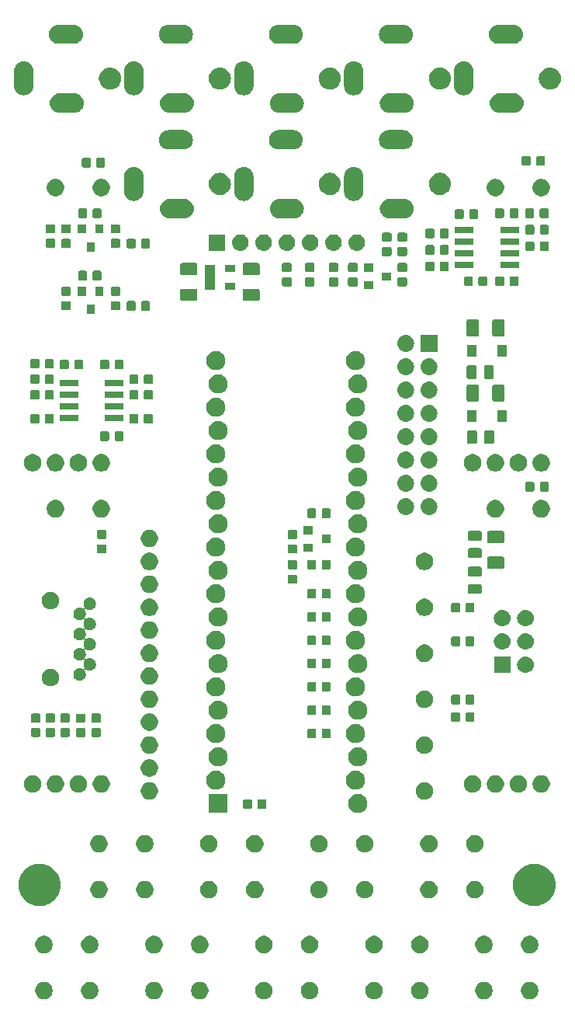
<source format=gbs>
G04 #@! TF.GenerationSoftware,KiCad,Pcbnew,(5.1.4)-1*
G04 #@! TF.CreationDate,2020-06-21T13:40:26+09:00*
G04 #@! TF.ProjectId,dooper-main,646f6f70-6572-42d6-9d61-696e2e6b6963,rev?*
G04 #@! TF.SameCoordinates,Original*
G04 #@! TF.FileFunction,Soldermask,Bot*
G04 #@! TF.FilePolarity,Negative*
%FSLAX46Y46*%
G04 Gerber Fmt 4.6, Leading zero omitted, Abs format (unit mm)*
G04 Created by KiCad (PCBNEW (5.1.4)-1) date 2020-06-21 13:40:26*
%MOMM*%
%LPD*%
G04 APERTURE LIST*
%ADD10C,0.100000*%
G04 APERTURE END LIST*
D10*
G36*
X106277395Y-154585546D02*
G01*
X106450466Y-154657234D01*
X106450467Y-154657235D01*
X106606227Y-154761310D01*
X106738690Y-154893773D01*
X106738691Y-154893775D01*
X106842766Y-155049534D01*
X106914454Y-155222605D01*
X106951000Y-155406333D01*
X106951000Y-155593667D01*
X106914454Y-155777395D01*
X106842766Y-155950466D01*
X106842765Y-155950467D01*
X106738690Y-156106227D01*
X106606227Y-156238690D01*
X106527818Y-156291081D01*
X106450466Y-156342766D01*
X106277395Y-156414454D01*
X106093667Y-156451000D01*
X105906333Y-156451000D01*
X105722605Y-156414454D01*
X105549534Y-156342766D01*
X105472182Y-156291081D01*
X105393773Y-156238690D01*
X105261310Y-156106227D01*
X105157235Y-155950467D01*
X105157234Y-155950466D01*
X105085546Y-155777395D01*
X105049000Y-155593667D01*
X105049000Y-155406333D01*
X105085546Y-155222605D01*
X105157234Y-155049534D01*
X105261309Y-154893775D01*
X105261310Y-154893773D01*
X105393773Y-154761310D01*
X105549533Y-154657235D01*
X105549534Y-154657234D01*
X105722605Y-154585546D01*
X105906333Y-154549000D01*
X106093667Y-154549000D01*
X106277395Y-154585546D01*
X106277395Y-154585546D01*
G37*
G36*
X101277395Y-154585546D02*
G01*
X101450466Y-154657234D01*
X101450467Y-154657235D01*
X101606227Y-154761310D01*
X101738690Y-154893773D01*
X101738691Y-154893775D01*
X101842766Y-155049534D01*
X101914454Y-155222605D01*
X101951000Y-155406333D01*
X101951000Y-155593667D01*
X101914454Y-155777395D01*
X101842766Y-155950466D01*
X101842765Y-155950467D01*
X101738690Y-156106227D01*
X101606227Y-156238690D01*
X101527818Y-156291081D01*
X101450466Y-156342766D01*
X101277395Y-156414454D01*
X101093667Y-156451000D01*
X100906333Y-156451000D01*
X100722605Y-156414454D01*
X100549534Y-156342766D01*
X100472182Y-156291081D01*
X100393773Y-156238690D01*
X100261310Y-156106227D01*
X100157235Y-155950467D01*
X100157234Y-155950466D01*
X100085546Y-155777395D01*
X100049000Y-155593667D01*
X100049000Y-155406333D01*
X100085546Y-155222605D01*
X100157234Y-155049534D01*
X100261309Y-154893775D01*
X100261310Y-154893773D01*
X100393773Y-154761310D01*
X100549533Y-154657235D01*
X100549534Y-154657234D01*
X100722605Y-154585546D01*
X100906333Y-154549000D01*
X101093667Y-154549000D01*
X101277395Y-154585546D01*
X101277395Y-154585546D01*
G37*
G36*
X94277395Y-154585546D02*
G01*
X94450466Y-154657234D01*
X94450467Y-154657235D01*
X94606227Y-154761310D01*
X94738690Y-154893773D01*
X94738691Y-154893775D01*
X94842766Y-155049534D01*
X94914454Y-155222605D01*
X94951000Y-155406333D01*
X94951000Y-155593667D01*
X94914454Y-155777395D01*
X94842766Y-155950466D01*
X94842765Y-155950467D01*
X94738690Y-156106227D01*
X94606227Y-156238690D01*
X94527818Y-156291081D01*
X94450466Y-156342766D01*
X94277395Y-156414454D01*
X94093667Y-156451000D01*
X93906333Y-156451000D01*
X93722605Y-156414454D01*
X93549534Y-156342766D01*
X93472182Y-156291081D01*
X93393773Y-156238690D01*
X93261310Y-156106227D01*
X93157235Y-155950467D01*
X93157234Y-155950466D01*
X93085546Y-155777395D01*
X93049000Y-155593667D01*
X93049000Y-155406333D01*
X93085546Y-155222605D01*
X93157234Y-155049534D01*
X93261309Y-154893775D01*
X93261310Y-154893773D01*
X93393773Y-154761310D01*
X93549533Y-154657235D01*
X93549534Y-154657234D01*
X93722605Y-154585546D01*
X93906333Y-154549000D01*
X94093667Y-154549000D01*
X94277395Y-154585546D01*
X94277395Y-154585546D01*
G37*
G36*
X89277395Y-154585546D02*
G01*
X89450466Y-154657234D01*
X89450467Y-154657235D01*
X89606227Y-154761310D01*
X89738690Y-154893773D01*
X89738691Y-154893775D01*
X89842766Y-155049534D01*
X89914454Y-155222605D01*
X89951000Y-155406333D01*
X89951000Y-155593667D01*
X89914454Y-155777395D01*
X89842766Y-155950466D01*
X89842765Y-155950467D01*
X89738690Y-156106227D01*
X89606227Y-156238690D01*
X89527818Y-156291081D01*
X89450466Y-156342766D01*
X89277395Y-156414454D01*
X89093667Y-156451000D01*
X88906333Y-156451000D01*
X88722605Y-156414454D01*
X88549534Y-156342766D01*
X88472182Y-156291081D01*
X88393773Y-156238690D01*
X88261310Y-156106227D01*
X88157235Y-155950467D01*
X88157234Y-155950466D01*
X88085546Y-155777395D01*
X88049000Y-155593667D01*
X88049000Y-155406333D01*
X88085546Y-155222605D01*
X88157234Y-155049534D01*
X88261309Y-154893775D01*
X88261310Y-154893773D01*
X88393773Y-154761310D01*
X88549533Y-154657235D01*
X88549534Y-154657234D01*
X88722605Y-154585546D01*
X88906333Y-154549000D01*
X89093667Y-154549000D01*
X89277395Y-154585546D01*
X89277395Y-154585546D01*
G37*
G36*
X58277395Y-154585546D02*
G01*
X58450466Y-154657234D01*
X58450467Y-154657235D01*
X58606227Y-154761310D01*
X58738690Y-154893773D01*
X58738691Y-154893775D01*
X58842766Y-155049534D01*
X58914454Y-155222605D01*
X58951000Y-155406333D01*
X58951000Y-155593667D01*
X58914454Y-155777395D01*
X58842766Y-155950466D01*
X58842765Y-155950467D01*
X58738690Y-156106227D01*
X58606227Y-156238690D01*
X58527818Y-156291081D01*
X58450466Y-156342766D01*
X58277395Y-156414454D01*
X58093667Y-156451000D01*
X57906333Y-156451000D01*
X57722605Y-156414454D01*
X57549534Y-156342766D01*
X57472182Y-156291081D01*
X57393773Y-156238690D01*
X57261310Y-156106227D01*
X57157235Y-155950467D01*
X57157234Y-155950466D01*
X57085546Y-155777395D01*
X57049000Y-155593667D01*
X57049000Y-155406333D01*
X57085546Y-155222605D01*
X57157234Y-155049534D01*
X57261309Y-154893775D01*
X57261310Y-154893773D01*
X57393773Y-154761310D01*
X57549533Y-154657235D01*
X57549534Y-154657234D01*
X57722605Y-154585546D01*
X57906333Y-154549000D01*
X58093667Y-154549000D01*
X58277395Y-154585546D01*
X58277395Y-154585546D01*
G37*
G36*
X53277395Y-154585546D02*
G01*
X53450466Y-154657234D01*
X53450467Y-154657235D01*
X53606227Y-154761310D01*
X53738690Y-154893773D01*
X53738691Y-154893775D01*
X53842766Y-155049534D01*
X53914454Y-155222605D01*
X53951000Y-155406333D01*
X53951000Y-155593667D01*
X53914454Y-155777395D01*
X53842766Y-155950466D01*
X53842765Y-155950467D01*
X53738690Y-156106227D01*
X53606227Y-156238690D01*
X53527818Y-156291081D01*
X53450466Y-156342766D01*
X53277395Y-156414454D01*
X53093667Y-156451000D01*
X52906333Y-156451000D01*
X52722605Y-156414454D01*
X52549534Y-156342766D01*
X52472182Y-156291081D01*
X52393773Y-156238690D01*
X52261310Y-156106227D01*
X52157235Y-155950467D01*
X52157234Y-155950466D01*
X52085546Y-155777395D01*
X52049000Y-155593667D01*
X52049000Y-155406333D01*
X52085546Y-155222605D01*
X52157234Y-155049534D01*
X52261309Y-154893775D01*
X52261310Y-154893773D01*
X52393773Y-154761310D01*
X52549533Y-154657235D01*
X52549534Y-154657234D01*
X52722605Y-154585546D01*
X52906333Y-154549000D01*
X53093667Y-154549000D01*
X53277395Y-154585546D01*
X53277395Y-154585546D01*
G37*
G36*
X65277395Y-154585546D02*
G01*
X65450466Y-154657234D01*
X65450467Y-154657235D01*
X65606227Y-154761310D01*
X65738690Y-154893773D01*
X65738691Y-154893775D01*
X65842766Y-155049534D01*
X65914454Y-155222605D01*
X65951000Y-155406333D01*
X65951000Y-155593667D01*
X65914454Y-155777395D01*
X65842766Y-155950466D01*
X65842765Y-155950467D01*
X65738690Y-156106227D01*
X65606227Y-156238690D01*
X65527818Y-156291081D01*
X65450466Y-156342766D01*
X65277395Y-156414454D01*
X65093667Y-156451000D01*
X64906333Y-156451000D01*
X64722605Y-156414454D01*
X64549534Y-156342766D01*
X64472182Y-156291081D01*
X64393773Y-156238690D01*
X64261310Y-156106227D01*
X64157235Y-155950467D01*
X64157234Y-155950466D01*
X64085546Y-155777395D01*
X64049000Y-155593667D01*
X64049000Y-155406333D01*
X64085546Y-155222605D01*
X64157234Y-155049534D01*
X64261309Y-154893775D01*
X64261310Y-154893773D01*
X64393773Y-154761310D01*
X64549533Y-154657235D01*
X64549534Y-154657234D01*
X64722605Y-154585546D01*
X64906333Y-154549000D01*
X65093667Y-154549000D01*
X65277395Y-154585546D01*
X65277395Y-154585546D01*
G37*
G36*
X82277395Y-154585546D02*
G01*
X82450466Y-154657234D01*
X82450467Y-154657235D01*
X82606227Y-154761310D01*
X82738690Y-154893773D01*
X82738691Y-154893775D01*
X82842766Y-155049534D01*
X82914454Y-155222605D01*
X82951000Y-155406333D01*
X82951000Y-155593667D01*
X82914454Y-155777395D01*
X82842766Y-155950466D01*
X82842765Y-155950467D01*
X82738690Y-156106227D01*
X82606227Y-156238690D01*
X82527818Y-156291081D01*
X82450466Y-156342766D01*
X82277395Y-156414454D01*
X82093667Y-156451000D01*
X81906333Y-156451000D01*
X81722605Y-156414454D01*
X81549534Y-156342766D01*
X81472182Y-156291081D01*
X81393773Y-156238690D01*
X81261310Y-156106227D01*
X81157235Y-155950467D01*
X81157234Y-155950466D01*
X81085546Y-155777395D01*
X81049000Y-155593667D01*
X81049000Y-155406333D01*
X81085546Y-155222605D01*
X81157234Y-155049534D01*
X81261309Y-154893775D01*
X81261310Y-154893773D01*
X81393773Y-154761310D01*
X81549533Y-154657235D01*
X81549534Y-154657234D01*
X81722605Y-154585546D01*
X81906333Y-154549000D01*
X82093667Y-154549000D01*
X82277395Y-154585546D01*
X82277395Y-154585546D01*
G37*
G36*
X77277395Y-154585546D02*
G01*
X77450466Y-154657234D01*
X77450467Y-154657235D01*
X77606227Y-154761310D01*
X77738690Y-154893773D01*
X77738691Y-154893775D01*
X77842766Y-155049534D01*
X77914454Y-155222605D01*
X77951000Y-155406333D01*
X77951000Y-155593667D01*
X77914454Y-155777395D01*
X77842766Y-155950466D01*
X77842765Y-155950467D01*
X77738690Y-156106227D01*
X77606227Y-156238690D01*
X77527818Y-156291081D01*
X77450466Y-156342766D01*
X77277395Y-156414454D01*
X77093667Y-156451000D01*
X76906333Y-156451000D01*
X76722605Y-156414454D01*
X76549534Y-156342766D01*
X76472182Y-156291081D01*
X76393773Y-156238690D01*
X76261310Y-156106227D01*
X76157235Y-155950467D01*
X76157234Y-155950466D01*
X76085546Y-155777395D01*
X76049000Y-155593667D01*
X76049000Y-155406333D01*
X76085546Y-155222605D01*
X76157234Y-155049534D01*
X76261309Y-154893775D01*
X76261310Y-154893773D01*
X76393773Y-154761310D01*
X76549533Y-154657235D01*
X76549534Y-154657234D01*
X76722605Y-154585546D01*
X76906333Y-154549000D01*
X77093667Y-154549000D01*
X77277395Y-154585546D01*
X77277395Y-154585546D01*
G37*
G36*
X70277395Y-154585546D02*
G01*
X70450466Y-154657234D01*
X70450467Y-154657235D01*
X70606227Y-154761310D01*
X70738690Y-154893773D01*
X70738691Y-154893775D01*
X70842766Y-155049534D01*
X70914454Y-155222605D01*
X70951000Y-155406333D01*
X70951000Y-155593667D01*
X70914454Y-155777395D01*
X70842766Y-155950466D01*
X70842765Y-155950467D01*
X70738690Y-156106227D01*
X70606227Y-156238690D01*
X70527818Y-156291081D01*
X70450466Y-156342766D01*
X70277395Y-156414454D01*
X70093667Y-156451000D01*
X69906333Y-156451000D01*
X69722605Y-156414454D01*
X69549534Y-156342766D01*
X69472182Y-156291081D01*
X69393773Y-156238690D01*
X69261310Y-156106227D01*
X69157235Y-155950467D01*
X69157234Y-155950466D01*
X69085546Y-155777395D01*
X69049000Y-155593667D01*
X69049000Y-155406333D01*
X69085546Y-155222605D01*
X69157234Y-155049534D01*
X69261309Y-154893775D01*
X69261310Y-154893773D01*
X69393773Y-154761310D01*
X69549533Y-154657235D01*
X69549534Y-154657234D01*
X69722605Y-154585546D01*
X69906333Y-154549000D01*
X70093667Y-154549000D01*
X70277395Y-154585546D01*
X70277395Y-154585546D01*
G37*
G36*
X58277395Y-149585546D02*
G01*
X58450466Y-149657234D01*
X58450467Y-149657235D01*
X58606227Y-149761310D01*
X58738690Y-149893773D01*
X58738691Y-149893775D01*
X58842766Y-150049534D01*
X58914454Y-150222605D01*
X58951000Y-150406333D01*
X58951000Y-150593667D01*
X58914454Y-150777395D01*
X58842766Y-150950466D01*
X58842765Y-150950467D01*
X58738690Y-151106227D01*
X58606227Y-151238690D01*
X58527818Y-151291081D01*
X58450466Y-151342766D01*
X58277395Y-151414454D01*
X58093667Y-151451000D01*
X57906333Y-151451000D01*
X57722605Y-151414454D01*
X57549534Y-151342766D01*
X57472182Y-151291081D01*
X57393773Y-151238690D01*
X57261310Y-151106227D01*
X57157235Y-150950467D01*
X57157234Y-150950466D01*
X57085546Y-150777395D01*
X57049000Y-150593667D01*
X57049000Y-150406333D01*
X57085546Y-150222605D01*
X57157234Y-150049534D01*
X57261309Y-149893775D01*
X57261310Y-149893773D01*
X57393773Y-149761310D01*
X57549533Y-149657235D01*
X57549534Y-149657234D01*
X57722605Y-149585546D01*
X57906333Y-149549000D01*
X58093667Y-149549000D01*
X58277395Y-149585546D01*
X58277395Y-149585546D01*
G37*
G36*
X53277395Y-149585546D02*
G01*
X53450466Y-149657234D01*
X53450467Y-149657235D01*
X53606227Y-149761310D01*
X53738690Y-149893773D01*
X53738691Y-149893775D01*
X53842766Y-150049534D01*
X53914454Y-150222605D01*
X53951000Y-150406333D01*
X53951000Y-150593667D01*
X53914454Y-150777395D01*
X53842766Y-150950466D01*
X53842765Y-150950467D01*
X53738690Y-151106227D01*
X53606227Y-151238690D01*
X53527818Y-151291081D01*
X53450466Y-151342766D01*
X53277395Y-151414454D01*
X53093667Y-151451000D01*
X52906333Y-151451000D01*
X52722605Y-151414454D01*
X52549534Y-151342766D01*
X52472182Y-151291081D01*
X52393773Y-151238690D01*
X52261310Y-151106227D01*
X52157235Y-150950467D01*
X52157234Y-150950466D01*
X52085546Y-150777395D01*
X52049000Y-150593667D01*
X52049000Y-150406333D01*
X52085546Y-150222605D01*
X52157234Y-150049534D01*
X52261309Y-149893775D01*
X52261310Y-149893773D01*
X52393773Y-149761310D01*
X52549533Y-149657235D01*
X52549534Y-149657234D01*
X52722605Y-149585546D01*
X52906333Y-149549000D01*
X53093667Y-149549000D01*
X53277395Y-149585546D01*
X53277395Y-149585546D01*
G37*
G36*
X65277395Y-149585546D02*
G01*
X65450466Y-149657234D01*
X65450467Y-149657235D01*
X65606227Y-149761310D01*
X65738690Y-149893773D01*
X65738691Y-149893775D01*
X65842766Y-150049534D01*
X65914454Y-150222605D01*
X65951000Y-150406333D01*
X65951000Y-150593667D01*
X65914454Y-150777395D01*
X65842766Y-150950466D01*
X65842765Y-150950467D01*
X65738690Y-151106227D01*
X65606227Y-151238690D01*
X65527818Y-151291081D01*
X65450466Y-151342766D01*
X65277395Y-151414454D01*
X65093667Y-151451000D01*
X64906333Y-151451000D01*
X64722605Y-151414454D01*
X64549534Y-151342766D01*
X64472182Y-151291081D01*
X64393773Y-151238690D01*
X64261310Y-151106227D01*
X64157235Y-150950467D01*
X64157234Y-150950466D01*
X64085546Y-150777395D01*
X64049000Y-150593667D01*
X64049000Y-150406333D01*
X64085546Y-150222605D01*
X64157234Y-150049534D01*
X64261309Y-149893775D01*
X64261310Y-149893773D01*
X64393773Y-149761310D01*
X64549533Y-149657235D01*
X64549534Y-149657234D01*
X64722605Y-149585546D01*
X64906333Y-149549000D01*
X65093667Y-149549000D01*
X65277395Y-149585546D01*
X65277395Y-149585546D01*
G37*
G36*
X70277395Y-149585546D02*
G01*
X70450466Y-149657234D01*
X70450467Y-149657235D01*
X70606227Y-149761310D01*
X70738690Y-149893773D01*
X70738691Y-149893775D01*
X70842766Y-150049534D01*
X70914454Y-150222605D01*
X70951000Y-150406333D01*
X70951000Y-150593667D01*
X70914454Y-150777395D01*
X70842766Y-150950466D01*
X70842765Y-150950467D01*
X70738690Y-151106227D01*
X70606227Y-151238690D01*
X70527818Y-151291081D01*
X70450466Y-151342766D01*
X70277395Y-151414454D01*
X70093667Y-151451000D01*
X69906333Y-151451000D01*
X69722605Y-151414454D01*
X69549534Y-151342766D01*
X69472182Y-151291081D01*
X69393773Y-151238690D01*
X69261310Y-151106227D01*
X69157235Y-150950467D01*
X69157234Y-150950466D01*
X69085546Y-150777395D01*
X69049000Y-150593667D01*
X69049000Y-150406333D01*
X69085546Y-150222605D01*
X69157234Y-150049534D01*
X69261309Y-149893775D01*
X69261310Y-149893773D01*
X69393773Y-149761310D01*
X69549533Y-149657235D01*
X69549534Y-149657234D01*
X69722605Y-149585546D01*
X69906333Y-149549000D01*
X70093667Y-149549000D01*
X70277395Y-149585546D01*
X70277395Y-149585546D01*
G37*
G36*
X94277395Y-149585546D02*
G01*
X94450466Y-149657234D01*
X94450467Y-149657235D01*
X94606227Y-149761310D01*
X94738690Y-149893773D01*
X94738691Y-149893775D01*
X94842766Y-150049534D01*
X94914454Y-150222605D01*
X94951000Y-150406333D01*
X94951000Y-150593667D01*
X94914454Y-150777395D01*
X94842766Y-150950466D01*
X94842765Y-150950467D01*
X94738690Y-151106227D01*
X94606227Y-151238690D01*
X94527818Y-151291081D01*
X94450466Y-151342766D01*
X94277395Y-151414454D01*
X94093667Y-151451000D01*
X93906333Y-151451000D01*
X93722605Y-151414454D01*
X93549534Y-151342766D01*
X93472182Y-151291081D01*
X93393773Y-151238690D01*
X93261310Y-151106227D01*
X93157235Y-150950467D01*
X93157234Y-150950466D01*
X93085546Y-150777395D01*
X93049000Y-150593667D01*
X93049000Y-150406333D01*
X93085546Y-150222605D01*
X93157234Y-150049534D01*
X93261309Y-149893775D01*
X93261310Y-149893773D01*
X93393773Y-149761310D01*
X93549533Y-149657235D01*
X93549534Y-149657234D01*
X93722605Y-149585546D01*
X93906333Y-149549000D01*
X94093667Y-149549000D01*
X94277395Y-149585546D01*
X94277395Y-149585546D01*
G37*
G36*
X89277395Y-149585546D02*
G01*
X89450466Y-149657234D01*
X89450467Y-149657235D01*
X89606227Y-149761310D01*
X89738690Y-149893773D01*
X89738691Y-149893775D01*
X89842766Y-150049534D01*
X89914454Y-150222605D01*
X89951000Y-150406333D01*
X89951000Y-150593667D01*
X89914454Y-150777395D01*
X89842766Y-150950466D01*
X89842765Y-150950467D01*
X89738690Y-151106227D01*
X89606227Y-151238690D01*
X89527818Y-151291081D01*
X89450466Y-151342766D01*
X89277395Y-151414454D01*
X89093667Y-151451000D01*
X88906333Y-151451000D01*
X88722605Y-151414454D01*
X88549534Y-151342766D01*
X88472182Y-151291081D01*
X88393773Y-151238690D01*
X88261310Y-151106227D01*
X88157235Y-150950467D01*
X88157234Y-150950466D01*
X88085546Y-150777395D01*
X88049000Y-150593667D01*
X88049000Y-150406333D01*
X88085546Y-150222605D01*
X88157234Y-150049534D01*
X88261309Y-149893775D01*
X88261310Y-149893773D01*
X88393773Y-149761310D01*
X88549533Y-149657235D01*
X88549534Y-149657234D01*
X88722605Y-149585546D01*
X88906333Y-149549000D01*
X89093667Y-149549000D01*
X89277395Y-149585546D01*
X89277395Y-149585546D01*
G37*
G36*
X106277395Y-149585546D02*
G01*
X106450466Y-149657234D01*
X106450467Y-149657235D01*
X106606227Y-149761310D01*
X106738690Y-149893773D01*
X106738691Y-149893775D01*
X106842766Y-150049534D01*
X106914454Y-150222605D01*
X106951000Y-150406333D01*
X106951000Y-150593667D01*
X106914454Y-150777395D01*
X106842766Y-150950466D01*
X106842765Y-150950467D01*
X106738690Y-151106227D01*
X106606227Y-151238690D01*
X106527818Y-151291081D01*
X106450466Y-151342766D01*
X106277395Y-151414454D01*
X106093667Y-151451000D01*
X105906333Y-151451000D01*
X105722605Y-151414454D01*
X105549534Y-151342766D01*
X105472182Y-151291081D01*
X105393773Y-151238690D01*
X105261310Y-151106227D01*
X105157235Y-150950467D01*
X105157234Y-150950466D01*
X105085546Y-150777395D01*
X105049000Y-150593667D01*
X105049000Y-150406333D01*
X105085546Y-150222605D01*
X105157234Y-150049534D01*
X105261309Y-149893775D01*
X105261310Y-149893773D01*
X105393773Y-149761310D01*
X105549533Y-149657235D01*
X105549534Y-149657234D01*
X105722605Y-149585546D01*
X105906333Y-149549000D01*
X106093667Y-149549000D01*
X106277395Y-149585546D01*
X106277395Y-149585546D01*
G37*
G36*
X101277395Y-149585546D02*
G01*
X101450466Y-149657234D01*
X101450467Y-149657235D01*
X101606227Y-149761310D01*
X101738690Y-149893773D01*
X101738691Y-149893775D01*
X101842766Y-150049534D01*
X101914454Y-150222605D01*
X101951000Y-150406333D01*
X101951000Y-150593667D01*
X101914454Y-150777395D01*
X101842766Y-150950466D01*
X101842765Y-150950467D01*
X101738690Y-151106227D01*
X101606227Y-151238690D01*
X101527818Y-151291081D01*
X101450466Y-151342766D01*
X101277395Y-151414454D01*
X101093667Y-151451000D01*
X100906333Y-151451000D01*
X100722605Y-151414454D01*
X100549534Y-151342766D01*
X100472182Y-151291081D01*
X100393773Y-151238690D01*
X100261310Y-151106227D01*
X100157235Y-150950467D01*
X100157234Y-150950466D01*
X100085546Y-150777395D01*
X100049000Y-150593667D01*
X100049000Y-150406333D01*
X100085546Y-150222605D01*
X100157234Y-150049534D01*
X100261309Y-149893775D01*
X100261310Y-149893773D01*
X100393773Y-149761310D01*
X100549533Y-149657235D01*
X100549534Y-149657234D01*
X100722605Y-149585546D01*
X100906333Y-149549000D01*
X101093667Y-149549000D01*
X101277395Y-149585546D01*
X101277395Y-149585546D01*
G37*
G36*
X77277395Y-149585546D02*
G01*
X77450466Y-149657234D01*
X77450467Y-149657235D01*
X77606227Y-149761310D01*
X77738690Y-149893773D01*
X77738691Y-149893775D01*
X77842766Y-150049534D01*
X77914454Y-150222605D01*
X77951000Y-150406333D01*
X77951000Y-150593667D01*
X77914454Y-150777395D01*
X77842766Y-150950466D01*
X77842765Y-150950467D01*
X77738690Y-151106227D01*
X77606227Y-151238690D01*
X77527818Y-151291081D01*
X77450466Y-151342766D01*
X77277395Y-151414454D01*
X77093667Y-151451000D01*
X76906333Y-151451000D01*
X76722605Y-151414454D01*
X76549534Y-151342766D01*
X76472182Y-151291081D01*
X76393773Y-151238690D01*
X76261310Y-151106227D01*
X76157235Y-150950467D01*
X76157234Y-150950466D01*
X76085546Y-150777395D01*
X76049000Y-150593667D01*
X76049000Y-150406333D01*
X76085546Y-150222605D01*
X76157234Y-150049534D01*
X76261309Y-149893775D01*
X76261310Y-149893773D01*
X76393773Y-149761310D01*
X76549533Y-149657235D01*
X76549534Y-149657234D01*
X76722605Y-149585546D01*
X76906333Y-149549000D01*
X77093667Y-149549000D01*
X77277395Y-149585546D01*
X77277395Y-149585546D01*
G37*
G36*
X82277395Y-149585546D02*
G01*
X82450466Y-149657234D01*
X82450467Y-149657235D01*
X82606227Y-149761310D01*
X82738690Y-149893773D01*
X82738691Y-149893775D01*
X82842766Y-150049534D01*
X82914454Y-150222605D01*
X82951000Y-150406333D01*
X82951000Y-150593667D01*
X82914454Y-150777395D01*
X82842766Y-150950466D01*
X82842765Y-150950467D01*
X82738690Y-151106227D01*
X82606227Y-151238690D01*
X82527818Y-151291081D01*
X82450466Y-151342766D01*
X82277395Y-151414454D01*
X82093667Y-151451000D01*
X81906333Y-151451000D01*
X81722605Y-151414454D01*
X81549534Y-151342766D01*
X81472182Y-151291081D01*
X81393773Y-151238690D01*
X81261310Y-151106227D01*
X81157235Y-150950467D01*
X81157234Y-150950466D01*
X81085546Y-150777395D01*
X81049000Y-150593667D01*
X81049000Y-150406333D01*
X81085546Y-150222605D01*
X81157234Y-150049534D01*
X81261309Y-149893775D01*
X81261310Y-149893773D01*
X81393773Y-149761310D01*
X81549533Y-149657235D01*
X81549534Y-149657234D01*
X81722605Y-149585546D01*
X81906333Y-149549000D01*
X82093667Y-149549000D01*
X82277395Y-149585546D01*
X82277395Y-149585546D01*
G37*
G36*
X52948903Y-141743213D02*
G01*
X53171177Y-141787426D01*
X53589932Y-141960880D01*
X53966802Y-142212696D01*
X54287304Y-142533198D01*
X54539120Y-142910068D01*
X54712574Y-143328823D01*
X54801000Y-143773371D01*
X54801000Y-144226629D01*
X54712574Y-144671177D01*
X54539120Y-145089932D01*
X54287304Y-145466802D01*
X53966802Y-145787304D01*
X53589932Y-146039120D01*
X53171177Y-146212574D01*
X52948903Y-146256787D01*
X52726630Y-146301000D01*
X52273370Y-146301000D01*
X52051097Y-146256787D01*
X51828823Y-146212574D01*
X51410068Y-146039120D01*
X51033198Y-145787304D01*
X50712696Y-145466802D01*
X50460880Y-145089932D01*
X50287426Y-144671177D01*
X50199000Y-144226629D01*
X50199000Y-143773371D01*
X50287426Y-143328823D01*
X50460880Y-142910068D01*
X50712696Y-142533198D01*
X51033198Y-142212696D01*
X51410068Y-141960880D01*
X51828823Y-141787426D01*
X52051097Y-141743213D01*
X52273370Y-141699000D01*
X52726630Y-141699000D01*
X52948903Y-141743213D01*
X52948903Y-141743213D01*
G37*
G36*
X106948903Y-141743213D02*
G01*
X107171177Y-141787426D01*
X107589932Y-141960880D01*
X107966802Y-142212696D01*
X108287304Y-142533198D01*
X108539120Y-142910068D01*
X108712574Y-143328823D01*
X108801000Y-143773371D01*
X108801000Y-144226629D01*
X108712574Y-144671177D01*
X108539120Y-145089932D01*
X108287304Y-145466802D01*
X107966802Y-145787304D01*
X107589932Y-146039120D01*
X107171177Y-146212574D01*
X106948903Y-146256787D01*
X106726630Y-146301000D01*
X106273370Y-146301000D01*
X106051097Y-146256787D01*
X105828823Y-146212574D01*
X105410068Y-146039120D01*
X105033198Y-145787304D01*
X104712696Y-145466802D01*
X104460880Y-145089932D01*
X104287426Y-144671177D01*
X104199000Y-144226629D01*
X104199000Y-143773371D01*
X104287426Y-143328823D01*
X104460880Y-142910068D01*
X104712696Y-142533198D01*
X105033198Y-142212696D01*
X105410068Y-141960880D01*
X105828823Y-141787426D01*
X106051097Y-141743213D01*
X106273370Y-141699000D01*
X106726630Y-141699000D01*
X106948903Y-141743213D01*
X106948903Y-141743213D01*
G37*
G36*
X59277395Y-143585546D02*
G01*
X59450466Y-143657234D01*
X59450467Y-143657235D01*
X59606227Y-143761310D01*
X59738690Y-143893773D01*
X59738691Y-143893775D01*
X59842766Y-144049534D01*
X59914454Y-144222605D01*
X59951000Y-144406333D01*
X59951000Y-144593667D01*
X59914454Y-144777395D01*
X59842766Y-144950466D01*
X59842765Y-144950467D01*
X59738690Y-145106227D01*
X59606227Y-145238690D01*
X59527818Y-145291081D01*
X59450466Y-145342766D01*
X59277395Y-145414454D01*
X59093667Y-145451000D01*
X58906333Y-145451000D01*
X58722605Y-145414454D01*
X58549534Y-145342766D01*
X58472182Y-145291081D01*
X58393773Y-145238690D01*
X58261310Y-145106227D01*
X58157235Y-144950467D01*
X58157234Y-144950466D01*
X58085546Y-144777395D01*
X58049000Y-144593667D01*
X58049000Y-144406333D01*
X58085546Y-144222605D01*
X58157234Y-144049534D01*
X58261309Y-143893775D01*
X58261310Y-143893773D01*
X58393773Y-143761310D01*
X58549533Y-143657235D01*
X58549534Y-143657234D01*
X58722605Y-143585546D01*
X58906333Y-143549000D01*
X59093667Y-143549000D01*
X59277395Y-143585546D01*
X59277395Y-143585546D01*
G37*
G36*
X100277395Y-143585546D02*
G01*
X100450466Y-143657234D01*
X100450467Y-143657235D01*
X100606227Y-143761310D01*
X100738690Y-143893773D01*
X100738691Y-143893775D01*
X100842766Y-144049534D01*
X100914454Y-144222605D01*
X100951000Y-144406333D01*
X100951000Y-144593667D01*
X100914454Y-144777395D01*
X100842766Y-144950466D01*
X100842765Y-144950467D01*
X100738690Y-145106227D01*
X100606227Y-145238690D01*
X100527818Y-145291081D01*
X100450466Y-145342766D01*
X100277395Y-145414454D01*
X100093667Y-145451000D01*
X99906333Y-145451000D01*
X99722605Y-145414454D01*
X99549534Y-145342766D01*
X99472182Y-145291081D01*
X99393773Y-145238690D01*
X99261310Y-145106227D01*
X99157235Y-144950467D01*
X99157234Y-144950466D01*
X99085546Y-144777395D01*
X99049000Y-144593667D01*
X99049000Y-144406333D01*
X99085546Y-144222605D01*
X99157234Y-144049534D01*
X99261309Y-143893775D01*
X99261310Y-143893773D01*
X99393773Y-143761310D01*
X99549533Y-143657235D01*
X99549534Y-143657234D01*
X99722605Y-143585546D01*
X99906333Y-143549000D01*
X100093667Y-143549000D01*
X100277395Y-143585546D01*
X100277395Y-143585546D01*
G37*
G36*
X64277395Y-143585546D02*
G01*
X64450466Y-143657234D01*
X64450467Y-143657235D01*
X64606227Y-143761310D01*
X64738690Y-143893773D01*
X64738691Y-143893775D01*
X64842766Y-144049534D01*
X64914454Y-144222605D01*
X64951000Y-144406333D01*
X64951000Y-144593667D01*
X64914454Y-144777395D01*
X64842766Y-144950466D01*
X64842765Y-144950467D01*
X64738690Y-145106227D01*
X64606227Y-145238690D01*
X64527818Y-145291081D01*
X64450466Y-145342766D01*
X64277395Y-145414454D01*
X64093667Y-145451000D01*
X63906333Y-145451000D01*
X63722605Y-145414454D01*
X63549534Y-145342766D01*
X63472182Y-145291081D01*
X63393773Y-145238690D01*
X63261310Y-145106227D01*
X63157235Y-144950467D01*
X63157234Y-144950466D01*
X63085546Y-144777395D01*
X63049000Y-144593667D01*
X63049000Y-144406333D01*
X63085546Y-144222605D01*
X63157234Y-144049534D01*
X63261309Y-143893775D01*
X63261310Y-143893773D01*
X63393773Y-143761310D01*
X63549533Y-143657235D01*
X63549534Y-143657234D01*
X63722605Y-143585546D01*
X63906333Y-143549000D01*
X64093667Y-143549000D01*
X64277395Y-143585546D01*
X64277395Y-143585546D01*
G37*
G36*
X83277395Y-143585546D02*
G01*
X83450466Y-143657234D01*
X83450467Y-143657235D01*
X83606227Y-143761310D01*
X83738690Y-143893773D01*
X83738691Y-143893775D01*
X83842766Y-144049534D01*
X83914454Y-144222605D01*
X83951000Y-144406333D01*
X83951000Y-144593667D01*
X83914454Y-144777395D01*
X83842766Y-144950466D01*
X83842765Y-144950467D01*
X83738690Y-145106227D01*
X83606227Y-145238690D01*
X83527818Y-145291081D01*
X83450466Y-145342766D01*
X83277395Y-145414454D01*
X83093667Y-145451000D01*
X82906333Y-145451000D01*
X82722605Y-145414454D01*
X82549534Y-145342766D01*
X82472182Y-145291081D01*
X82393773Y-145238690D01*
X82261310Y-145106227D01*
X82157235Y-144950467D01*
X82157234Y-144950466D01*
X82085546Y-144777395D01*
X82049000Y-144593667D01*
X82049000Y-144406333D01*
X82085546Y-144222605D01*
X82157234Y-144049534D01*
X82261309Y-143893775D01*
X82261310Y-143893773D01*
X82393773Y-143761310D01*
X82549533Y-143657235D01*
X82549534Y-143657234D01*
X82722605Y-143585546D01*
X82906333Y-143549000D01*
X83093667Y-143549000D01*
X83277395Y-143585546D01*
X83277395Y-143585546D01*
G37*
G36*
X95277395Y-143585546D02*
G01*
X95450466Y-143657234D01*
X95450467Y-143657235D01*
X95606227Y-143761310D01*
X95738690Y-143893773D01*
X95738691Y-143893775D01*
X95842766Y-144049534D01*
X95914454Y-144222605D01*
X95951000Y-144406333D01*
X95951000Y-144593667D01*
X95914454Y-144777395D01*
X95842766Y-144950466D01*
X95842765Y-144950467D01*
X95738690Y-145106227D01*
X95606227Y-145238690D01*
X95527818Y-145291081D01*
X95450466Y-145342766D01*
X95277395Y-145414454D01*
X95093667Y-145451000D01*
X94906333Y-145451000D01*
X94722605Y-145414454D01*
X94549534Y-145342766D01*
X94472182Y-145291081D01*
X94393773Y-145238690D01*
X94261310Y-145106227D01*
X94157235Y-144950467D01*
X94157234Y-144950466D01*
X94085546Y-144777395D01*
X94049000Y-144593667D01*
X94049000Y-144406333D01*
X94085546Y-144222605D01*
X94157234Y-144049534D01*
X94261309Y-143893775D01*
X94261310Y-143893773D01*
X94393773Y-143761310D01*
X94549533Y-143657235D01*
X94549534Y-143657234D01*
X94722605Y-143585546D01*
X94906333Y-143549000D01*
X95093667Y-143549000D01*
X95277395Y-143585546D01*
X95277395Y-143585546D01*
G37*
G36*
X88277395Y-143585546D02*
G01*
X88450466Y-143657234D01*
X88450467Y-143657235D01*
X88606227Y-143761310D01*
X88738690Y-143893773D01*
X88738691Y-143893775D01*
X88842766Y-144049534D01*
X88914454Y-144222605D01*
X88951000Y-144406333D01*
X88951000Y-144593667D01*
X88914454Y-144777395D01*
X88842766Y-144950466D01*
X88842765Y-144950467D01*
X88738690Y-145106227D01*
X88606227Y-145238690D01*
X88527818Y-145291081D01*
X88450466Y-145342766D01*
X88277395Y-145414454D01*
X88093667Y-145451000D01*
X87906333Y-145451000D01*
X87722605Y-145414454D01*
X87549534Y-145342766D01*
X87472182Y-145291081D01*
X87393773Y-145238690D01*
X87261310Y-145106227D01*
X87157235Y-144950467D01*
X87157234Y-144950466D01*
X87085546Y-144777395D01*
X87049000Y-144593667D01*
X87049000Y-144406333D01*
X87085546Y-144222605D01*
X87157234Y-144049534D01*
X87261309Y-143893775D01*
X87261310Y-143893773D01*
X87393773Y-143761310D01*
X87549533Y-143657235D01*
X87549534Y-143657234D01*
X87722605Y-143585546D01*
X87906333Y-143549000D01*
X88093667Y-143549000D01*
X88277395Y-143585546D01*
X88277395Y-143585546D01*
G37*
G36*
X76277395Y-143585546D02*
G01*
X76450466Y-143657234D01*
X76450467Y-143657235D01*
X76606227Y-143761310D01*
X76738690Y-143893773D01*
X76738691Y-143893775D01*
X76842766Y-144049534D01*
X76914454Y-144222605D01*
X76951000Y-144406333D01*
X76951000Y-144593667D01*
X76914454Y-144777395D01*
X76842766Y-144950466D01*
X76842765Y-144950467D01*
X76738690Y-145106227D01*
X76606227Y-145238690D01*
X76527818Y-145291081D01*
X76450466Y-145342766D01*
X76277395Y-145414454D01*
X76093667Y-145451000D01*
X75906333Y-145451000D01*
X75722605Y-145414454D01*
X75549534Y-145342766D01*
X75472182Y-145291081D01*
X75393773Y-145238690D01*
X75261310Y-145106227D01*
X75157235Y-144950467D01*
X75157234Y-144950466D01*
X75085546Y-144777395D01*
X75049000Y-144593667D01*
X75049000Y-144406333D01*
X75085546Y-144222605D01*
X75157234Y-144049534D01*
X75261309Y-143893775D01*
X75261310Y-143893773D01*
X75393773Y-143761310D01*
X75549533Y-143657235D01*
X75549534Y-143657234D01*
X75722605Y-143585546D01*
X75906333Y-143549000D01*
X76093667Y-143549000D01*
X76277395Y-143585546D01*
X76277395Y-143585546D01*
G37*
G36*
X71277395Y-143585546D02*
G01*
X71450466Y-143657234D01*
X71450467Y-143657235D01*
X71606227Y-143761310D01*
X71738690Y-143893773D01*
X71738691Y-143893775D01*
X71842766Y-144049534D01*
X71914454Y-144222605D01*
X71951000Y-144406333D01*
X71951000Y-144593667D01*
X71914454Y-144777395D01*
X71842766Y-144950466D01*
X71842765Y-144950467D01*
X71738690Y-145106227D01*
X71606227Y-145238690D01*
X71527818Y-145291081D01*
X71450466Y-145342766D01*
X71277395Y-145414454D01*
X71093667Y-145451000D01*
X70906333Y-145451000D01*
X70722605Y-145414454D01*
X70549534Y-145342766D01*
X70472182Y-145291081D01*
X70393773Y-145238690D01*
X70261310Y-145106227D01*
X70157235Y-144950467D01*
X70157234Y-144950466D01*
X70085546Y-144777395D01*
X70049000Y-144593667D01*
X70049000Y-144406333D01*
X70085546Y-144222605D01*
X70157234Y-144049534D01*
X70261309Y-143893775D01*
X70261310Y-143893773D01*
X70393773Y-143761310D01*
X70549533Y-143657235D01*
X70549534Y-143657234D01*
X70722605Y-143585546D01*
X70906333Y-143549000D01*
X71093667Y-143549000D01*
X71277395Y-143585546D01*
X71277395Y-143585546D01*
G37*
G36*
X95277395Y-138585546D02*
G01*
X95450466Y-138657234D01*
X95450467Y-138657235D01*
X95606227Y-138761310D01*
X95738690Y-138893773D01*
X95738691Y-138893775D01*
X95842766Y-139049534D01*
X95914454Y-139222605D01*
X95951000Y-139406333D01*
X95951000Y-139593667D01*
X95914454Y-139777395D01*
X95842766Y-139950466D01*
X95842765Y-139950467D01*
X95738690Y-140106227D01*
X95606227Y-140238690D01*
X95527818Y-140291081D01*
X95450466Y-140342766D01*
X95277395Y-140414454D01*
X95093667Y-140451000D01*
X94906333Y-140451000D01*
X94722605Y-140414454D01*
X94549534Y-140342766D01*
X94472182Y-140291081D01*
X94393773Y-140238690D01*
X94261310Y-140106227D01*
X94157235Y-139950467D01*
X94157234Y-139950466D01*
X94085546Y-139777395D01*
X94049000Y-139593667D01*
X94049000Y-139406333D01*
X94085546Y-139222605D01*
X94157234Y-139049534D01*
X94261309Y-138893775D01*
X94261310Y-138893773D01*
X94393773Y-138761310D01*
X94549533Y-138657235D01*
X94549534Y-138657234D01*
X94722605Y-138585546D01*
X94906333Y-138549000D01*
X95093667Y-138549000D01*
X95277395Y-138585546D01*
X95277395Y-138585546D01*
G37*
G36*
X59277395Y-138585546D02*
G01*
X59450466Y-138657234D01*
X59450467Y-138657235D01*
X59606227Y-138761310D01*
X59738690Y-138893773D01*
X59738691Y-138893775D01*
X59842766Y-139049534D01*
X59914454Y-139222605D01*
X59951000Y-139406333D01*
X59951000Y-139593667D01*
X59914454Y-139777395D01*
X59842766Y-139950466D01*
X59842765Y-139950467D01*
X59738690Y-140106227D01*
X59606227Y-140238690D01*
X59527818Y-140291081D01*
X59450466Y-140342766D01*
X59277395Y-140414454D01*
X59093667Y-140451000D01*
X58906333Y-140451000D01*
X58722605Y-140414454D01*
X58549534Y-140342766D01*
X58472182Y-140291081D01*
X58393773Y-140238690D01*
X58261310Y-140106227D01*
X58157235Y-139950467D01*
X58157234Y-139950466D01*
X58085546Y-139777395D01*
X58049000Y-139593667D01*
X58049000Y-139406333D01*
X58085546Y-139222605D01*
X58157234Y-139049534D01*
X58261309Y-138893775D01*
X58261310Y-138893773D01*
X58393773Y-138761310D01*
X58549533Y-138657235D01*
X58549534Y-138657234D01*
X58722605Y-138585546D01*
X58906333Y-138549000D01*
X59093667Y-138549000D01*
X59277395Y-138585546D01*
X59277395Y-138585546D01*
G37*
G36*
X76277395Y-138585546D02*
G01*
X76450466Y-138657234D01*
X76450467Y-138657235D01*
X76606227Y-138761310D01*
X76738690Y-138893773D01*
X76738691Y-138893775D01*
X76842766Y-139049534D01*
X76914454Y-139222605D01*
X76951000Y-139406333D01*
X76951000Y-139593667D01*
X76914454Y-139777395D01*
X76842766Y-139950466D01*
X76842765Y-139950467D01*
X76738690Y-140106227D01*
X76606227Y-140238690D01*
X76527818Y-140291081D01*
X76450466Y-140342766D01*
X76277395Y-140414454D01*
X76093667Y-140451000D01*
X75906333Y-140451000D01*
X75722605Y-140414454D01*
X75549534Y-140342766D01*
X75472182Y-140291081D01*
X75393773Y-140238690D01*
X75261310Y-140106227D01*
X75157235Y-139950467D01*
X75157234Y-139950466D01*
X75085546Y-139777395D01*
X75049000Y-139593667D01*
X75049000Y-139406333D01*
X75085546Y-139222605D01*
X75157234Y-139049534D01*
X75261309Y-138893775D01*
X75261310Y-138893773D01*
X75393773Y-138761310D01*
X75549533Y-138657235D01*
X75549534Y-138657234D01*
X75722605Y-138585546D01*
X75906333Y-138549000D01*
X76093667Y-138549000D01*
X76277395Y-138585546D01*
X76277395Y-138585546D01*
G37*
G36*
X64277395Y-138585546D02*
G01*
X64450466Y-138657234D01*
X64450467Y-138657235D01*
X64606227Y-138761310D01*
X64738690Y-138893773D01*
X64738691Y-138893775D01*
X64842766Y-139049534D01*
X64914454Y-139222605D01*
X64951000Y-139406333D01*
X64951000Y-139593667D01*
X64914454Y-139777395D01*
X64842766Y-139950466D01*
X64842765Y-139950467D01*
X64738690Y-140106227D01*
X64606227Y-140238690D01*
X64527818Y-140291081D01*
X64450466Y-140342766D01*
X64277395Y-140414454D01*
X64093667Y-140451000D01*
X63906333Y-140451000D01*
X63722605Y-140414454D01*
X63549534Y-140342766D01*
X63472182Y-140291081D01*
X63393773Y-140238690D01*
X63261310Y-140106227D01*
X63157235Y-139950467D01*
X63157234Y-139950466D01*
X63085546Y-139777395D01*
X63049000Y-139593667D01*
X63049000Y-139406333D01*
X63085546Y-139222605D01*
X63157234Y-139049534D01*
X63261309Y-138893775D01*
X63261310Y-138893773D01*
X63393773Y-138761310D01*
X63549533Y-138657235D01*
X63549534Y-138657234D01*
X63722605Y-138585546D01*
X63906333Y-138549000D01*
X64093667Y-138549000D01*
X64277395Y-138585546D01*
X64277395Y-138585546D01*
G37*
G36*
X88277395Y-138585546D02*
G01*
X88450466Y-138657234D01*
X88450467Y-138657235D01*
X88606227Y-138761310D01*
X88738690Y-138893773D01*
X88738691Y-138893775D01*
X88842766Y-139049534D01*
X88914454Y-139222605D01*
X88951000Y-139406333D01*
X88951000Y-139593667D01*
X88914454Y-139777395D01*
X88842766Y-139950466D01*
X88842765Y-139950467D01*
X88738690Y-140106227D01*
X88606227Y-140238690D01*
X88527818Y-140291081D01*
X88450466Y-140342766D01*
X88277395Y-140414454D01*
X88093667Y-140451000D01*
X87906333Y-140451000D01*
X87722605Y-140414454D01*
X87549534Y-140342766D01*
X87472182Y-140291081D01*
X87393773Y-140238690D01*
X87261310Y-140106227D01*
X87157235Y-139950467D01*
X87157234Y-139950466D01*
X87085546Y-139777395D01*
X87049000Y-139593667D01*
X87049000Y-139406333D01*
X87085546Y-139222605D01*
X87157234Y-139049534D01*
X87261309Y-138893775D01*
X87261310Y-138893773D01*
X87393773Y-138761310D01*
X87549533Y-138657235D01*
X87549534Y-138657234D01*
X87722605Y-138585546D01*
X87906333Y-138549000D01*
X88093667Y-138549000D01*
X88277395Y-138585546D01*
X88277395Y-138585546D01*
G37*
G36*
X71277395Y-138585546D02*
G01*
X71450466Y-138657234D01*
X71450467Y-138657235D01*
X71606227Y-138761310D01*
X71738690Y-138893773D01*
X71738691Y-138893775D01*
X71842766Y-139049534D01*
X71914454Y-139222605D01*
X71951000Y-139406333D01*
X71951000Y-139593667D01*
X71914454Y-139777395D01*
X71842766Y-139950466D01*
X71842765Y-139950467D01*
X71738690Y-140106227D01*
X71606227Y-140238690D01*
X71527818Y-140291081D01*
X71450466Y-140342766D01*
X71277395Y-140414454D01*
X71093667Y-140451000D01*
X70906333Y-140451000D01*
X70722605Y-140414454D01*
X70549534Y-140342766D01*
X70472182Y-140291081D01*
X70393773Y-140238690D01*
X70261310Y-140106227D01*
X70157235Y-139950467D01*
X70157234Y-139950466D01*
X70085546Y-139777395D01*
X70049000Y-139593667D01*
X70049000Y-139406333D01*
X70085546Y-139222605D01*
X70157234Y-139049534D01*
X70261309Y-138893775D01*
X70261310Y-138893773D01*
X70393773Y-138761310D01*
X70549533Y-138657235D01*
X70549534Y-138657234D01*
X70722605Y-138585546D01*
X70906333Y-138549000D01*
X71093667Y-138549000D01*
X71277395Y-138585546D01*
X71277395Y-138585546D01*
G37*
G36*
X83277395Y-138585546D02*
G01*
X83450466Y-138657234D01*
X83450467Y-138657235D01*
X83606227Y-138761310D01*
X83738690Y-138893773D01*
X83738691Y-138893775D01*
X83842766Y-139049534D01*
X83914454Y-139222605D01*
X83951000Y-139406333D01*
X83951000Y-139593667D01*
X83914454Y-139777395D01*
X83842766Y-139950466D01*
X83842765Y-139950467D01*
X83738690Y-140106227D01*
X83606227Y-140238690D01*
X83527818Y-140291081D01*
X83450466Y-140342766D01*
X83277395Y-140414454D01*
X83093667Y-140451000D01*
X82906333Y-140451000D01*
X82722605Y-140414454D01*
X82549534Y-140342766D01*
X82472182Y-140291081D01*
X82393773Y-140238690D01*
X82261310Y-140106227D01*
X82157235Y-139950467D01*
X82157234Y-139950466D01*
X82085546Y-139777395D01*
X82049000Y-139593667D01*
X82049000Y-139406333D01*
X82085546Y-139222605D01*
X82157234Y-139049534D01*
X82261309Y-138893775D01*
X82261310Y-138893773D01*
X82393773Y-138761310D01*
X82549533Y-138657235D01*
X82549534Y-138657234D01*
X82722605Y-138585546D01*
X82906333Y-138549000D01*
X83093667Y-138549000D01*
X83277395Y-138585546D01*
X83277395Y-138585546D01*
G37*
G36*
X100277395Y-138585546D02*
G01*
X100450466Y-138657234D01*
X100450467Y-138657235D01*
X100606227Y-138761310D01*
X100738690Y-138893773D01*
X100738691Y-138893775D01*
X100842766Y-139049534D01*
X100914454Y-139222605D01*
X100951000Y-139406333D01*
X100951000Y-139593667D01*
X100914454Y-139777395D01*
X100842766Y-139950466D01*
X100842765Y-139950467D01*
X100738690Y-140106227D01*
X100606227Y-140238690D01*
X100527818Y-140291081D01*
X100450466Y-140342766D01*
X100277395Y-140414454D01*
X100093667Y-140451000D01*
X99906333Y-140451000D01*
X99722605Y-140414454D01*
X99549534Y-140342766D01*
X99472182Y-140291081D01*
X99393773Y-140238690D01*
X99261310Y-140106227D01*
X99157235Y-139950467D01*
X99157234Y-139950466D01*
X99085546Y-139777395D01*
X99049000Y-139593667D01*
X99049000Y-139406333D01*
X99085546Y-139222605D01*
X99157234Y-139049534D01*
X99261309Y-138893775D01*
X99261310Y-138893773D01*
X99393773Y-138761310D01*
X99549533Y-138657235D01*
X99549534Y-138657234D01*
X99722605Y-138585546D01*
X99906333Y-138549000D01*
X100093667Y-138549000D01*
X100277395Y-138585546D01*
X100277395Y-138585546D01*
G37*
G36*
X87550765Y-134128620D02*
G01*
X87740288Y-134207123D01*
X87910854Y-134321092D01*
X88055908Y-134466146D01*
X88055909Y-134466148D01*
X88169878Y-134636714D01*
X88248380Y-134826235D01*
X88288400Y-135027430D01*
X88288400Y-135232570D01*
X88248380Y-135433765D01*
X88189788Y-135575220D01*
X88169877Y-135623288D01*
X88055908Y-135793854D01*
X87910854Y-135938908D01*
X87740288Y-136052877D01*
X87740287Y-136052878D01*
X87740286Y-136052878D01*
X87550765Y-136131380D01*
X87349570Y-136171400D01*
X87144430Y-136171400D01*
X86943235Y-136131380D01*
X86753714Y-136052878D01*
X86753713Y-136052878D01*
X86753712Y-136052877D01*
X86583146Y-135938908D01*
X86438092Y-135793854D01*
X86324123Y-135623288D01*
X86304213Y-135575220D01*
X86245620Y-135433765D01*
X86205600Y-135232570D01*
X86205600Y-135027430D01*
X86245620Y-134826235D01*
X86324122Y-134636714D01*
X86438091Y-134466148D01*
X86438092Y-134466146D01*
X86583146Y-134321092D01*
X86753712Y-134207123D01*
X86943235Y-134128620D01*
X87144430Y-134088600D01*
X87349570Y-134088600D01*
X87550765Y-134128620D01*
X87550765Y-134128620D01*
G37*
G36*
X73048400Y-136171400D02*
G01*
X70965600Y-136171400D01*
X70965600Y-134088600D01*
X73048400Y-134088600D01*
X73048400Y-136171400D01*
X73048400Y-136171400D01*
G37*
G36*
X75554591Y-134678085D02*
G01*
X75588569Y-134688393D01*
X75619890Y-134705134D01*
X75647339Y-134727661D01*
X75669866Y-134755110D01*
X75686607Y-134786431D01*
X75696915Y-134820409D01*
X75701000Y-134861890D01*
X75701000Y-135538110D01*
X75696915Y-135579591D01*
X75686607Y-135613569D01*
X75669866Y-135644890D01*
X75647339Y-135672339D01*
X75619890Y-135694866D01*
X75588569Y-135711607D01*
X75554591Y-135721915D01*
X75513110Y-135726000D01*
X74911890Y-135726000D01*
X74870409Y-135721915D01*
X74836431Y-135711607D01*
X74805110Y-135694866D01*
X74777661Y-135672339D01*
X74755134Y-135644890D01*
X74738393Y-135613569D01*
X74728085Y-135579591D01*
X74724000Y-135538110D01*
X74724000Y-134861890D01*
X74728085Y-134820409D01*
X74738393Y-134786431D01*
X74755134Y-134755110D01*
X74777661Y-134727661D01*
X74805110Y-134705134D01*
X74836431Y-134688393D01*
X74870409Y-134678085D01*
X74911890Y-134674000D01*
X75513110Y-134674000D01*
X75554591Y-134678085D01*
X75554591Y-134678085D01*
G37*
G36*
X77129591Y-134678085D02*
G01*
X77163569Y-134688393D01*
X77194890Y-134705134D01*
X77222339Y-134727661D01*
X77244866Y-134755110D01*
X77261607Y-134786431D01*
X77271915Y-134820409D01*
X77276000Y-134861890D01*
X77276000Y-135538110D01*
X77271915Y-135579591D01*
X77261607Y-135613569D01*
X77244866Y-135644890D01*
X77222339Y-135672339D01*
X77194890Y-135694866D01*
X77163569Y-135711607D01*
X77129591Y-135721915D01*
X77088110Y-135726000D01*
X76486890Y-135726000D01*
X76445409Y-135721915D01*
X76411431Y-135711607D01*
X76380110Y-135694866D01*
X76352661Y-135672339D01*
X76330134Y-135644890D01*
X76313393Y-135613569D01*
X76303085Y-135579591D01*
X76299000Y-135538110D01*
X76299000Y-134861890D01*
X76303085Y-134820409D01*
X76313393Y-134786431D01*
X76330134Y-134755110D01*
X76352661Y-134727661D01*
X76380110Y-134705134D01*
X76411431Y-134688393D01*
X76445409Y-134678085D01*
X76486890Y-134674000D01*
X77088110Y-134674000D01*
X77129591Y-134678085D01*
X77129591Y-134678085D01*
G37*
G36*
X94777395Y-132835546D02*
G01*
X94950466Y-132907234D01*
X94950467Y-132907235D01*
X95106227Y-133011310D01*
X95238690Y-133143773D01*
X95238691Y-133143775D01*
X95342766Y-133299534D01*
X95414454Y-133472605D01*
X95451000Y-133656333D01*
X95451000Y-133843667D01*
X95414454Y-134027395D01*
X95342766Y-134200466D01*
X95338318Y-134207123D01*
X95238690Y-134356227D01*
X95106227Y-134488690D01*
X95027818Y-134541081D01*
X94950466Y-134592766D01*
X94777395Y-134664454D01*
X94593667Y-134701000D01*
X94406333Y-134701000D01*
X94222605Y-134664454D01*
X94049534Y-134592766D01*
X93972182Y-134541081D01*
X93893773Y-134488690D01*
X93761310Y-134356227D01*
X93661682Y-134207123D01*
X93657234Y-134200466D01*
X93585546Y-134027395D01*
X93549000Y-133843667D01*
X93549000Y-133656333D01*
X93585546Y-133472605D01*
X93657234Y-133299534D01*
X93761309Y-133143775D01*
X93761310Y-133143773D01*
X93893773Y-133011310D01*
X94049533Y-132907235D01*
X94049534Y-132907234D01*
X94222605Y-132835546D01*
X94406333Y-132799000D01*
X94593667Y-132799000D01*
X94777395Y-132835546D01*
X94777395Y-132835546D01*
G37*
G36*
X64777395Y-132835546D02*
G01*
X64950466Y-132907234D01*
X64950467Y-132907235D01*
X65106227Y-133011310D01*
X65238690Y-133143773D01*
X65238691Y-133143775D01*
X65342766Y-133299534D01*
X65414454Y-133472605D01*
X65451000Y-133656333D01*
X65451000Y-133843667D01*
X65414454Y-134027395D01*
X65342766Y-134200466D01*
X65338318Y-134207123D01*
X65238690Y-134356227D01*
X65106227Y-134488690D01*
X65027818Y-134541081D01*
X64950466Y-134592766D01*
X64777395Y-134664454D01*
X64593667Y-134701000D01*
X64406333Y-134701000D01*
X64222605Y-134664454D01*
X64049534Y-134592766D01*
X63972182Y-134541081D01*
X63893773Y-134488690D01*
X63761310Y-134356227D01*
X63661682Y-134207123D01*
X63657234Y-134200466D01*
X63585546Y-134027395D01*
X63549000Y-133843667D01*
X63549000Y-133656333D01*
X63585546Y-133472605D01*
X63657234Y-133299534D01*
X63761309Y-133143775D01*
X63761310Y-133143773D01*
X63893773Y-133011310D01*
X64049533Y-132907235D01*
X64049534Y-132907234D01*
X64222605Y-132835546D01*
X64406333Y-132799000D01*
X64593667Y-132799000D01*
X64777395Y-132835546D01*
X64777395Y-132835546D01*
G37*
G36*
X100027395Y-132085546D02*
G01*
X100200466Y-132157234D01*
X100200467Y-132157235D01*
X100356227Y-132261310D01*
X100488690Y-132393773D01*
X100488691Y-132393775D01*
X100592766Y-132549534D01*
X100664454Y-132722605D01*
X100701000Y-132906333D01*
X100701000Y-133093667D01*
X100664454Y-133277395D01*
X100592766Y-133450466D01*
X100592765Y-133450467D01*
X100488690Y-133606227D01*
X100356227Y-133738690D01*
X100277818Y-133791081D01*
X100200466Y-133842766D01*
X100027395Y-133914454D01*
X99843667Y-133951000D01*
X99656333Y-133951000D01*
X99472605Y-133914454D01*
X99299534Y-133842766D01*
X99222182Y-133791081D01*
X99143773Y-133738690D01*
X99011310Y-133606227D01*
X98907235Y-133450467D01*
X98907234Y-133450466D01*
X98835546Y-133277395D01*
X98799000Y-133093667D01*
X98799000Y-132906333D01*
X98835546Y-132722605D01*
X98907234Y-132549534D01*
X99011309Y-132393775D01*
X99011310Y-132393773D01*
X99143773Y-132261310D01*
X99299533Y-132157235D01*
X99299534Y-132157234D01*
X99472605Y-132085546D01*
X99656333Y-132049000D01*
X99843667Y-132049000D01*
X100027395Y-132085546D01*
X100027395Y-132085546D01*
G37*
G36*
X52027395Y-132085546D02*
G01*
X52200466Y-132157234D01*
X52200467Y-132157235D01*
X52356227Y-132261310D01*
X52488690Y-132393773D01*
X52488691Y-132393775D01*
X52592766Y-132549534D01*
X52664454Y-132722605D01*
X52701000Y-132906333D01*
X52701000Y-133093667D01*
X52664454Y-133277395D01*
X52592766Y-133450466D01*
X52592765Y-133450467D01*
X52488690Y-133606227D01*
X52356227Y-133738690D01*
X52277818Y-133791081D01*
X52200466Y-133842766D01*
X52027395Y-133914454D01*
X51843667Y-133951000D01*
X51656333Y-133951000D01*
X51472605Y-133914454D01*
X51299534Y-133842766D01*
X51222182Y-133791081D01*
X51143773Y-133738690D01*
X51011310Y-133606227D01*
X50907235Y-133450467D01*
X50907234Y-133450466D01*
X50835546Y-133277395D01*
X50799000Y-133093667D01*
X50799000Y-132906333D01*
X50835546Y-132722605D01*
X50907234Y-132549534D01*
X51011309Y-132393775D01*
X51011310Y-132393773D01*
X51143773Y-132261310D01*
X51299533Y-132157235D01*
X51299534Y-132157234D01*
X51472605Y-132085546D01*
X51656333Y-132049000D01*
X51843667Y-132049000D01*
X52027395Y-132085546D01*
X52027395Y-132085546D01*
G37*
G36*
X59527395Y-132085546D02*
G01*
X59700466Y-132157234D01*
X59700467Y-132157235D01*
X59856227Y-132261310D01*
X59988690Y-132393773D01*
X59988691Y-132393775D01*
X60092766Y-132549534D01*
X60164454Y-132722605D01*
X60201000Y-132906333D01*
X60201000Y-133093667D01*
X60164454Y-133277395D01*
X60092766Y-133450466D01*
X60092765Y-133450467D01*
X59988690Y-133606227D01*
X59856227Y-133738690D01*
X59777818Y-133791081D01*
X59700466Y-133842766D01*
X59527395Y-133914454D01*
X59343667Y-133951000D01*
X59156333Y-133951000D01*
X58972605Y-133914454D01*
X58799534Y-133842766D01*
X58722182Y-133791081D01*
X58643773Y-133738690D01*
X58511310Y-133606227D01*
X58407235Y-133450467D01*
X58407234Y-133450466D01*
X58335546Y-133277395D01*
X58299000Y-133093667D01*
X58299000Y-132906333D01*
X58335546Y-132722605D01*
X58407234Y-132549534D01*
X58511309Y-132393775D01*
X58511310Y-132393773D01*
X58643773Y-132261310D01*
X58799533Y-132157235D01*
X58799534Y-132157234D01*
X58972605Y-132085546D01*
X59156333Y-132049000D01*
X59343667Y-132049000D01*
X59527395Y-132085546D01*
X59527395Y-132085546D01*
G37*
G36*
X57027395Y-132085546D02*
G01*
X57200466Y-132157234D01*
X57200467Y-132157235D01*
X57356227Y-132261310D01*
X57488690Y-132393773D01*
X57488691Y-132393775D01*
X57592766Y-132549534D01*
X57664454Y-132722605D01*
X57701000Y-132906333D01*
X57701000Y-133093667D01*
X57664454Y-133277395D01*
X57592766Y-133450466D01*
X57592765Y-133450467D01*
X57488690Y-133606227D01*
X57356227Y-133738690D01*
X57277818Y-133791081D01*
X57200466Y-133842766D01*
X57027395Y-133914454D01*
X56843667Y-133951000D01*
X56656333Y-133951000D01*
X56472605Y-133914454D01*
X56299534Y-133842766D01*
X56222182Y-133791081D01*
X56143773Y-133738690D01*
X56011310Y-133606227D01*
X55907235Y-133450467D01*
X55907234Y-133450466D01*
X55835546Y-133277395D01*
X55799000Y-133093667D01*
X55799000Y-132906333D01*
X55835546Y-132722605D01*
X55907234Y-132549534D01*
X56011309Y-132393775D01*
X56011310Y-132393773D01*
X56143773Y-132261310D01*
X56299533Y-132157235D01*
X56299534Y-132157234D01*
X56472605Y-132085546D01*
X56656333Y-132049000D01*
X56843667Y-132049000D01*
X57027395Y-132085546D01*
X57027395Y-132085546D01*
G37*
G36*
X102527395Y-132085546D02*
G01*
X102700466Y-132157234D01*
X102700467Y-132157235D01*
X102856227Y-132261310D01*
X102988690Y-132393773D01*
X102988691Y-132393775D01*
X103092766Y-132549534D01*
X103164454Y-132722605D01*
X103201000Y-132906333D01*
X103201000Y-133093667D01*
X103164454Y-133277395D01*
X103092766Y-133450466D01*
X103092765Y-133450467D01*
X102988690Y-133606227D01*
X102856227Y-133738690D01*
X102777818Y-133791081D01*
X102700466Y-133842766D01*
X102527395Y-133914454D01*
X102343667Y-133951000D01*
X102156333Y-133951000D01*
X101972605Y-133914454D01*
X101799534Y-133842766D01*
X101722182Y-133791081D01*
X101643773Y-133738690D01*
X101511310Y-133606227D01*
X101407235Y-133450467D01*
X101407234Y-133450466D01*
X101335546Y-133277395D01*
X101299000Y-133093667D01*
X101299000Y-132906333D01*
X101335546Y-132722605D01*
X101407234Y-132549534D01*
X101511309Y-132393775D01*
X101511310Y-132393773D01*
X101643773Y-132261310D01*
X101799533Y-132157235D01*
X101799534Y-132157234D01*
X101972605Y-132085546D01*
X102156333Y-132049000D01*
X102343667Y-132049000D01*
X102527395Y-132085546D01*
X102527395Y-132085546D01*
G37*
G36*
X54527395Y-132085546D02*
G01*
X54700466Y-132157234D01*
X54700467Y-132157235D01*
X54856227Y-132261310D01*
X54988690Y-132393773D01*
X54988691Y-132393775D01*
X55092766Y-132549534D01*
X55164454Y-132722605D01*
X55201000Y-132906333D01*
X55201000Y-133093667D01*
X55164454Y-133277395D01*
X55092766Y-133450466D01*
X55092765Y-133450467D01*
X54988690Y-133606227D01*
X54856227Y-133738690D01*
X54777818Y-133791081D01*
X54700466Y-133842766D01*
X54527395Y-133914454D01*
X54343667Y-133951000D01*
X54156333Y-133951000D01*
X53972605Y-133914454D01*
X53799534Y-133842766D01*
X53722182Y-133791081D01*
X53643773Y-133738690D01*
X53511310Y-133606227D01*
X53407235Y-133450467D01*
X53407234Y-133450466D01*
X53335546Y-133277395D01*
X53299000Y-133093667D01*
X53299000Y-132906333D01*
X53335546Y-132722605D01*
X53407234Y-132549534D01*
X53511309Y-132393775D01*
X53511310Y-132393773D01*
X53643773Y-132261310D01*
X53799533Y-132157235D01*
X53799534Y-132157234D01*
X53972605Y-132085546D01*
X54156333Y-132049000D01*
X54343667Y-132049000D01*
X54527395Y-132085546D01*
X54527395Y-132085546D01*
G37*
G36*
X107527395Y-132085546D02*
G01*
X107700466Y-132157234D01*
X107700467Y-132157235D01*
X107856227Y-132261310D01*
X107988690Y-132393773D01*
X107988691Y-132393775D01*
X108092766Y-132549534D01*
X108164454Y-132722605D01*
X108201000Y-132906333D01*
X108201000Y-133093667D01*
X108164454Y-133277395D01*
X108092766Y-133450466D01*
X108092765Y-133450467D01*
X107988690Y-133606227D01*
X107856227Y-133738690D01*
X107777818Y-133791081D01*
X107700466Y-133842766D01*
X107527395Y-133914454D01*
X107343667Y-133951000D01*
X107156333Y-133951000D01*
X106972605Y-133914454D01*
X106799534Y-133842766D01*
X106722182Y-133791081D01*
X106643773Y-133738690D01*
X106511310Y-133606227D01*
X106407235Y-133450467D01*
X106407234Y-133450466D01*
X106335546Y-133277395D01*
X106299000Y-133093667D01*
X106299000Y-132906333D01*
X106335546Y-132722605D01*
X106407234Y-132549534D01*
X106511309Y-132393775D01*
X106511310Y-132393773D01*
X106643773Y-132261310D01*
X106799533Y-132157235D01*
X106799534Y-132157234D01*
X106972605Y-132085546D01*
X107156333Y-132049000D01*
X107343667Y-132049000D01*
X107527395Y-132085546D01*
X107527395Y-132085546D01*
G37*
G36*
X105027395Y-132085546D02*
G01*
X105200466Y-132157234D01*
X105200467Y-132157235D01*
X105356227Y-132261310D01*
X105488690Y-132393773D01*
X105488691Y-132393775D01*
X105592766Y-132549534D01*
X105664454Y-132722605D01*
X105701000Y-132906333D01*
X105701000Y-133093667D01*
X105664454Y-133277395D01*
X105592766Y-133450466D01*
X105592765Y-133450467D01*
X105488690Y-133606227D01*
X105356227Y-133738690D01*
X105277818Y-133791081D01*
X105200466Y-133842766D01*
X105027395Y-133914454D01*
X104843667Y-133951000D01*
X104656333Y-133951000D01*
X104472605Y-133914454D01*
X104299534Y-133842766D01*
X104222182Y-133791081D01*
X104143773Y-133738690D01*
X104011310Y-133606227D01*
X103907235Y-133450467D01*
X103907234Y-133450466D01*
X103835546Y-133277395D01*
X103799000Y-133093667D01*
X103799000Y-132906333D01*
X103835546Y-132722605D01*
X103907234Y-132549534D01*
X104011309Y-132393775D01*
X104011310Y-132393773D01*
X104143773Y-132261310D01*
X104299533Y-132157235D01*
X104299534Y-132157234D01*
X104472605Y-132085546D01*
X104656333Y-132049000D01*
X104843667Y-132049000D01*
X105027395Y-132085546D01*
X105027395Y-132085546D01*
G37*
G36*
X72056765Y-131588620D02*
G01*
X72246288Y-131667123D01*
X72416854Y-131781092D01*
X72561908Y-131926146D01*
X72673240Y-132092766D01*
X72675878Y-132096714D01*
X72754380Y-132286235D01*
X72775771Y-132393773D01*
X72794400Y-132487431D01*
X72794400Y-132692569D01*
X72754380Y-132893765D01*
X72675877Y-133083288D01*
X72561908Y-133253854D01*
X72416854Y-133398908D01*
X72246288Y-133512877D01*
X72246287Y-133512878D01*
X72246286Y-133512878D01*
X72056765Y-133591380D01*
X71855570Y-133631400D01*
X71650430Y-133631400D01*
X71449235Y-133591380D01*
X71259714Y-133512878D01*
X71259713Y-133512878D01*
X71259712Y-133512877D01*
X71089146Y-133398908D01*
X70944092Y-133253854D01*
X70830123Y-133083288D01*
X70751620Y-132893765D01*
X70711600Y-132692569D01*
X70711600Y-132487431D01*
X70730230Y-132393773D01*
X70751620Y-132286235D01*
X70830122Y-132096714D01*
X70832760Y-132092766D01*
X70944092Y-131926146D01*
X71089146Y-131781092D01*
X71259712Y-131667123D01*
X71449235Y-131588620D01*
X71650430Y-131548600D01*
X71855570Y-131548600D01*
X72056765Y-131588620D01*
X72056765Y-131588620D01*
G37*
G36*
X87296765Y-131588620D02*
G01*
X87486288Y-131667123D01*
X87656854Y-131781092D01*
X87801908Y-131926146D01*
X87913240Y-132092766D01*
X87915878Y-132096714D01*
X87994380Y-132286235D01*
X88015771Y-132393773D01*
X88034400Y-132487431D01*
X88034400Y-132692569D01*
X87994380Y-132893765D01*
X87915877Y-133083288D01*
X87801908Y-133253854D01*
X87656854Y-133398908D01*
X87486288Y-133512877D01*
X87486287Y-133512878D01*
X87486286Y-133512878D01*
X87296765Y-133591380D01*
X87095570Y-133631400D01*
X86890430Y-133631400D01*
X86689235Y-133591380D01*
X86499714Y-133512878D01*
X86499713Y-133512878D01*
X86499712Y-133512877D01*
X86329146Y-133398908D01*
X86184092Y-133253854D01*
X86070123Y-133083288D01*
X85991620Y-132893765D01*
X85951600Y-132692569D01*
X85951600Y-132487431D01*
X85970230Y-132393773D01*
X85991620Y-132286235D01*
X86070122Y-132096714D01*
X86072760Y-132092766D01*
X86184092Y-131926146D01*
X86329146Y-131781092D01*
X86499712Y-131667123D01*
X86689235Y-131588620D01*
X86890430Y-131548600D01*
X87095570Y-131548600D01*
X87296765Y-131588620D01*
X87296765Y-131588620D01*
G37*
G36*
X64777395Y-130335546D02*
G01*
X64950466Y-130407234D01*
X64950467Y-130407235D01*
X65106227Y-130511310D01*
X65238690Y-130643773D01*
X65238691Y-130643775D01*
X65342766Y-130799534D01*
X65414454Y-130972605D01*
X65451000Y-131156333D01*
X65451000Y-131343667D01*
X65414454Y-131527395D01*
X65342766Y-131700466D01*
X65342765Y-131700467D01*
X65238690Y-131856227D01*
X65106227Y-131988690D01*
X65027818Y-132041081D01*
X64950466Y-132092766D01*
X64777395Y-132164454D01*
X64593667Y-132201000D01*
X64406333Y-132201000D01*
X64222605Y-132164454D01*
X64049534Y-132092766D01*
X63972182Y-132041081D01*
X63893773Y-131988690D01*
X63761310Y-131856227D01*
X63657235Y-131700467D01*
X63657234Y-131700466D01*
X63585546Y-131527395D01*
X63549000Y-131343667D01*
X63549000Y-131156333D01*
X63585546Y-130972605D01*
X63657234Y-130799534D01*
X63761309Y-130643775D01*
X63761310Y-130643773D01*
X63893773Y-130511310D01*
X64049533Y-130407235D01*
X64049534Y-130407234D01*
X64222605Y-130335546D01*
X64406333Y-130299000D01*
X64593667Y-130299000D01*
X64777395Y-130335546D01*
X64777395Y-130335546D01*
G37*
G36*
X87444059Y-129027395D02*
G01*
X87550765Y-129048620D01*
X87740288Y-129127123D01*
X87910854Y-129241092D01*
X88055908Y-129386146D01*
X88169877Y-129556712D01*
X88248380Y-129746235D01*
X88288400Y-129947431D01*
X88288400Y-130152569D01*
X88248380Y-130353765D01*
X88169877Y-130543288D01*
X88055908Y-130713854D01*
X87910854Y-130858908D01*
X87740288Y-130972877D01*
X87740287Y-130972878D01*
X87740286Y-130972878D01*
X87550765Y-131051380D01*
X87349570Y-131091400D01*
X87144430Y-131091400D01*
X86943235Y-131051380D01*
X86753714Y-130972878D01*
X86753713Y-130972878D01*
X86753712Y-130972877D01*
X86583146Y-130858908D01*
X86438092Y-130713854D01*
X86324123Y-130543288D01*
X86245620Y-130353765D01*
X86205600Y-130152569D01*
X86205600Y-129947431D01*
X86245620Y-129746235D01*
X86324123Y-129556712D01*
X86438092Y-129386146D01*
X86583146Y-129241092D01*
X86753712Y-129127123D01*
X86943235Y-129048620D01*
X87049941Y-129027395D01*
X87144430Y-129008600D01*
X87349570Y-129008600D01*
X87444059Y-129027395D01*
X87444059Y-129027395D01*
G37*
G36*
X72204059Y-129027395D02*
G01*
X72310765Y-129048620D01*
X72500288Y-129127123D01*
X72670854Y-129241092D01*
X72815908Y-129386146D01*
X72929877Y-129556712D01*
X73008380Y-129746235D01*
X73048400Y-129947431D01*
X73048400Y-130152569D01*
X73008380Y-130353765D01*
X72929877Y-130543288D01*
X72815908Y-130713854D01*
X72670854Y-130858908D01*
X72500288Y-130972877D01*
X72500287Y-130972878D01*
X72500286Y-130972878D01*
X72310765Y-131051380D01*
X72109570Y-131091400D01*
X71904430Y-131091400D01*
X71703235Y-131051380D01*
X71513714Y-130972878D01*
X71513713Y-130972878D01*
X71513712Y-130972877D01*
X71343146Y-130858908D01*
X71198092Y-130713854D01*
X71084123Y-130543288D01*
X71005620Y-130353765D01*
X70965600Y-130152569D01*
X70965600Y-129947431D01*
X71005620Y-129746235D01*
X71084123Y-129556712D01*
X71198092Y-129386146D01*
X71343146Y-129241092D01*
X71513712Y-129127123D01*
X71703235Y-129048620D01*
X71809941Y-129027395D01*
X71904430Y-129008600D01*
X72109570Y-129008600D01*
X72204059Y-129027395D01*
X72204059Y-129027395D01*
G37*
G36*
X94777395Y-127835546D02*
G01*
X94950466Y-127907234D01*
X94950467Y-127907235D01*
X95106227Y-128011310D01*
X95238690Y-128143773D01*
X95238691Y-128143775D01*
X95342766Y-128299534D01*
X95414454Y-128472605D01*
X95451000Y-128656333D01*
X95451000Y-128843667D01*
X95414454Y-129027395D01*
X95342766Y-129200466D01*
X95291081Y-129277818D01*
X95238690Y-129356227D01*
X95106227Y-129488690D01*
X95027818Y-129541081D01*
X94950466Y-129592766D01*
X94777395Y-129664454D01*
X94593667Y-129701000D01*
X94406333Y-129701000D01*
X94222605Y-129664454D01*
X94049534Y-129592766D01*
X93972182Y-129541081D01*
X93893773Y-129488690D01*
X93761310Y-129356227D01*
X93708919Y-129277818D01*
X93657234Y-129200466D01*
X93585546Y-129027395D01*
X93549000Y-128843667D01*
X93549000Y-128656333D01*
X93585546Y-128472605D01*
X93657234Y-128299534D01*
X93761309Y-128143775D01*
X93761310Y-128143773D01*
X93893773Y-128011310D01*
X94049533Y-127907235D01*
X94049534Y-127907234D01*
X94222605Y-127835546D01*
X94406333Y-127799000D01*
X94593667Y-127799000D01*
X94777395Y-127835546D01*
X94777395Y-127835546D01*
G37*
G36*
X64777395Y-127835546D02*
G01*
X64950466Y-127907234D01*
X64950467Y-127907235D01*
X65106227Y-128011310D01*
X65238690Y-128143773D01*
X65238691Y-128143775D01*
X65342766Y-128299534D01*
X65414454Y-128472605D01*
X65451000Y-128656333D01*
X65451000Y-128843667D01*
X65414454Y-129027395D01*
X65342766Y-129200466D01*
X65291081Y-129277818D01*
X65238690Y-129356227D01*
X65106227Y-129488690D01*
X65027818Y-129541081D01*
X64950466Y-129592766D01*
X64777395Y-129664454D01*
X64593667Y-129701000D01*
X64406333Y-129701000D01*
X64222605Y-129664454D01*
X64049534Y-129592766D01*
X63972182Y-129541081D01*
X63893773Y-129488690D01*
X63761310Y-129356227D01*
X63708919Y-129277818D01*
X63657234Y-129200466D01*
X63585546Y-129027395D01*
X63549000Y-128843667D01*
X63549000Y-128656333D01*
X63585546Y-128472605D01*
X63657234Y-128299534D01*
X63761309Y-128143775D01*
X63761310Y-128143773D01*
X63893773Y-128011310D01*
X64049533Y-127907235D01*
X64049534Y-127907234D01*
X64222605Y-127835546D01*
X64406333Y-127799000D01*
X64593667Y-127799000D01*
X64777395Y-127835546D01*
X64777395Y-127835546D01*
G37*
G36*
X72056765Y-126508620D02*
G01*
X72246288Y-126587123D01*
X72416854Y-126701092D01*
X72561908Y-126846146D01*
X72675877Y-127016712D01*
X72675878Y-127016714D01*
X72754380Y-127206235D01*
X72794400Y-127407430D01*
X72794400Y-127612570D01*
X72754380Y-127813765D01*
X72688697Y-127972339D01*
X72675877Y-128003288D01*
X72561908Y-128173854D01*
X72416854Y-128318908D01*
X72246288Y-128432877D01*
X72246287Y-128432878D01*
X72246286Y-128432878D01*
X72056765Y-128511380D01*
X71855570Y-128551400D01*
X71650430Y-128551400D01*
X71449235Y-128511380D01*
X71259714Y-128432878D01*
X71259713Y-128432878D01*
X71259712Y-128432877D01*
X71089146Y-128318908D01*
X70944092Y-128173854D01*
X70830123Y-128003288D01*
X70817304Y-127972339D01*
X70751620Y-127813765D01*
X70711600Y-127612570D01*
X70711600Y-127407430D01*
X70751620Y-127206235D01*
X70830122Y-127016714D01*
X70830123Y-127016712D01*
X70944092Y-126846146D01*
X71089146Y-126701092D01*
X71259712Y-126587123D01*
X71449235Y-126508620D01*
X71650430Y-126468600D01*
X71855570Y-126468600D01*
X72056765Y-126508620D01*
X72056765Y-126508620D01*
G37*
G36*
X87296765Y-126508620D02*
G01*
X87486288Y-126587123D01*
X87656854Y-126701092D01*
X87801908Y-126846146D01*
X87915877Y-127016712D01*
X87915878Y-127016714D01*
X87994380Y-127206235D01*
X88034400Y-127407430D01*
X88034400Y-127612570D01*
X87994380Y-127813765D01*
X87928697Y-127972339D01*
X87915877Y-128003288D01*
X87801908Y-128173854D01*
X87656854Y-128318908D01*
X87486288Y-128432877D01*
X87486287Y-128432878D01*
X87486286Y-128432878D01*
X87296765Y-128511380D01*
X87095570Y-128551400D01*
X86890430Y-128551400D01*
X86689235Y-128511380D01*
X86499714Y-128432878D01*
X86499713Y-128432878D01*
X86499712Y-128432877D01*
X86329146Y-128318908D01*
X86184092Y-128173854D01*
X86070123Y-128003288D01*
X86057304Y-127972339D01*
X85991620Y-127813765D01*
X85951600Y-127612570D01*
X85951600Y-127407430D01*
X85991620Y-127206235D01*
X86070122Y-127016714D01*
X86070123Y-127016712D01*
X86184092Y-126846146D01*
X86329146Y-126701092D01*
X86499712Y-126587123D01*
X86689235Y-126508620D01*
X86890430Y-126468600D01*
X87095570Y-126468600D01*
X87296765Y-126508620D01*
X87296765Y-126508620D01*
G37*
G36*
X82554591Y-126978085D02*
G01*
X82588569Y-126988393D01*
X82619890Y-127005134D01*
X82647339Y-127027661D01*
X82669866Y-127055110D01*
X82686607Y-127086431D01*
X82696915Y-127120409D01*
X82701000Y-127161890D01*
X82701000Y-127838110D01*
X82696915Y-127879591D01*
X82686607Y-127913569D01*
X82669866Y-127944890D01*
X82647339Y-127972339D01*
X82619890Y-127994866D01*
X82588569Y-128011607D01*
X82554591Y-128021915D01*
X82513110Y-128026000D01*
X81911890Y-128026000D01*
X81870409Y-128021915D01*
X81836431Y-128011607D01*
X81805110Y-127994866D01*
X81777661Y-127972339D01*
X81755134Y-127944890D01*
X81738393Y-127913569D01*
X81728085Y-127879591D01*
X81724000Y-127838110D01*
X81724000Y-127161890D01*
X81728085Y-127120409D01*
X81738393Y-127086431D01*
X81755134Y-127055110D01*
X81777661Y-127027661D01*
X81805110Y-127005134D01*
X81836431Y-126988393D01*
X81870409Y-126978085D01*
X81911890Y-126974000D01*
X82513110Y-126974000D01*
X82554591Y-126978085D01*
X82554591Y-126978085D01*
G37*
G36*
X84129591Y-126978085D02*
G01*
X84163569Y-126988393D01*
X84194890Y-127005134D01*
X84222339Y-127027661D01*
X84244866Y-127055110D01*
X84261607Y-127086431D01*
X84271915Y-127120409D01*
X84276000Y-127161890D01*
X84276000Y-127838110D01*
X84271915Y-127879591D01*
X84261607Y-127913569D01*
X84244866Y-127944890D01*
X84222339Y-127972339D01*
X84194890Y-127994866D01*
X84163569Y-128011607D01*
X84129591Y-128021915D01*
X84088110Y-128026000D01*
X83486890Y-128026000D01*
X83445409Y-128021915D01*
X83411431Y-128011607D01*
X83380110Y-127994866D01*
X83352661Y-127972339D01*
X83330134Y-127944890D01*
X83313393Y-127913569D01*
X83303085Y-127879591D01*
X83299000Y-127838110D01*
X83299000Y-127161890D01*
X83303085Y-127120409D01*
X83313393Y-127086431D01*
X83330134Y-127055110D01*
X83352661Y-127027661D01*
X83380110Y-127005134D01*
X83411431Y-126988393D01*
X83445409Y-126978085D01*
X83486890Y-126974000D01*
X84088110Y-126974000D01*
X84129591Y-126978085D01*
X84129591Y-126978085D01*
G37*
G36*
X57379591Y-126915585D02*
G01*
X57413569Y-126925893D01*
X57444890Y-126942634D01*
X57472339Y-126965161D01*
X57494866Y-126992610D01*
X57511607Y-127023931D01*
X57521915Y-127057909D01*
X57526000Y-127099390D01*
X57526000Y-127700610D01*
X57521915Y-127742091D01*
X57511607Y-127776069D01*
X57494866Y-127807390D01*
X57472339Y-127834839D01*
X57444890Y-127857366D01*
X57413569Y-127874107D01*
X57379591Y-127884415D01*
X57338110Y-127888500D01*
X56661890Y-127888500D01*
X56620409Y-127884415D01*
X56586431Y-127874107D01*
X56555110Y-127857366D01*
X56527661Y-127834839D01*
X56505134Y-127807390D01*
X56488393Y-127776069D01*
X56478085Y-127742091D01*
X56474000Y-127700610D01*
X56474000Y-127099390D01*
X56478085Y-127057909D01*
X56488393Y-127023931D01*
X56505134Y-126992610D01*
X56527661Y-126965161D01*
X56555110Y-126942634D01*
X56586431Y-126925893D01*
X56620409Y-126915585D01*
X56661890Y-126911500D01*
X57338110Y-126911500D01*
X57379591Y-126915585D01*
X57379591Y-126915585D01*
G37*
G36*
X55679591Y-126903085D02*
G01*
X55713569Y-126913393D01*
X55744890Y-126930134D01*
X55772339Y-126952661D01*
X55794866Y-126980110D01*
X55811607Y-127011431D01*
X55821915Y-127045409D01*
X55826000Y-127086890D01*
X55826000Y-127688110D01*
X55821915Y-127729591D01*
X55811607Y-127763569D01*
X55794866Y-127794890D01*
X55772339Y-127822339D01*
X55744890Y-127844866D01*
X55713569Y-127861607D01*
X55679591Y-127871915D01*
X55638110Y-127876000D01*
X54961890Y-127876000D01*
X54920409Y-127871915D01*
X54886431Y-127861607D01*
X54855110Y-127844866D01*
X54827661Y-127822339D01*
X54805134Y-127794890D01*
X54788393Y-127763569D01*
X54778085Y-127729591D01*
X54774000Y-127688110D01*
X54774000Y-127086890D01*
X54778085Y-127045409D01*
X54788393Y-127011431D01*
X54805134Y-126980110D01*
X54827661Y-126952661D01*
X54855110Y-126930134D01*
X54886431Y-126913393D01*
X54920409Y-126903085D01*
X54961890Y-126899000D01*
X55638110Y-126899000D01*
X55679591Y-126903085D01*
X55679591Y-126903085D01*
G37*
G36*
X54079591Y-126903085D02*
G01*
X54113569Y-126913393D01*
X54144890Y-126930134D01*
X54172339Y-126952661D01*
X54194866Y-126980110D01*
X54211607Y-127011431D01*
X54221915Y-127045409D01*
X54226000Y-127086890D01*
X54226000Y-127688110D01*
X54221915Y-127729591D01*
X54211607Y-127763569D01*
X54194866Y-127794890D01*
X54172339Y-127822339D01*
X54144890Y-127844866D01*
X54113569Y-127861607D01*
X54079591Y-127871915D01*
X54038110Y-127876000D01*
X53361890Y-127876000D01*
X53320409Y-127871915D01*
X53286431Y-127861607D01*
X53255110Y-127844866D01*
X53227661Y-127822339D01*
X53205134Y-127794890D01*
X53188393Y-127763569D01*
X53178085Y-127729591D01*
X53174000Y-127688110D01*
X53174000Y-127086890D01*
X53178085Y-127045409D01*
X53188393Y-127011431D01*
X53205134Y-126980110D01*
X53227661Y-126952661D01*
X53255110Y-126930134D01*
X53286431Y-126913393D01*
X53320409Y-126903085D01*
X53361890Y-126899000D01*
X54038110Y-126899000D01*
X54079591Y-126903085D01*
X54079591Y-126903085D01*
G37*
G36*
X52479591Y-126903085D02*
G01*
X52513569Y-126913393D01*
X52544890Y-126930134D01*
X52572339Y-126952661D01*
X52594866Y-126980110D01*
X52611607Y-127011431D01*
X52621915Y-127045409D01*
X52626000Y-127086890D01*
X52626000Y-127688110D01*
X52621915Y-127729591D01*
X52611607Y-127763569D01*
X52594866Y-127794890D01*
X52572339Y-127822339D01*
X52544890Y-127844866D01*
X52513569Y-127861607D01*
X52479591Y-127871915D01*
X52438110Y-127876000D01*
X51761890Y-127876000D01*
X51720409Y-127871915D01*
X51686431Y-127861607D01*
X51655110Y-127844866D01*
X51627661Y-127822339D01*
X51605134Y-127794890D01*
X51588393Y-127763569D01*
X51578085Y-127729591D01*
X51574000Y-127688110D01*
X51574000Y-127086890D01*
X51578085Y-127045409D01*
X51588393Y-127011431D01*
X51605134Y-126980110D01*
X51627661Y-126952661D01*
X51655110Y-126930134D01*
X51686431Y-126913393D01*
X51720409Y-126903085D01*
X51761890Y-126899000D01*
X52438110Y-126899000D01*
X52479591Y-126903085D01*
X52479591Y-126903085D01*
G37*
G36*
X59079591Y-126903085D02*
G01*
X59113569Y-126913393D01*
X59144890Y-126930134D01*
X59172339Y-126952661D01*
X59194866Y-126980110D01*
X59211607Y-127011431D01*
X59221915Y-127045409D01*
X59226000Y-127086890D01*
X59226000Y-127688110D01*
X59221915Y-127729591D01*
X59211607Y-127763569D01*
X59194866Y-127794890D01*
X59172339Y-127822339D01*
X59144890Y-127844866D01*
X59113569Y-127861607D01*
X59079591Y-127871915D01*
X59038110Y-127876000D01*
X58361890Y-127876000D01*
X58320409Y-127871915D01*
X58286431Y-127861607D01*
X58255110Y-127844866D01*
X58227661Y-127822339D01*
X58205134Y-127794890D01*
X58188393Y-127763569D01*
X58178085Y-127729591D01*
X58174000Y-127688110D01*
X58174000Y-127086890D01*
X58178085Y-127045409D01*
X58188393Y-127011431D01*
X58205134Y-126980110D01*
X58227661Y-126952661D01*
X58255110Y-126930134D01*
X58286431Y-126913393D01*
X58320409Y-126903085D01*
X58361890Y-126899000D01*
X59038110Y-126899000D01*
X59079591Y-126903085D01*
X59079591Y-126903085D01*
G37*
G36*
X64777395Y-125335546D02*
G01*
X64950466Y-125407234D01*
X65012870Y-125448931D01*
X65106227Y-125511310D01*
X65238690Y-125643773D01*
X65238691Y-125643775D01*
X65342766Y-125799534D01*
X65414454Y-125972605D01*
X65451000Y-126156333D01*
X65451000Y-126343667D01*
X65414454Y-126527395D01*
X65342766Y-126700466D01*
X65291081Y-126777818D01*
X65238690Y-126856227D01*
X65106227Y-126988690D01*
X65064289Y-127016712D01*
X64950466Y-127092766D01*
X64777395Y-127164454D01*
X64593667Y-127201000D01*
X64406333Y-127201000D01*
X64222605Y-127164454D01*
X64049534Y-127092766D01*
X63935711Y-127016712D01*
X63893773Y-126988690D01*
X63761310Y-126856227D01*
X63708919Y-126777818D01*
X63657234Y-126700466D01*
X63585546Y-126527395D01*
X63549000Y-126343667D01*
X63549000Y-126156333D01*
X63585546Y-125972605D01*
X63657234Y-125799534D01*
X63761309Y-125643775D01*
X63761310Y-125643773D01*
X63893773Y-125511310D01*
X63987130Y-125448931D01*
X64049534Y-125407234D01*
X64222605Y-125335546D01*
X64406333Y-125299000D01*
X64593667Y-125299000D01*
X64777395Y-125335546D01*
X64777395Y-125335546D01*
G37*
G36*
X57379591Y-125340585D02*
G01*
X57413569Y-125350893D01*
X57444890Y-125367634D01*
X57472339Y-125390161D01*
X57494866Y-125417610D01*
X57511607Y-125448931D01*
X57521915Y-125482909D01*
X57526000Y-125524390D01*
X57526000Y-126125610D01*
X57521915Y-126167091D01*
X57511607Y-126201069D01*
X57494866Y-126232390D01*
X57472339Y-126259839D01*
X57444890Y-126282366D01*
X57413569Y-126299107D01*
X57379591Y-126309415D01*
X57338110Y-126313500D01*
X56661890Y-126313500D01*
X56620409Y-126309415D01*
X56586431Y-126299107D01*
X56555110Y-126282366D01*
X56527661Y-126259839D01*
X56505134Y-126232390D01*
X56488393Y-126201069D01*
X56478085Y-126167091D01*
X56474000Y-126125610D01*
X56474000Y-125524390D01*
X56478085Y-125482909D01*
X56488393Y-125448931D01*
X56505134Y-125417610D01*
X56527661Y-125390161D01*
X56555110Y-125367634D01*
X56586431Y-125350893D01*
X56620409Y-125340585D01*
X56661890Y-125336500D01*
X57338110Y-125336500D01*
X57379591Y-125340585D01*
X57379591Y-125340585D01*
G37*
G36*
X55679591Y-125328085D02*
G01*
X55713569Y-125338393D01*
X55744890Y-125355134D01*
X55772339Y-125377661D01*
X55794866Y-125405110D01*
X55811607Y-125436431D01*
X55821915Y-125470409D01*
X55826000Y-125511890D01*
X55826000Y-126113110D01*
X55821915Y-126154591D01*
X55811607Y-126188569D01*
X55794866Y-126219890D01*
X55772339Y-126247339D01*
X55744890Y-126269866D01*
X55713569Y-126286607D01*
X55679591Y-126296915D01*
X55638110Y-126301000D01*
X54961890Y-126301000D01*
X54920409Y-126296915D01*
X54886431Y-126286607D01*
X54855110Y-126269866D01*
X54827661Y-126247339D01*
X54805134Y-126219890D01*
X54788393Y-126188569D01*
X54778085Y-126154591D01*
X54774000Y-126113110D01*
X54774000Y-125511890D01*
X54778085Y-125470409D01*
X54788393Y-125436431D01*
X54805134Y-125405110D01*
X54827661Y-125377661D01*
X54855110Y-125355134D01*
X54886431Y-125338393D01*
X54920409Y-125328085D01*
X54961890Y-125324000D01*
X55638110Y-125324000D01*
X55679591Y-125328085D01*
X55679591Y-125328085D01*
G37*
G36*
X54079591Y-125328085D02*
G01*
X54113569Y-125338393D01*
X54144890Y-125355134D01*
X54172339Y-125377661D01*
X54194866Y-125405110D01*
X54211607Y-125436431D01*
X54221915Y-125470409D01*
X54226000Y-125511890D01*
X54226000Y-126113110D01*
X54221915Y-126154591D01*
X54211607Y-126188569D01*
X54194866Y-126219890D01*
X54172339Y-126247339D01*
X54144890Y-126269866D01*
X54113569Y-126286607D01*
X54079591Y-126296915D01*
X54038110Y-126301000D01*
X53361890Y-126301000D01*
X53320409Y-126296915D01*
X53286431Y-126286607D01*
X53255110Y-126269866D01*
X53227661Y-126247339D01*
X53205134Y-126219890D01*
X53188393Y-126188569D01*
X53178085Y-126154591D01*
X53174000Y-126113110D01*
X53174000Y-125511890D01*
X53178085Y-125470409D01*
X53188393Y-125436431D01*
X53205134Y-125405110D01*
X53227661Y-125377661D01*
X53255110Y-125355134D01*
X53286431Y-125338393D01*
X53320409Y-125328085D01*
X53361890Y-125324000D01*
X54038110Y-125324000D01*
X54079591Y-125328085D01*
X54079591Y-125328085D01*
G37*
G36*
X52479591Y-125328085D02*
G01*
X52513569Y-125338393D01*
X52544890Y-125355134D01*
X52572339Y-125377661D01*
X52594866Y-125405110D01*
X52611607Y-125436431D01*
X52621915Y-125470409D01*
X52626000Y-125511890D01*
X52626000Y-126113110D01*
X52621915Y-126154591D01*
X52611607Y-126188569D01*
X52594866Y-126219890D01*
X52572339Y-126247339D01*
X52544890Y-126269866D01*
X52513569Y-126286607D01*
X52479591Y-126296915D01*
X52438110Y-126301000D01*
X51761890Y-126301000D01*
X51720409Y-126296915D01*
X51686431Y-126286607D01*
X51655110Y-126269866D01*
X51627661Y-126247339D01*
X51605134Y-126219890D01*
X51588393Y-126188569D01*
X51578085Y-126154591D01*
X51574000Y-126113110D01*
X51574000Y-125511890D01*
X51578085Y-125470409D01*
X51588393Y-125436431D01*
X51605134Y-125405110D01*
X51627661Y-125377661D01*
X51655110Y-125355134D01*
X51686431Y-125338393D01*
X51720409Y-125328085D01*
X51761890Y-125324000D01*
X52438110Y-125324000D01*
X52479591Y-125328085D01*
X52479591Y-125328085D01*
G37*
G36*
X59079591Y-125328085D02*
G01*
X59113569Y-125338393D01*
X59144890Y-125355134D01*
X59172339Y-125377661D01*
X59194866Y-125405110D01*
X59211607Y-125436431D01*
X59221915Y-125470409D01*
X59226000Y-125511890D01*
X59226000Y-126113110D01*
X59221915Y-126154591D01*
X59211607Y-126188569D01*
X59194866Y-126219890D01*
X59172339Y-126247339D01*
X59144890Y-126269866D01*
X59113569Y-126286607D01*
X59079591Y-126296915D01*
X59038110Y-126301000D01*
X58361890Y-126301000D01*
X58320409Y-126296915D01*
X58286431Y-126286607D01*
X58255110Y-126269866D01*
X58227661Y-126247339D01*
X58205134Y-126219890D01*
X58188393Y-126188569D01*
X58178085Y-126154591D01*
X58174000Y-126113110D01*
X58174000Y-125511890D01*
X58178085Y-125470409D01*
X58188393Y-125436431D01*
X58205134Y-125405110D01*
X58227661Y-125377661D01*
X58255110Y-125355134D01*
X58286431Y-125338393D01*
X58320409Y-125328085D01*
X58361890Y-125324000D01*
X59038110Y-125324000D01*
X59079591Y-125328085D01*
X59079591Y-125328085D01*
G37*
G36*
X99829591Y-125178085D02*
G01*
X99863569Y-125188393D01*
X99894890Y-125205134D01*
X99922339Y-125227661D01*
X99944866Y-125255110D01*
X99961607Y-125286431D01*
X99971915Y-125320409D01*
X99976000Y-125361890D01*
X99976000Y-126038110D01*
X99971915Y-126079591D01*
X99961607Y-126113569D01*
X99944866Y-126144890D01*
X99922339Y-126172339D01*
X99894890Y-126194866D01*
X99863569Y-126211607D01*
X99829591Y-126221915D01*
X99788110Y-126226000D01*
X99186890Y-126226000D01*
X99145409Y-126221915D01*
X99111431Y-126211607D01*
X99080110Y-126194866D01*
X99052661Y-126172339D01*
X99030134Y-126144890D01*
X99013393Y-126113569D01*
X99003085Y-126079591D01*
X98999000Y-126038110D01*
X98999000Y-125361890D01*
X99003085Y-125320409D01*
X99013393Y-125286431D01*
X99030134Y-125255110D01*
X99052661Y-125227661D01*
X99080110Y-125205134D01*
X99111431Y-125188393D01*
X99145409Y-125178085D01*
X99186890Y-125174000D01*
X99788110Y-125174000D01*
X99829591Y-125178085D01*
X99829591Y-125178085D01*
G37*
G36*
X98254591Y-125178085D02*
G01*
X98288569Y-125188393D01*
X98319890Y-125205134D01*
X98347339Y-125227661D01*
X98369866Y-125255110D01*
X98386607Y-125286431D01*
X98396915Y-125320409D01*
X98401000Y-125361890D01*
X98401000Y-126038110D01*
X98396915Y-126079591D01*
X98386607Y-126113569D01*
X98369866Y-126144890D01*
X98347339Y-126172339D01*
X98319890Y-126194866D01*
X98288569Y-126211607D01*
X98254591Y-126221915D01*
X98213110Y-126226000D01*
X97611890Y-126226000D01*
X97570409Y-126221915D01*
X97536431Y-126211607D01*
X97505110Y-126194866D01*
X97477661Y-126172339D01*
X97455134Y-126144890D01*
X97438393Y-126113569D01*
X97428085Y-126079591D01*
X97424000Y-126038110D01*
X97424000Y-125361890D01*
X97428085Y-125320409D01*
X97438393Y-125286431D01*
X97455134Y-125255110D01*
X97477661Y-125227661D01*
X97505110Y-125205134D01*
X97536431Y-125188393D01*
X97570409Y-125178085D01*
X97611890Y-125174000D01*
X98213110Y-125174000D01*
X98254591Y-125178085D01*
X98254591Y-125178085D01*
G37*
G36*
X87550765Y-123968620D02*
G01*
X87692661Y-124027395D01*
X87740288Y-124047123D01*
X87910854Y-124161092D01*
X88055908Y-124306146D01*
X88155459Y-124455134D01*
X88169878Y-124476714D01*
X88248380Y-124666235D01*
X88288400Y-124867430D01*
X88288400Y-125072570D01*
X88248380Y-125273765D01*
X88188798Y-125417610D01*
X88169877Y-125463288D01*
X88055908Y-125633854D01*
X87910854Y-125778908D01*
X87740288Y-125892877D01*
X87740287Y-125892878D01*
X87740286Y-125892878D01*
X87550765Y-125971380D01*
X87349570Y-126011400D01*
X87144430Y-126011400D01*
X86943235Y-125971380D01*
X86753714Y-125892878D01*
X86753713Y-125892878D01*
X86753712Y-125892877D01*
X86583146Y-125778908D01*
X86438092Y-125633854D01*
X86324123Y-125463288D01*
X86305203Y-125417610D01*
X86245620Y-125273765D01*
X86205600Y-125072570D01*
X86205600Y-124867430D01*
X86245620Y-124666235D01*
X86324122Y-124476714D01*
X86338541Y-124455134D01*
X86438092Y-124306146D01*
X86583146Y-124161092D01*
X86753712Y-124047123D01*
X86801340Y-124027395D01*
X86943235Y-123968620D01*
X87144430Y-123928600D01*
X87349570Y-123928600D01*
X87550765Y-123968620D01*
X87550765Y-123968620D01*
G37*
G36*
X72310765Y-123968620D02*
G01*
X72452661Y-124027395D01*
X72500288Y-124047123D01*
X72670854Y-124161092D01*
X72815908Y-124306146D01*
X72915459Y-124455134D01*
X72929878Y-124476714D01*
X73008380Y-124666235D01*
X73048400Y-124867430D01*
X73048400Y-125072570D01*
X73008380Y-125273765D01*
X72948798Y-125417610D01*
X72929877Y-125463288D01*
X72815908Y-125633854D01*
X72670854Y-125778908D01*
X72500288Y-125892877D01*
X72500287Y-125892878D01*
X72500286Y-125892878D01*
X72310765Y-125971380D01*
X72109570Y-126011400D01*
X71904430Y-126011400D01*
X71703235Y-125971380D01*
X71513714Y-125892878D01*
X71513713Y-125892878D01*
X71513712Y-125892877D01*
X71343146Y-125778908D01*
X71198092Y-125633854D01*
X71084123Y-125463288D01*
X71065203Y-125417610D01*
X71005620Y-125273765D01*
X70965600Y-125072570D01*
X70965600Y-124867430D01*
X71005620Y-124666235D01*
X71084122Y-124476714D01*
X71098541Y-124455134D01*
X71198092Y-124306146D01*
X71343146Y-124161092D01*
X71513712Y-124047123D01*
X71561340Y-124027395D01*
X71703235Y-123968620D01*
X71904430Y-123928600D01*
X72109570Y-123928600D01*
X72310765Y-123968620D01*
X72310765Y-123968620D01*
G37*
G36*
X82554591Y-124428085D02*
G01*
X82588569Y-124438393D01*
X82619890Y-124455134D01*
X82647339Y-124477661D01*
X82669866Y-124505110D01*
X82686607Y-124536431D01*
X82696915Y-124570409D01*
X82701000Y-124611890D01*
X82701000Y-125288110D01*
X82696915Y-125329591D01*
X82686607Y-125363569D01*
X82669866Y-125394890D01*
X82647339Y-125422339D01*
X82619890Y-125444866D01*
X82588569Y-125461607D01*
X82554591Y-125471915D01*
X82513110Y-125476000D01*
X81911890Y-125476000D01*
X81870409Y-125471915D01*
X81836431Y-125461607D01*
X81805110Y-125444866D01*
X81777661Y-125422339D01*
X81755134Y-125394890D01*
X81738393Y-125363569D01*
X81728085Y-125329591D01*
X81724000Y-125288110D01*
X81724000Y-124611890D01*
X81728085Y-124570409D01*
X81738393Y-124536431D01*
X81755134Y-124505110D01*
X81777661Y-124477661D01*
X81805110Y-124455134D01*
X81836431Y-124438393D01*
X81870409Y-124428085D01*
X81911890Y-124424000D01*
X82513110Y-124424000D01*
X82554591Y-124428085D01*
X82554591Y-124428085D01*
G37*
G36*
X84129591Y-124428085D02*
G01*
X84163569Y-124438393D01*
X84194890Y-124455134D01*
X84222339Y-124477661D01*
X84244866Y-124505110D01*
X84261607Y-124536431D01*
X84271915Y-124570409D01*
X84276000Y-124611890D01*
X84276000Y-125288110D01*
X84271915Y-125329591D01*
X84261607Y-125363569D01*
X84244866Y-125394890D01*
X84222339Y-125422339D01*
X84194890Y-125444866D01*
X84163569Y-125461607D01*
X84129591Y-125471915D01*
X84088110Y-125476000D01*
X83486890Y-125476000D01*
X83445409Y-125471915D01*
X83411431Y-125461607D01*
X83380110Y-125444866D01*
X83352661Y-125422339D01*
X83330134Y-125394890D01*
X83313393Y-125363569D01*
X83303085Y-125329591D01*
X83299000Y-125288110D01*
X83299000Y-124611890D01*
X83303085Y-124570409D01*
X83313393Y-124536431D01*
X83330134Y-124505110D01*
X83352661Y-124477661D01*
X83380110Y-124455134D01*
X83411431Y-124438393D01*
X83445409Y-124428085D01*
X83486890Y-124424000D01*
X84088110Y-124424000D01*
X84129591Y-124428085D01*
X84129591Y-124428085D01*
G37*
G36*
X64777395Y-122835546D02*
G01*
X64950466Y-122907234D01*
X64974489Y-122923286D01*
X65106227Y-123011310D01*
X65238690Y-123143773D01*
X65238691Y-123143775D01*
X65342766Y-123299534D01*
X65414454Y-123472605D01*
X65451000Y-123656333D01*
X65451000Y-123843667D01*
X65414454Y-124027395D01*
X65342766Y-124200466D01*
X65342765Y-124200467D01*
X65238690Y-124356227D01*
X65106227Y-124488690D01*
X65034777Y-124536431D01*
X64950466Y-124592766D01*
X64777395Y-124664454D01*
X64593667Y-124701000D01*
X64406333Y-124701000D01*
X64222605Y-124664454D01*
X64049534Y-124592766D01*
X63965223Y-124536431D01*
X63893773Y-124488690D01*
X63761310Y-124356227D01*
X63657235Y-124200467D01*
X63657234Y-124200466D01*
X63585546Y-124027395D01*
X63549000Y-123843667D01*
X63549000Y-123656333D01*
X63585546Y-123472605D01*
X63657234Y-123299534D01*
X63761309Y-123143775D01*
X63761310Y-123143773D01*
X63893773Y-123011310D01*
X64025511Y-122923286D01*
X64049534Y-122907234D01*
X64222605Y-122835546D01*
X64406333Y-122799000D01*
X64593667Y-122799000D01*
X64777395Y-122835546D01*
X64777395Y-122835546D01*
G37*
G36*
X94777395Y-122835546D02*
G01*
X94950466Y-122907234D01*
X94974489Y-122923286D01*
X95106227Y-123011310D01*
X95238690Y-123143773D01*
X95238691Y-123143775D01*
X95342766Y-123299534D01*
X95414454Y-123472605D01*
X95451000Y-123656333D01*
X95451000Y-123843667D01*
X95414454Y-124027395D01*
X95342766Y-124200466D01*
X95342765Y-124200467D01*
X95238690Y-124356227D01*
X95106227Y-124488690D01*
X95034777Y-124536431D01*
X94950466Y-124592766D01*
X94777395Y-124664454D01*
X94593667Y-124701000D01*
X94406333Y-124701000D01*
X94222605Y-124664454D01*
X94049534Y-124592766D01*
X93965223Y-124536431D01*
X93893773Y-124488690D01*
X93761310Y-124356227D01*
X93657235Y-124200467D01*
X93657234Y-124200466D01*
X93585546Y-124027395D01*
X93549000Y-123843667D01*
X93549000Y-123656333D01*
X93585546Y-123472605D01*
X93657234Y-123299534D01*
X93761309Y-123143775D01*
X93761310Y-123143773D01*
X93893773Y-123011310D01*
X94025511Y-122923286D01*
X94049534Y-122907234D01*
X94222605Y-122835546D01*
X94406333Y-122799000D01*
X94593667Y-122799000D01*
X94777395Y-122835546D01*
X94777395Y-122835546D01*
G37*
G36*
X98254591Y-123278085D02*
G01*
X98288569Y-123288393D01*
X98319890Y-123305134D01*
X98347339Y-123327661D01*
X98369866Y-123355110D01*
X98386607Y-123386431D01*
X98396915Y-123420409D01*
X98401000Y-123461890D01*
X98401000Y-124138110D01*
X98396915Y-124179591D01*
X98386607Y-124213569D01*
X98369866Y-124244890D01*
X98347339Y-124272339D01*
X98319890Y-124294866D01*
X98288569Y-124311607D01*
X98254591Y-124321915D01*
X98213110Y-124326000D01*
X97611890Y-124326000D01*
X97570409Y-124321915D01*
X97536431Y-124311607D01*
X97505110Y-124294866D01*
X97477661Y-124272339D01*
X97455134Y-124244890D01*
X97438393Y-124213569D01*
X97428085Y-124179591D01*
X97424000Y-124138110D01*
X97424000Y-123461890D01*
X97428085Y-123420409D01*
X97438393Y-123386431D01*
X97455134Y-123355110D01*
X97477661Y-123327661D01*
X97505110Y-123305134D01*
X97536431Y-123288393D01*
X97570409Y-123278085D01*
X97611890Y-123274000D01*
X98213110Y-123274000D01*
X98254591Y-123278085D01*
X98254591Y-123278085D01*
G37*
G36*
X99829591Y-123278085D02*
G01*
X99863569Y-123288393D01*
X99894890Y-123305134D01*
X99922339Y-123327661D01*
X99944866Y-123355110D01*
X99961607Y-123386431D01*
X99971915Y-123420409D01*
X99976000Y-123461890D01*
X99976000Y-124138110D01*
X99971915Y-124179591D01*
X99961607Y-124213569D01*
X99944866Y-124244890D01*
X99922339Y-124272339D01*
X99894890Y-124294866D01*
X99863569Y-124311607D01*
X99829591Y-124321915D01*
X99788110Y-124326000D01*
X99186890Y-124326000D01*
X99145409Y-124321915D01*
X99111431Y-124311607D01*
X99080110Y-124294866D01*
X99052661Y-124272339D01*
X99030134Y-124244890D01*
X99013393Y-124213569D01*
X99003085Y-124179591D01*
X98999000Y-124138110D01*
X98999000Y-123461890D01*
X99003085Y-123420409D01*
X99013393Y-123386431D01*
X99030134Y-123355110D01*
X99052661Y-123327661D01*
X99080110Y-123305134D01*
X99111431Y-123288393D01*
X99145409Y-123278085D01*
X99186890Y-123274000D01*
X99788110Y-123274000D01*
X99829591Y-123278085D01*
X99829591Y-123278085D01*
G37*
G36*
X72056765Y-121428620D02*
G01*
X72213803Y-121493667D01*
X72246288Y-121507123D01*
X72416854Y-121621092D01*
X72561908Y-121766146D01*
X72643591Y-121888393D01*
X72675878Y-121936714D01*
X72754380Y-122126235D01*
X72794400Y-122327430D01*
X72794400Y-122532570D01*
X72754380Y-122733765D01*
X72680716Y-122911607D01*
X72675877Y-122923288D01*
X72561908Y-123093854D01*
X72416854Y-123238908D01*
X72246288Y-123352877D01*
X72246287Y-123352878D01*
X72246286Y-123352878D01*
X72056765Y-123431380D01*
X71855570Y-123471400D01*
X71650430Y-123471400D01*
X71449235Y-123431380D01*
X71259714Y-123352878D01*
X71259713Y-123352878D01*
X71259712Y-123352877D01*
X71089146Y-123238908D01*
X70944092Y-123093854D01*
X70830123Y-122923288D01*
X70825285Y-122911607D01*
X70751620Y-122733765D01*
X70711600Y-122532570D01*
X70711600Y-122327430D01*
X70751620Y-122126235D01*
X70830122Y-121936714D01*
X70862409Y-121888393D01*
X70944092Y-121766146D01*
X71089146Y-121621092D01*
X71259712Y-121507123D01*
X71292198Y-121493667D01*
X71449235Y-121428620D01*
X71650430Y-121388600D01*
X71855570Y-121388600D01*
X72056765Y-121428620D01*
X72056765Y-121428620D01*
G37*
G36*
X87296765Y-121428620D02*
G01*
X87453803Y-121493667D01*
X87486288Y-121507123D01*
X87656854Y-121621092D01*
X87801908Y-121766146D01*
X87883591Y-121888393D01*
X87915878Y-121936714D01*
X87994380Y-122126235D01*
X88034400Y-122327430D01*
X88034400Y-122532570D01*
X87994380Y-122733765D01*
X87920716Y-122911607D01*
X87915877Y-122923288D01*
X87801908Y-123093854D01*
X87656854Y-123238908D01*
X87486288Y-123352877D01*
X87486287Y-123352878D01*
X87486286Y-123352878D01*
X87296765Y-123431380D01*
X87095570Y-123471400D01*
X86890430Y-123471400D01*
X86689235Y-123431380D01*
X86499714Y-123352878D01*
X86499713Y-123352878D01*
X86499712Y-123352877D01*
X86329146Y-123238908D01*
X86184092Y-123093854D01*
X86070123Y-122923288D01*
X86065285Y-122911607D01*
X85991620Y-122733765D01*
X85951600Y-122532570D01*
X85951600Y-122327430D01*
X85991620Y-122126235D01*
X86070122Y-121936714D01*
X86102409Y-121888393D01*
X86184092Y-121766146D01*
X86329146Y-121621092D01*
X86499712Y-121507123D01*
X86532198Y-121493667D01*
X86689235Y-121428620D01*
X86890430Y-121388600D01*
X87095570Y-121388600D01*
X87296765Y-121428620D01*
X87296765Y-121428620D01*
G37*
G36*
X82554591Y-121878085D02*
G01*
X82588569Y-121888393D01*
X82619890Y-121905134D01*
X82647339Y-121927661D01*
X82669866Y-121955110D01*
X82686607Y-121986431D01*
X82696915Y-122020409D01*
X82701000Y-122061890D01*
X82701000Y-122738110D01*
X82696915Y-122779591D01*
X82686607Y-122813569D01*
X82669866Y-122844890D01*
X82647339Y-122872339D01*
X82619890Y-122894866D01*
X82588569Y-122911607D01*
X82554591Y-122921915D01*
X82513110Y-122926000D01*
X81911890Y-122926000D01*
X81870409Y-122921915D01*
X81836431Y-122911607D01*
X81805110Y-122894866D01*
X81777661Y-122872339D01*
X81755134Y-122844890D01*
X81738393Y-122813569D01*
X81728085Y-122779591D01*
X81724000Y-122738110D01*
X81724000Y-122061890D01*
X81728085Y-122020409D01*
X81738393Y-121986431D01*
X81755134Y-121955110D01*
X81777661Y-121927661D01*
X81805110Y-121905134D01*
X81836431Y-121888393D01*
X81870409Y-121878085D01*
X81911890Y-121874000D01*
X82513110Y-121874000D01*
X82554591Y-121878085D01*
X82554591Y-121878085D01*
G37*
G36*
X84129591Y-121878085D02*
G01*
X84163569Y-121888393D01*
X84194890Y-121905134D01*
X84222339Y-121927661D01*
X84244866Y-121955110D01*
X84261607Y-121986431D01*
X84271915Y-122020409D01*
X84276000Y-122061890D01*
X84276000Y-122738110D01*
X84271915Y-122779591D01*
X84261607Y-122813569D01*
X84244866Y-122844890D01*
X84222339Y-122872339D01*
X84194890Y-122894866D01*
X84163569Y-122911607D01*
X84129591Y-122921915D01*
X84088110Y-122926000D01*
X83486890Y-122926000D01*
X83445409Y-122921915D01*
X83411431Y-122911607D01*
X83380110Y-122894866D01*
X83352661Y-122872339D01*
X83330134Y-122844890D01*
X83313393Y-122813569D01*
X83303085Y-122779591D01*
X83299000Y-122738110D01*
X83299000Y-122061890D01*
X83303085Y-122020409D01*
X83313393Y-121986431D01*
X83330134Y-121955110D01*
X83352661Y-121927661D01*
X83380110Y-121905134D01*
X83411431Y-121888393D01*
X83445409Y-121878085D01*
X83486890Y-121874000D01*
X84088110Y-121874000D01*
X84129591Y-121878085D01*
X84129591Y-121878085D01*
G37*
G36*
X53992395Y-120485546D02*
G01*
X54165466Y-120557234D01*
X54165467Y-120557235D01*
X54321227Y-120661310D01*
X54453690Y-120793773D01*
X54457539Y-120799534D01*
X54557766Y-120949534D01*
X54629454Y-121122605D01*
X54666000Y-121306333D01*
X54666000Y-121493667D01*
X54629454Y-121677395D01*
X54557766Y-121850466D01*
X54538905Y-121878693D01*
X54453690Y-122006227D01*
X54321227Y-122138690D01*
X54282670Y-122164453D01*
X54165466Y-122242766D01*
X53992395Y-122314454D01*
X53808667Y-122351000D01*
X53621333Y-122351000D01*
X53437605Y-122314454D01*
X53264534Y-122242766D01*
X53147330Y-122164453D01*
X53108773Y-122138690D01*
X52976310Y-122006227D01*
X52891095Y-121878693D01*
X52872234Y-121850466D01*
X52800546Y-121677395D01*
X52764000Y-121493667D01*
X52764000Y-121306333D01*
X52800546Y-121122605D01*
X52872234Y-120949534D01*
X52972461Y-120799534D01*
X52976310Y-120793773D01*
X53108773Y-120661310D01*
X53264533Y-120557235D01*
X53264534Y-120557234D01*
X53437605Y-120485546D01*
X53621333Y-120449000D01*
X53808667Y-120449000D01*
X53992395Y-120485546D01*
X53992395Y-120485546D01*
G37*
G36*
X64777395Y-120335546D02*
G01*
X64950466Y-120407234D01*
X65015872Y-120450937D01*
X65106227Y-120511310D01*
X65238690Y-120643773D01*
X65281362Y-120707637D01*
X65342766Y-120799534D01*
X65414454Y-120972605D01*
X65451000Y-121156333D01*
X65451000Y-121343667D01*
X65414454Y-121527395D01*
X65342766Y-121700466D01*
X65298880Y-121766146D01*
X65238690Y-121856227D01*
X65106227Y-121988690D01*
X65079984Y-122006225D01*
X64950466Y-122092766D01*
X64777395Y-122164454D01*
X64593667Y-122201000D01*
X64406333Y-122201000D01*
X64222605Y-122164454D01*
X64049534Y-122092766D01*
X63920016Y-122006225D01*
X63893773Y-121988690D01*
X63761310Y-121856227D01*
X63701120Y-121766146D01*
X63657234Y-121700466D01*
X63585546Y-121527395D01*
X63549000Y-121343667D01*
X63549000Y-121156333D01*
X63585546Y-120972605D01*
X63657234Y-120799534D01*
X63718638Y-120707637D01*
X63761310Y-120643773D01*
X63893773Y-120511310D01*
X63984128Y-120450937D01*
X64049534Y-120407234D01*
X64222605Y-120335546D01*
X64406333Y-120299000D01*
X64593667Y-120299000D01*
X64777395Y-120335546D01*
X64777395Y-120335546D01*
G37*
G36*
X58138648Y-112691319D02*
G01*
X58182182Y-112699978D01*
X58305206Y-112750936D01*
X58415925Y-112824916D01*
X58510084Y-112919075D01*
X58584064Y-113029794D01*
X58631275Y-113143773D01*
X58635022Y-113152819D01*
X58661000Y-113283418D01*
X58661000Y-113416582D01*
X58650255Y-113470599D01*
X58635022Y-113547182D01*
X58584064Y-113670206D01*
X58510084Y-113780925D01*
X58415925Y-113875084D01*
X58305206Y-113949064D01*
X58182182Y-114000022D01*
X58138648Y-114008681D01*
X58051582Y-114026000D01*
X57918418Y-114026000D01*
X57831352Y-114008681D01*
X57787818Y-114000022D01*
X57664794Y-113949064D01*
X57642636Y-113934258D01*
X57621026Y-113922708D01*
X57597577Y-113915595D01*
X57573191Y-113913193D01*
X57548805Y-113915595D01*
X57525356Y-113922708D01*
X57503746Y-113934260D01*
X57484804Y-113949805D01*
X57469259Y-113968747D01*
X57457708Y-113990358D01*
X57450595Y-114013807D01*
X57448193Y-114038193D01*
X57450595Y-114062579D01*
X57457708Y-114086028D01*
X57469258Y-114107636D01*
X57484064Y-114129794D01*
X57520371Y-114217448D01*
X57535022Y-114252819D01*
X57560828Y-114382552D01*
X57561000Y-114383420D01*
X57561000Y-114516580D01*
X57535022Y-114647182D01*
X57484064Y-114770206D01*
X57484063Y-114770207D01*
X57469259Y-114792363D01*
X57457708Y-114813974D01*
X57450595Y-114837423D01*
X57448193Y-114861809D01*
X57450595Y-114886195D01*
X57457708Y-114909644D01*
X57469260Y-114931254D01*
X57484805Y-114950196D01*
X57503747Y-114965741D01*
X57525358Y-114977292D01*
X57548807Y-114984405D01*
X57573193Y-114986807D01*
X57597579Y-114984405D01*
X57621028Y-114977292D01*
X57642637Y-114965741D01*
X57664793Y-114950937D01*
X57664794Y-114950936D01*
X57787818Y-114899978D01*
X57831352Y-114891319D01*
X57918418Y-114874000D01*
X58051582Y-114874000D01*
X58138648Y-114891319D01*
X58182182Y-114899978D01*
X58305206Y-114950936D01*
X58415925Y-115024916D01*
X58510084Y-115119075D01*
X58584064Y-115229794D01*
X58627868Y-115335547D01*
X58635022Y-115352819D01*
X58661000Y-115483418D01*
X58661000Y-115616582D01*
X58643681Y-115703648D01*
X58635022Y-115747182D01*
X58584064Y-115870206D01*
X58510084Y-115980925D01*
X58415925Y-116075084D01*
X58305206Y-116149064D01*
X58182182Y-116200022D01*
X58138648Y-116208681D01*
X58051582Y-116226000D01*
X57918418Y-116226000D01*
X57831352Y-116208681D01*
X57787818Y-116200022D01*
X57664794Y-116149064D01*
X57642636Y-116134258D01*
X57621026Y-116122708D01*
X57597577Y-116115595D01*
X57573191Y-116113193D01*
X57548805Y-116115595D01*
X57525356Y-116122708D01*
X57503746Y-116134260D01*
X57484804Y-116149805D01*
X57469259Y-116168747D01*
X57457708Y-116190358D01*
X57450595Y-116213807D01*
X57448193Y-116238193D01*
X57450595Y-116262579D01*
X57457708Y-116286028D01*
X57469258Y-116307636D01*
X57484064Y-116329794D01*
X57535022Y-116452818D01*
X57535022Y-116452819D01*
X57552581Y-116541091D01*
X57561000Y-116583420D01*
X57561000Y-116716580D01*
X57535022Y-116847182D01*
X57484064Y-116970206D01*
X57471713Y-116988690D01*
X57469259Y-116992363D01*
X57457708Y-117013974D01*
X57450595Y-117037423D01*
X57448193Y-117061809D01*
X57450595Y-117086195D01*
X57457708Y-117109644D01*
X57469260Y-117131254D01*
X57484805Y-117150196D01*
X57503747Y-117165741D01*
X57525358Y-117177292D01*
X57548807Y-117184405D01*
X57573193Y-117186807D01*
X57597579Y-117184405D01*
X57621028Y-117177292D01*
X57642637Y-117165741D01*
X57644563Y-117164454D01*
X57664794Y-117150936D01*
X57787818Y-117099978D01*
X57831352Y-117091319D01*
X57918418Y-117074000D01*
X58051582Y-117074000D01*
X58138648Y-117091319D01*
X58182182Y-117099978D01*
X58305206Y-117150936D01*
X58415925Y-117224916D01*
X58510084Y-117319075D01*
X58584064Y-117429794D01*
X58635022Y-117552818D01*
X58635022Y-117552819D01*
X58661000Y-117683418D01*
X58661000Y-117816582D01*
X58650882Y-117867448D01*
X58635022Y-117947182D01*
X58584064Y-118070206D01*
X58510084Y-118180925D01*
X58415925Y-118275084D01*
X58305206Y-118349064D01*
X58182182Y-118400022D01*
X58138648Y-118408681D01*
X58051582Y-118426000D01*
X57918418Y-118426000D01*
X57831352Y-118408681D01*
X57787818Y-118400022D01*
X57664794Y-118349064D01*
X57642636Y-118334258D01*
X57621026Y-118322708D01*
X57597577Y-118315595D01*
X57573191Y-118313193D01*
X57548805Y-118315595D01*
X57525356Y-118322708D01*
X57503746Y-118334260D01*
X57484804Y-118349805D01*
X57469259Y-118368747D01*
X57457708Y-118390358D01*
X57450595Y-118413807D01*
X57448193Y-118438193D01*
X57450595Y-118462579D01*
X57457708Y-118486028D01*
X57469258Y-118507636D01*
X57484064Y-118529794D01*
X57535022Y-118652818D01*
X57561000Y-118783420D01*
X57561000Y-118916580D01*
X57535022Y-119047182D01*
X57484064Y-119170206D01*
X57484063Y-119170207D01*
X57469259Y-119192363D01*
X57457708Y-119213974D01*
X57450595Y-119237423D01*
X57448193Y-119261809D01*
X57450595Y-119286195D01*
X57457708Y-119309644D01*
X57469260Y-119331254D01*
X57484805Y-119350196D01*
X57503747Y-119365741D01*
X57525358Y-119377292D01*
X57548807Y-119384405D01*
X57573193Y-119386807D01*
X57597579Y-119384405D01*
X57621028Y-119377292D01*
X57642637Y-119365741D01*
X57664794Y-119350936D01*
X57787818Y-119299978D01*
X57831352Y-119291319D01*
X57918418Y-119274000D01*
X58051582Y-119274000D01*
X58138648Y-119291319D01*
X58182182Y-119299978D01*
X58305206Y-119350936D01*
X58415925Y-119424916D01*
X58510084Y-119519075D01*
X58584064Y-119629794D01*
X58613558Y-119701000D01*
X58635022Y-119752819D01*
X58649057Y-119823375D01*
X58661000Y-119883420D01*
X58661000Y-120016580D01*
X58635022Y-120147182D01*
X58584064Y-120270206D01*
X58510084Y-120380925D01*
X58415925Y-120475084D01*
X58305206Y-120549064D01*
X58182182Y-120600022D01*
X58138648Y-120608681D01*
X58051582Y-120626000D01*
X57918418Y-120626000D01*
X57831352Y-120608681D01*
X57787818Y-120600022D01*
X57664794Y-120549064D01*
X57642636Y-120534258D01*
X57621026Y-120522708D01*
X57597577Y-120515595D01*
X57573191Y-120513193D01*
X57548805Y-120515595D01*
X57525356Y-120522708D01*
X57503746Y-120534260D01*
X57484804Y-120549805D01*
X57469259Y-120568747D01*
X57457708Y-120590358D01*
X57450595Y-120613807D01*
X57448193Y-120638193D01*
X57450595Y-120662579D01*
X57457708Y-120686028D01*
X57469258Y-120707636D01*
X57484064Y-120729794D01*
X57528239Y-120836443D01*
X57535022Y-120852819D01*
X57561000Y-120983418D01*
X57561000Y-121116582D01*
X57543681Y-121203648D01*
X57535022Y-121247182D01*
X57484064Y-121370206D01*
X57410084Y-121480925D01*
X57315925Y-121575084D01*
X57205206Y-121649064D01*
X57082182Y-121700022D01*
X57038648Y-121708681D01*
X56951582Y-121726000D01*
X56818418Y-121726000D01*
X56731352Y-121708681D01*
X56687818Y-121700022D01*
X56564794Y-121649064D01*
X56454075Y-121575084D01*
X56359916Y-121480925D01*
X56285936Y-121370206D01*
X56234978Y-121247182D01*
X56226319Y-121203648D01*
X56209000Y-121116582D01*
X56209000Y-120983418D01*
X56234978Y-120852819D01*
X56241761Y-120836443D01*
X56285936Y-120729794D01*
X56359916Y-120619075D01*
X56454075Y-120524916D01*
X56564794Y-120450936D01*
X56687818Y-120399978D01*
X56731352Y-120391319D01*
X56818418Y-120374000D01*
X56951582Y-120374000D01*
X57038648Y-120391319D01*
X57082182Y-120399978D01*
X57205206Y-120450936D01*
X57205207Y-120450937D01*
X57227363Y-120465741D01*
X57248974Y-120477292D01*
X57272423Y-120484405D01*
X57296809Y-120486807D01*
X57321195Y-120484405D01*
X57344644Y-120477292D01*
X57366254Y-120465740D01*
X57385196Y-120450195D01*
X57400741Y-120431253D01*
X57412292Y-120409642D01*
X57419405Y-120386193D01*
X57421807Y-120361807D01*
X57419405Y-120337421D01*
X57412292Y-120313972D01*
X57400741Y-120292363D01*
X57385937Y-120270207D01*
X57385936Y-120270206D01*
X57334978Y-120147182D01*
X57309000Y-120016580D01*
X57309000Y-119883420D01*
X57320944Y-119823375D01*
X57334978Y-119752819D01*
X57356442Y-119701000D01*
X57385936Y-119629794D01*
X57400742Y-119607636D01*
X57412292Y-119586026D01*
X57419405Y-119562577D01*
X57421807Y-119538191D01*
X57419405Y-119513805D01*
X57412292Y-119490356D01*
X57400740Y-119468746D01*
X57385195Y-119449804D01*
X57366253Y-119434259D01*
X57344642Y-119422708D01*
X57321193Y-119415595D01*
X57296807Y-119413193D01*
X57272421Y-119415595D01*
X57248972Y-119422708D01*
X57227364Y-119434258D01*
X57205206Y-119449064D01*
X57082182Y-119500022D01*
X57038648Y-119508681D01*
X56951582Y-119526000D01*
X56818418Y-119526000D01*
X56731352Y-119508681D01*
X56687818Y-119500022D01*
X56564794Y-119449064D01*
X56454075Y-119375084D01*
X56359916Y-119280925D01*
X56285936Y-119170206D01*
X56234978Y-119047182D01*
X56209000Y-118916580D01*
X56209000Y-118783420D01*
X56234978Y-118652818D01*
X56285936Y-118529794D01*
X56359916Y-118419075D01*
X56454075Y-118324916D01*
X56564794Y-118250936D01*
X56687818Y-118199978D01*
X56731352Y-118191319D01*
X56818418Y-118174000D01*
X56951582Y-118174000D01*
X57038648Y-118191319D01*
X57082182Y-118199978D01*
X57205206Y-118250936D01*
X57205207Y-118250937D01*
X57227363Y-118265741D01*
X57248974Y-118277292D01*
X57272423Y-118284405D01*
X57296809Y-118286807D01*
X57321195Y-118284405D01*
X57344644Y-118277292D01*
X57366254Y-118265740D01*
X57385196Y-118250195D01*
X57400741Y-118231253D01*
X57412292Y-118209642D01*
X57419405Y-118186193D01*
X57421807Y-118161807D01*
X57419405Y-118137421D01*
X57412292Y-118113972D01*
X57400741Y-118092363D01*
X57385937Y-118070207D01*
X57385936Y-118070206D01*
X57334978Y-117947182D01*
X57319118Y-117867448D01*
X57309000Y-117816582D01*
X57309000Y-117683418D01*
X57334978Y-117552819D01*
X57334978Y-117552818D01*
X57385936Y-117429794D01*
X57400742Y-117407636D01*
X57412292Y-117386026D01*
X57419405Y-117362577D01*
X57421807Y-117338191D01*
X57419405Y-117313805D01*
X57412292Y-117290356D01*
X57400740Y-117268746D01*
X57385195Y-117249804D01*
X57366253Y-117234259D01*
X57344642Y-117222708D01*
X57321193Y-117215595D01*
X57296807Y-117213193D01*
X57272421Y-117215595D01*
X57248972Y-117222708D01*
X57227364Y-117234258D01*
X57205206Y-117249064D01*
X57082182Y-117300022D01*
X57038648Y-117308681D01*
X56951582Y-117326000D01*
X56818418Y-117326000D01*
X56731352Y-117308681D01*
X56687818Y-117300022D01*
X56564794Y-117249064D01*
X56454075Y-117175084D01*
X56359916Y-117080925D01*
X56285936Y-116970206D01*
X56234978Y-116847182D01*
X56209000Y-116716580D01*
X56209000Y-116583420D01*
X56217420Y-116541091D01*
X56234978Y-116452819D01*
X56234978Y-116452818D01*
X56285936Y-116329794D01*
X56359916Y-116219075D01*
X56454075Y-116124916D01*
X56564794Y-116050936D01*
X56687818Y-115999978D01*
X56731352Y-115991319D01*
X56818418Y-115974000D01*
X56951582Y-115974000D01*
X57038648Y-115991319D01*
X57082182Y-115999978D01*
X57205206Y-116050936D01*
X57205207Y-116050937D01*
X57227363Y-116065741D01*
X57248974Y-116077292D01*
X57272423Y-116084405D01*
X57296809Y-116086807D01*
X57321195Y-116084405D01*
X57344644Y-116077292D01*
X57366254Y-116065740D01*
X57385196Y-116050195D01*
X57400741Y-116031253D01*
X57412292Y-116009642D01*
X57419405Y-115986193D01*
X57421807Y-115961807D01*
X57419405Y-115937421D01*
X57412292Y-115913972D01*
X57400741Y-115892363D01*
X57385937Y-115870207D01*
X57385936Y-115870206D01*
X57334978Y-115747182D01*
X57326319Y-115703648D01*
X57309000Y-115616582D01*
X57309000Y-115483418D01*
X57334978Y-115352819D01*
X57342132Y-115335547D01*
X57385936Y-115229794D01*
X57400742Y-115207636D01*
X57412292Y-115186026D01*
X57419405Y-115162577D01*
X57421807Y-115138191D01*
X57419405Y-115113805D01*
X57412292Y-115090356D01*
X57400740Y-115068746D01*
X57385195Y-115049804D01*
X57366253Y-115034259D01*
X57344642Y-115022708D01*
X57321193Y-115015595D01*
X57296807Y-115013193D01*
X57272421Y-115015595D01*
X57248972Y-115022708D01*
X57227364Y-115034258D01*
X57205206Y-115049064D01*
X57082182Y-115100022D01*
X57038648Y-115108681D01*
X56951582Y-115126000D01*
X56818418Y-115126000D01*
X56731352Y-115108681D01*
X56687818Y-115100022D01*
X56564794Y-115049064D01*
X56454075Y-114975084D01*
X56359916Y-114880925D01*
X56285936Y-114770206D01*
X56234978Y-114647182D01*
X56209000Y-114516580D01*
X56209000Y-114383420D01*
X56209173Y-114382552D01*
X56234978Y-114252819D01*
X56249629Y-114217448D01*
X56285936Y-114129794D01*
X56359916Y-114019075D01*
X56454075Y-113924916D01*
X56564794Y-113850936D01*
X56687818Y-113799978D01*
X56731352Y-113791319D01*
X56818418Y-113774000D01*
X56951582Y-113774000D01*
X57038648Y-113791319D01*
X57082182Y-113799978D01*
X57205206Y-113850936D01*
X57205207Y-113850937D01*
X57227363Y-113865741D01*
X57248974Y-113877292D01*
X57272423Y-113884405D01*
X57296809Y-113886807D01*
X57321195Y-113884405D01*
X57344644Y-113877292D01*
X57366254Y-113865740D01*
X57385196Y-113850195D01*
X57400741Y-113831253D01*
X57412292Y-113809642D01*
X57419405Y-113786193D01*
X57421807Y-113761807D01*
X57419405Y-113737421D01*
X57412292Y-113713972D01*
X57400741Y-113692363D01*
X57385937Y-113670207D01*
X57385936Y-113670206D01*
X57334978Y-113547182D01*
X57319745Y-113470599D01*
X57309000Y-113416582D01*
X57309000Y-113283418D01*
X57334978Y-113152819D01*
X57338725Y-113143773D01*
X57385936Y-113029794D01*
X57459916Y-112919075D01*
X57554075Y-112824916D01*
X57664794Y-112750936D01*
X57787818Y-112699978D01*
X57831352Y-112691319D01*
X57918418Y-112674000D01*
X58051582Y-112674000D01*
X58138648Y-112691319D01*
X58138648Y-112691319D01*
G37*
G36*
X87550765Y-118888620D02*
G01*
X87618267Y-118916580D01*
X87740288Y-118967123D01*
X87910854Y-119081092D01*
X88055908Y-119226146D01*
X88169093Y-119395539D01*
X88169878Y-119396714D01*
X88248380Y-119586235D01*
X88288400Y-119787430D01*
X88288400Y-119992570D01*
X88248380Y-120193765D01*
X88189653Y-120335546D01*
X88169877Y-120383288D01*
X88055908Y-120553854D01*
X87910854Y-120698908D01*
X87740288Y-120812877D01*
X87740287Y-120812878D01*
X87740286Y-120812878D01*
X87550765Y-120891380D01*
X87349570Y-120931400D01*
X87144430Y-120931400D01*
X86943235Y-120891380D01*
X86753714Y-120812878D01*
X86753713Y-120812878D01*
X86753712Y-120812877D01*
X86583146Y-120698908D01*
X86438092Y-120553854D01*
X86324123Y-120383288D01*
X86304348Y-120335546D01*
X86245620Y-120193765D01*
X86205600Y-119992570D01*
X86205600Y-119787430D01*
X86245620Y-119586235D01*
X86324122Y-119396714D01*
X86324907Y-119395539D01*
X86438092Y-119226146D01*
X86583146Y-119081092D01*
X86753712Y-118967123D01*
X86875734Y-118916580D01*
X86943235Y-118888620D01*
X87144430Y-118848600D01*
X87349570Y-118848600D01*
X87550765Y-118888620D01*
X87550765Y-118888620D01*
G37*
G36*
X72310765Y-118888620D02*
G01*
X72378267Y-118916580D01*
X72500288Y-118967123D01*
X72670854Y-119081092D01*
X72815908Y-119226146D01*
X72929093Y-119395539D01*
X72929878Y-119396714D01*
X73008380Y-119586235D01*
X73048400Y-119787430D01*
X73048400Y-119992570D01*
X73008380Y-120193765D01*
X72949653Y-120335546D01*
X72929877Y-120383288D01*
X72815908Y-120553854D01*
X72670854Y-120698908D01*
X72500288Y-120812877D01*
X72500287Y-120812878D01*
X72500286Y-120812878D01*
X72310765Y-120891380D01*
X72109570Y-120931400D01*
X71904430Y-120931400D01*
X71703235Y-120891380D01*
X71513714Y-120812878D01*
X71513713Y-120812878D01*
X71513712Y-120812877D01*
X71343146Y-120698908D01*
X71198092Y-120553854D01*
X71084123Y-120383288D01*
X71064348Y-120335546D01*
X71005620Y-120193765D01*
X70965600Y-119992570D01*
X70965600Y-119787430D01*
X71005620Y-119586235D01*
X71084122Y-119396714D01*
X71084907Y-119395539D01*
X71198092Y-119226146D01*
X71343146Y-119081092D01*
X71513712Y-118967123D01*
X71635734Y-118916580D01*
X71703235Y-118888620D01*
X71904430Y-118848600D01*
X72109570Y-118848600D01*
X72310765Y-118888620D01*
X72310765Y-118888620D01*
G37*
G36*
X103901000Y-120901000D02*
G01*
X102099000Y-120901000D01*
X102099000Y-119099000D01*
X103901000Y-119099000D01*
X103901000Y-120901000D01*
X103901000Y-120901000D01*
G37*
G36*
X105650443Y-119105519D02*
G01*
X105716627Y-119112037D01*
X105886466Y-119163557D01*
X106042991Y-119247222D01*
X106060765Y-119261809D01*
X106180186Y-119359814D01*
X106253430Y-119449064D01*
X106292778Y-119497009D01*
X106376443Y-119653534D01*
X106427963Y-119823373D01*
X106445359Y-120000000D01*
X106427963Y-120176627D01*
X106376443Y-120346466D01*
X106292778Y-120502991D01*
X106274786Y-120524914D01*
X106180186Y-120640186D01*
X106078729Y-120723448D01*
X106042991Y-120752778D01*
X105886466Y-120836443D01*
X105716627Y-120887963D01*
X105650442Y-120894482D01*
X105584260Y-120901000D01*
X105495740Y-120901000D01*
X105429558Y-120894482D01*
X105363373Y-120887963D01*
X105193534Y-120836443D01*
X105037009Y-120752778D01*
X105001271Y-120723448D01*
X104899814Y-120640186D01*
X104805214Y-120524914D01*
X104787222Y-120502991D01*
X104703557Y-120346466D01*
X104652037Y-120176627D01*
X104634641Y-120000000D01*
X104652037Y-119823373D01*
X104703557Y-119653534D01*
X104787222Y-119497009D01*
X104826570Y-119449064D01*
X104899814Y-119359814D01*
X105019235Y-119261809D01*
X105037009Y-119247222D01*
X105193534Y-119163557D01*
X105363373Y-119112037D01*
X105429557Y-119105519D01*
X105495740Y-119099000D01*
X105584260Y-119099000D01*
X105650443Y-119105519D01*
X105650443Y-119105519D01*
G37*
G36*
X84129591Y-119328085D02*
G01*
X84163569Y-119338393D01*
X84194890Y-119355134D01*
X84222339Y-119377661D01*
X84244866Y-119405110D01*
X84261607Y-119436431D01*
X84271915Y-119470409D01*
X84276000Y-119511890D01*
X84276000Y-120188110D01*
X84271915Y-120229591D01*
X84261607Y-120263569D01*
X84244866Y-120294890D01*
X84222339Y-120322339D01*
X84194890Y-120344866D01*
X84163569Y-120361607D01*
X84129591Y-120371915D01*
X84088110Y-120376000D01*
X83486890Y-120376000D01*
X83445409Y-120371915D01*
X83411431Y-120361607D01*
X83380110Y-120344866D01*
X83352661Y-120322339D01*
X83330134Y-120294890D01*
X83313393Y-120263569D01*
X83303085Y-120229591D01*
X83299000Y-120188110D01*
X83299000Y-119511890D01*
X83303085Y-119470409D01*
X83313393Y-119436431D01*
X83330134Y-119405110D01*
X83352661Y-119377661D01*
X83380110Y-119355134D01*
X83411431Y-119338393D01*
X83445409Y-119328085D01*
X83486890Y-119324000D01*
X84088110Y-119324000D01*
X84129591Y-119328085D01*
X84129591Y-119328085D01*
G37*
G36*
X82554591Y-119328085D02*
G01*
X82588569Y-119338393D01*
X82619890Y-119355134D01*
X82647339Y-119377661D01*
X82669866Y-119405110D01*
X82686607Y-119436431D01*
X82696915Y-119470409D01*
X82701000Y-119511890D01*
X82701000Y-120188110D01*
X82696915Y-120229591D01*
X82686607Y-120263569D01*
X82669866Y-120294890D01*
X82647339Y-120322339D01*
X82619890Y-120344866D01*
X82588569Y-120361607D01*
X82554591Y-120371915D01*
X82513110Y-120376000D01*
X81911890Y-120376000D01*
X81870409Y-120371915D01*
X81836431Y-120361607D01*
X81805110Y-120344866D01*
X81777661Y-120322339D01*
X81755134Y-120294890D01*
X81738393Y-120263569D01*
X81728085Y-120229591D01*
X81724000Y-120188110D01*
X81724000Y-119511890D01*
X81728085Y-119470409D01*
X81738393Y-119436431D01*
X81755134Y-119405110D01*
X81777661Y-119377661D01*
X81805110Y-119355134D01*
X81836431Y-119338393D01*
X81870409Y-119328085D01*
X81911890Y-119324000D01*
X82513110Y-119324000D01*
X82554591Y-119328085D01*
X82554591Y-119328085D01*
G37*
G36*
X94777395Y-117835546D02*
G01*
X94950466Y-117907234D01*
X94950467Y-117907235D01*
X95106227Y-118011310D01*
X95238690Y-118143773D01*
X95250740Y-118161807D01*
X95342766Y-118299534D01*
X95414454Y-118472605D01*
X95451000Y-118656333D01*
X95451000Y-118843667D01*
X95414454Y-119027395D01*
X95342766Y-119200466D01*
X95301778Y-119261809D01*
X95238690Y-119356227D01*
X95106227Y-119488690D01*
X95050388Y-119526000D01*
X94950466Y-119592766D01*
X94777395Y-119664454D01*
X94593667Y-119701000D01*
X94406333Y-119701000D01*
X94222605Y-119664454D01*
X94049534Y-119592766D01*
X93949612Y-119526000D01*
X93893773Y-119488690D01*
X93761310Y-119356227D01*
X93698222Y-119261809D01*
X93657234Y-119200466D01*
X93585546Y-119027395D01*
X93549000Y-118843667D01*
X93549000Y-118656333D01*
X93585546Y-118472605D01*
X93657234Y-118299534D01*
X93749260Y-118161807D01*
X93761310Y-118143773D01*
X93893773Y-118011310D01*
X94049533Y-117907235D01*
X94049534Y-117907234D01*
X94222605Y-117835546D01*
X94406333Y-117799000D01*
X94593667Y-117799000D01*
X94777395Y-117835546D01*
X94777395Y-117835546D01*
G37*
G36*
X64777395Y-117835546D02*
G01*
X64950466Y-117907234D01*
X64950467Y-117907235D01*
X65106227Y-118011310D01*
X65238690Y-118143773D01*
X65250740Y-118161807D01*
X65342766Y-118299534D01*
X65414454Y-118472605D01*
X65451000Y-118656333D01*
X65451000Y-118843667D01*
X65414454Y-119027395D01*
X65342766Y-119200466D01*
X65301778Y-119261809D01*
X65238690Y-119356227D01*
X65106227Y-119488690D01*
X65050388Y-119526000D01*
X64950466Y-119592766D01*
X64777395Y-119664454D01*
X64593667Y-119701000D01*
X64406333Y-119701000D01*
X64222605Y-119664454D01*
X64049534Y-119592766D01*
X63949612Y-119526000D01*
X63893773Y-119488690D01*
X63761310Y-119356227D01*
X63698222Y-119261809D01*
X63657234Y-119200466D01*
X63585546Y-119027395D01*
X63549000Y-118843667D01*
X63549000Y-118656333D01*
X63585546Y-118472605D01*
X63657234Y-118299534D01*
X63749260Y-118161807D01*
X63761310Y-118143773D01*
X63893773Y-118011310D01*
X64049533Y-117907235D01*
X64049534Y-117907234D01*
X64222605Y-117835546D01*
X64406333Y-117799000D01*
X64593667Y-117799000D01*
X64777395Y-117835546D01*
X64777395Y-117835546D01*
G37*
G36*
X72031854Y-116343665D02*
G01*
X72056765Y-116348620D01*
X72246288Y-116427123D01*
X72416854Y-116541092D01*
X72561908Y-116686146D01*
X72675553Y-116856227D01*
X72675878Y-116856714D01*
X72754380Y-117046235D01*
X72794400Y-117247430D01*
X72794400Y-117452570D01*
X72754380Y-117653765D01*
X72679084Y-117835547D01*
X72675877Y-117843288D01*
X72561908Y-118013854D01*
X72416854Y-118158908D01*
X72246288Y-118272877D01*
X72246287Y-118272878D01*
X72246286Y-118272878D01*
X72056765Y-118351380D01*
X71855570Y-118391400D01*
X71650430Y-118391400D01*
X71449235Y-118351380D01*
X71259714Y-118272878D01*
X71259713Y-118272878D01*
X71259712Y-118272877D01*
X71089146Y-118158908D01*
X70944092Y-118013854D01*
X70830123Y-117843288D01*
X70826917Y-117835547D01*
X70751620Y-117653765D01*
X70711600Y-117452570D01*
X70711600Y-117247430D01*
X70751620Y-117046235D01*
X70830122Y-116856714D01*
X70830447Y-116856227D01*
X70944092Y-116686146D01*
X71089146Y-116541092D01*
X71259712Y-116427123D01*
X71449235Y-116348620D01*
X71474146Y-116343665D01*
X71650430Y-116308600D01*
X71855570Y-116308600D01*
X72031854Y-116343665D01*
X72031854Y-116343665D01*
G37*
G36*
X87271854Y-116343665D02*
G01*
X87296765Y-116348620D01*
X87486288Y-116427123D01*
X87656854Y-116541092D01*
X87801908Y-116686146D01*
X87915553Y-116856227D01*
X87915878Y-116856714D01*
X87994380Y-117046235D01*
X88034400Y-117247430D01*
X88034400Y-117452570D01*
X87994380Y-117653765D01*
X87919084Y-117835547D01*
X87915877Y-117843288D01*
X87801908Y-118013854D01*
X87656854Y-118158908D01*
X87486288Y-118272877D01*
X87486287Y-118272878D01*
X87486286Y-118272878D01*
X87296765Y-118351380D01*
X87095570Y-118391400D01*
X86890430Y-118391400D01*
X86689235Y-118351380D01*
X86499714Y-118272878D01*
X86499713Y-118272878D01*
X86499712Y-118272877D01*
X86329146Y-118158908D01*
X86184092Y-118013854D01*
X86070123Y-117843288D01*
X86066917Y-117835547D01*
X85991620Y-117653765D01*
X85951600Y-117452570D01*
X85951600Y-117247430D01*
X85991620Y-117046235D01*
X86070122Y-116856714D01*
X86070447Y-116856227D01*
X86184092Y-116686146D01*
X86329146Y-116541092D01*
X86499712Y-116427123D01*
X86689235Y-116348620D01*
X86714146Y-116343665D01*
X86890430Y-116308600D01*
X87095570Y-116308600D01*
X87271854Y-116343665D01*
X87271854Y-116343665D01*
G37*
G36*
X103110443Y-116565519D02*
G01*
X103176627Y-116572037D01*
X103346466Y-116623557D01*
X103502991Y-116707222D01*
X103514396Y-116716582D01*
X103640186Y-116819814D01*
X103723448Y-116921271D01*
X103752778Y-116957009D01*
X103771675Y-116992363D01*
X103815312Y-117074000D01*
X103836443Y-117113534D01*
X103887963Y-117283373D01*
X103905359Y-117460000D01*
X103887963Y-117636627D01*
X103837051Y-117804461D01*
X103836442Y-117806468D01*
X103801460Y-117871915D01*
X103752778Y-117962991D01*
X103723448Y-117998729D01*
X103640186Y-118100186D01*
X103565099Y-118161807D01*
X103502991Y-118212778D01*
X103346466Y-118296443D01*
X103176627Y-118347963D01*
X103110443Y-118354481D01*
X103044260Y-118361000D01*
X102955740Y-118361000D01*
X102889557Y-118354481D01*
X102823373Y-118347963D01*
X102653534Y-118296443D01*
X102497009Y-118212778D01*
X102434901Y-118161807D01*
X102359814Y-118100186D01*
X102276552Y-117998729D01*
X102247222Y-117962991D01*
X102198540Y-117871915D01*
X102163558Y-117806468D01*
X102162949Y-117804461D01*
X102112037Y-117636627D01*
X102094641Y-117460000D01*
X102112037Y-117283373D01*
X102163557Y-117113534D01*
X102184689Y-117074000D01*
X102228325Y-116992363D01*
X102247222Y-116957009D01*
X102276552Y-116921271D01*
X102359814Y-116819814D01*
X102485604Y-116716582D01*
X102497009Y-116707222D01*
X102653534Y-116623557D01*
X102823373Y-116572037D01*
X102889557Y-116565519D01*
X102955740Y-116559000D01*
X103044260Y-116559000D01*
X103110443Y-116565519D01*
X103110443Y-116565519D01*
G37*
G36*
X105650443Y-116565519D02*
G01*
X105716627Y-116572037D01*
X105886466Y-116623557D01*
X106042991Y-116707222D01*
X106054396Y-116716582D01*
X106180186Y-116819814D01*
X106263448Y-116921271D01*
X106292778Y-116957009D01*
X106311675Y-116992363D01*
X106355312Y-117074000D01*
X106376443Y-117113534D01*
X106427963Y-117283373D01*
X106445359Y-117460000D01*
X106427963Y-117636627D01*
X106377051Y-117804461D01*
X106376442Y-117806468D01*
X106341460Y-117871915D01*
X106292778Y-117962991D01*
X106263448Y-117998729D01*
X106180186Y-118100186D01*
X106105099Y-118161807D01*
X106042991Y-118212778D01*
X105886466Y-118296443D01*
X105716627Y-118347963D01*
X105650443Y-118354481D01*
X105584260Y-118361000D01*
X105495740Y-118361000D01*
X105429557Y-118354481D01*
X105363373Y-118347963D01*
X105193534Y-118296443D01*
X105037009Y-118212778D01*
X104974901Y-118161807D01*
X104899814Y-118100186D01*
X104816552Y-117998729D01*
X104787222Y-117962991D01*
X104738540Y-117871915D01*
X104703558Y-117806468D01*
X104702949Y-117804461D01*
X104652037Y-117636627D01*
X104634641Y-117460000D01*
X104652037Y-117283373D01*
X104703557Y-117113534D01*
X104724689Y-117074000D01*
X104768325Y-116992363D01*
X104787222Y-116957009D01*
X104816552Y-116921271D01*
X104899814Y-116819814D01*
X105025604Y-116716582D01*
X105037009Y-116707222D01*
X105193534Y-116623557D01*
X105363373Y-116572037D01*
X105429557Y-116565519D01*
X105495740Y-116559000D01*
X105584260Y-116559000D01*
X105650443Y-116565519D01*
X105650443Y-116565519D01*
G37*
G36*
X98254591Y-116928085D02*
G01*
X98288569Y-116938393D01*
X98319890Y-116955134D01*
X98347339Y-116977661D01*
X98369866Y-117005110D01*
X98386607Y-117036431D01*
X98396915Y-117070409D01*
X98401000Y-117111890D01*
X98401000Y-117788110D01*
X98396915Y-117829591D01*
X98386607Y-117863569D01*
X98369866Y-117894890D01*
X98347339Y-117922339D01*
X98319890Y-117944866D01*
X98288569Y-117961607D01*
X98254591Y-117971915D01*
X98213110Y-117976000D01*
X97611890Y-117976000D01*
X97570409Y-117971915D01*
X97536431Y-117961607D01*
X97505110Y-117944866D01*
X97477661Y-117922339D01*
X97455134Y-117894890D01*
X97438393Y-117863569D01*
X97428085Y-117829591D01*
X97424000Y-117788110D01*
X97424000Y-117111890D01*
X97428085Y-117070409D01*
X97438393Y-117036431D01*
X97455134Y-117005110D01*
X97477661Y-116977661D01*
X97505110Y-116955134D01*
X97536431Y-116938393D01*
X97570409Y-116928085D01*
X97611890Y-116924000D01*
X98213110Y-116924000D01*
X98254591Y-116928085D01*
X98254591Y-116928085D01*
G37*
G36*
X99829591Y-116928085D02*
G01*
X99863569Y-116938393D01*
X99894890Y-116955134D01*
X99922339Y-116977661D01*
X99944866Y-117005110D01*
X99961607Y-117036431D01*
X99971915Y-117070409D01*
X99976000Y-117111890D01*
X99976000Y-117788110D01*
X99971915Y-117829591D01*
X99961607Y-117863569D01*
X99944866Y-117894890D01*
X99922339Y-117922339D01*
X99894890Y-117944866D01*
X99863569Y-117961607D01*
X99829591Y-117971915D01*
X99788110Y-117976000D01*
X99186890Y-117976000D01*
X99145409Y-117971915D01*
X99111431Y-117961607D01*
X99080110Y-117944866D01*
X99052661Y-117922339D01*
X99030134Y-117894890D01*
X99013393Y-117863569D01*
X99003085Y-117829591D01*
X98999000Y-117788110D01*
X98999000Y-117111890D01*
X99003085Y-117070409D01*
X99013393Y-117036431D01*
X99030134Y-117005110D01*
X99052661Y-116977661D01*
X99080110Y-116955134D01*
X99111431Y-116938393D01*
X99145409Y-116928085D01*
X99186890Y-116924000D01*
X99788110Y-116924000D01*
X99829591Y-116928085D01*
X99829591Y-116928085D01*
G37*
G36*
X82554591Y-116828085D02*
G01*
X82588569Y-116838393D01*
X82619890Y-116855134D01*
X82647339Y-116877661D01*
X82669866Y-116905110D01*
X82686607Y-116936431D01*
X82696915Y-116970409D01*
X82701000Y-117011890D01*
X82701000Y-117688110D01*
X82696915Y-117729591D01*
X82686607Y-117763569D01*
X82669866Y-117794890D01*
X82647339Y-117822339D01*
X82619890Y-117844866D01*
X82588569Y-117861607D01*
X82554591Y-117871915D01*
X82513110Y-117876000D01*
X81911890Y-117876000D01*
X81870409Y-117871915D01*
X81836431Y-117861607D01*
X81805110Y-117844866D01*
X81777661Y-117822339D01*
X81755134Y-117794890D01*
X81738393Y-117763569D01*
X81728085Y-117729591D01*
X81724000Y-117688110D01*
X81724000Y-117011890D01*
X81728085Y-116970409D01*
X81738393Y-116936431D01*
X81755134Y-116905110D01*
X81777661Y-116877661D01*
X81805110Y-116855134D01*
X81836431Y-116838393D01*
X81870409Y-116828085D01*
X81911890Y-116824000D01*
X82513110Y-116824000D01*
X82554591Y-116828085D01*
X82554591Y-116828085D01*
G37*
G36*
X84129591Y-116828085D02*
G01*
X84163569Y-116838393D01*
X84194890Y-116855134D01*
X84222339Y-116877661D01*
X84244866Y-116905110D01*
X84261607Y-116936431D01*
X84271915Y-116970409D01*
X84276000Y-117011890D01*
X84276000Y-117688110D01*
X84271915Y-117729591D01*
X84261607Y-117763569D01*
X84244866Y-117794890D01*
X84222339Y-117822339D01*
X84194890Y-117844866D01*
X84163569Y-117861607D01*
X84129591Y-117871915D01*
X84088110Y-117876000D01*
X83486890Y-117876000D01*
X83445409Y-117871915D01*
X83411431Y-117861607D01*
X83380110Y-117844866D01*
X83352661Y-117822339D01*
X83330134Y-117794890D01*
X83313393Y-117763569D01*
X83303085Y-117729591D01*
X83299000Y-117688110D01*
X83299000Y-117011890D01*
X83303085Y-116970409D01*
X83313393Y-116936431D01*
X83330134Y-116905110D01*
X83352661Y-116877661D01*
X83380110Y-116855134D01*
X83411431Y-116838393D01*
X83445409Y-116828085D01*
X83486890Y-116824000D01*
X84088110Y-116824000D01*
X84129591Y-116828085D01*
X84129591Y-116828085D01*
G37*
G36*
X64777395Y-115335546D02*
G01*
X64950466Y-115407234D01*
X64950467Y-115407235D01*
X65106227Y-115511310D01*
X65238690Y-115643773D01*
X65238691Y-115643775D01*
X65342766Y-115799534D01*
X65414454Y-115972605D01*
X65451000Y-116156333D01*
X65451000Y-116343667D01*
X65414454Y-116527395D01*
X65342766Y-116700466D01*
X65291081Y-116777818D01*
X65238690Y-116856227D01*
X65106227Y-116988690D01*
X65034777Y-117036431D01*
X64950466Y-117092766D01*
X64777395Y-117164454D01*
X64593667Y-117201000D01*
X64406333Y-117201000D01*
X64222605Y-117164454D01*
X64049534Y-117092766D01*
X63965223Y-117036431D01*
X63893773Y-116988690D01*
X63761310Y-116856227D01*
X63708919Y-116777818D01*
X63657234Y-116700466D01*
X63585546Y-116527395D01*
X63549000Y-116343667D01*
X63549000Y-116156333D01*
X63585546Y-115972605D01*
X63657234Y-115799534D01*
X63761309Y-115643775D01*
X63761310Y-115643773D01*
X63893773Y-115511310D01*
X64049533Y-115407235D01*
X64049534Y-115407234D01*
X64222605Y-115335546D01*
X64406333Y-115299000D01*
X64593667Y-115299000D01*
X64777395Y-115335546D01*
X64777395Y-115335546D01*
G37*
G36*
X87550765Y-113808620D02*
G01*
X87739526Y-113886807D01*
X87740288Y-113887123D01*
X87910854Y-114001092D01*
X88055908Y-114146146D01*
X88169877Y-114316712D01*
X88169878Y-114316714D01*
X88248380Y-114506235D01*
X88288400Y-114707430D01*
X88288400Y-114912570D01*
X88248380Y-115113765D01*
X88182697Y-115272339D01*
X88169877Y-115303288D01*
X88055908Y-115473854D01*
X87910854Y-115618908D01*
X87740288Y-115732877D01*
X87740287Y-115732878D01*
X87740286Y-115732878D01*
X87550765Y-115811380D01*
X87349570Y-115851400D01*
X87144430Y-115851400D01*
X86943235Y-115811380D01*
X86753714Y-115732878D01*
X86753713Y-115732878D01*
X86753712Y-115732877D01*
X86583146Y-115618908D01*
X86438092Y-115473854D01*
X86324123Y-115303288D01*
X86311304Y-115272339D01*
X86245620Y-115113765D01*
X86205600Y-114912570D01*
X86205600Y-114707430D01*
X86245620Y-114506235D01*
X86324122Y-114316714D01*
X86324123Y-114316712D01*
X86438092Y-114146146D01*
X86583146Y-114001092D01*
X86753712Y-113887123D01*
X86754475Y-113886807D01*
X86943235Y-113808620D01*
X87144430Y-113768600D01*
X87349570Y-113768600D01*
X87550765Y-113808620D01*
X87550765Y-113808620D01*
G37*
G36*
X72310765Y-113808620D02*
G01*
X72499526Y-113886807D01*
X72500288Y-113887123D01*
X72670854Y-114001092D01*
X72815908Y-114146146D01*
X72929877Y-114316712D01*
X72929878Y-114316714D01*
X73008380Y-114506235D01*
X73048400Y-114707430D01*
X73048400Y-114912570D01*
X73008380Y-115113765D01*
X72942697Y-115272339D01*
X72929877Y-115303288D01*
X72815908Y-115473854D01*
X72670854Y-115618908D01*
X72500288Y-115732877D01*
X72500287Y-115732878D01*
X72500286Y-115732878D01*
X72310765Y-115811380D01*
X72109570Y-115851400D01*
X71904430Y-115851400D01*
X71703235Y-115811380D01*
X71513714Y-115732878D01*
X71513713Y-115732878D01*
X71513712Y-115732877D01*
X71343146Y-115618908D01*
X71198092Y-115473854D01*
X71084123Y-115303288D01*
X71071304Y-115272339D01*
X71005620Y-115113765D01*
X70965600Y-114912570D01*
X70965600Y-114707430D01*
X71005620Y-114506235D01*
X71084122Y-114316714D01*
X71084123Y-114316712D01*
X71198092Y-114146146D01*
X71343146Y-114001092D01*
X71513712Y-113887123D01*
X71514475Y-113886807D01*
X71703235Y-113808620D01*
X71904430Y-113768600D01*
X72109570Y-113768600D01*
X72310765Y-113808620D01*
X72310765Y-113808620D01*
G37*
G36*
X105650443Y-114025519D02*
G01*
X105716627Y-114032037D01*
X105886466Y-114083557D01*
X106042991Y-114167222D01*
X106078729Y-114196552D01*
X106180186Y-114279814D01*
X106263448Y-114381271D01*
X106292778Y-114417009D01*
X106376443Y-114573534D01*
X106427963Y-114743373D01*
X106445359Y-114920000D01*
X106427963Y-115096627D01*
X106376443Y-115266466D01*
X106292778Y-115422991D01*
X106263448Y-115458729D01*
X106180186Y-115560186D01*
X106078729Y-115643448D01*
X106042991Y-115672778D01*
X105886466Y-115756443D01*
X105716627Y-115807963D01*
X105650443Y-115814481D01*
X105584260Y-115821000D01*
X105495740Y-115821000D01*
X105429557Y-115814481D01*
X105363373Y-115807963D01*
X105193534Y-115756443D01*
X105037009Y-115672778D01*
X105001271Y-115643448D01*
X104899814Y-115560186D01*
X104816552Y-115458729D01*
X104787222Y-115422991D01*
X104703557Y-115266466D01*
X104652037Y-115096627D01*
X104634641Y-114920000D01*
X104652037Y-114743373D01*
X104703557Y-114573534D01*
X104787222Y-114417009D01*
X104816552Y-114381271D01*
X104899814Y-114279814D01*
X105001271Y-114196552D01*
X105037009Y-114167222D01*
X105193534Y-114083557D01*
X105363373Y-114032037D01*
X105429557Y-114025519D01*
X105495740Y-114019000D01*
X105584260Y-114019000D01*
X105650443Y-114025519D01*
X105650443Y-114025519D01*
G37*
G36*
X103110443Y-114025519D02*
G01*
X103176627Y-114032037D01*
X103346466Y-114083557D01*
X103502991Y-114167222D01*
X103538729Y-114196552D01*
X103640186Y-114279814D01*
X103723448Y-114381271D01*
X103752778Y-114417009D01*
X103836443Y-114573534D01*
X103887963Y-114743373D01*
X103905359Y-114920000D01*
X103887963Y-115096627D01*
X103836443Y-115266466D01*
X103752778Y-115422991D01*
X103723448Y-115458729D01*
X103640186Y-115560186D01*
X103538729Y-115643448D01*
X103502991Y-115672778D01*
X103346466Y-115756443D01*
X103176627Y-115807963D01*
X103110443Y-115814481D01*
X103044260Y-115821000D01*
X102955740Y-115821000D01*
X102889557Y-115814481D01*
X102823373Y-115807963D01*
X102653534Y-115756443D01*
X102497009Y-115672778D01*
X102461271Y-115643448D01*
X102359814Y-115560186D01*
X102276552Y-115458729D01*
X102247222Y-115422991D01*
X102163557Y-115266466D01*
X102112037Y-115096627D01*
X102094641Y-114920000D01*
X102112037Y-114743373D01*
X102163557Y-114573534D01*
X102247222Y-114417009D01*
X102276552Y-114381271D01*
X102359814Y-114279814D01*
X102461271Y-114196552D01*
X102497009Y-114167222D01*
X102653534Y-114083557D01*
X102823373Y-114032037D01*
X102889557Y-114025519D01*
X102955740Y-114019000D01*
X103044260Y-114019000D01*
X103110443Y-114025519D01*
X103110443Y-114025519D01*
G37*
G36*
X82554591Y-114278085D02*
G01*
X82588569Y-114288393D01*
X82619890Y-114305134D01*
X82647339Y-114327661D01*
X82669866Y-114355110D01*
X82686607Y-114386431D01*
X82696915Y-114420409D01*
X82701000Y-114461890D01*
X82701000Y-115138110D01*
X82696915Y-115179591D01*
X82686607Y-115213569D01*
X82669866Y-115244890D01*
X82647339Y-115272339D01*
X82619890Y-115294866D01*
X82588569Y-115311607D01*
X82554591Y-115321915D01*
X82513110Y-115326000D01*
X81911890Y-115326000D01*
X81870409Y-115321915D01*
X81836431Y-115311607D01*
X81805110Y-115294866D01*
X81777661Y-115272339D01*
X81755134Y-115244890D01*
X81738393Y-115213569D01*
X81728085Y-115179591D01*
X81724000Y-115138110D01*
X81724000Y-114461890D01*
X81728085Y-114420409D01*
X81738393Y-114386431D01*
X81755134Y-114355110D01*
X81777661Y-114327661D01*
X81805110Y-114305134D01*
X81836431Y-114288393D01*
X81870409Y-114278085D01*
X81911890Y-114274000D01*
X82513110Y-114274000D01*
X82554591Y-114278085D01*
X82554591Y-114278085D01*
G37*
G36*
X84129591Y-114278085D02*
G01*
X84163569Y-114288393D01*
X84194890Y-114305134D01*
X84222339Y-114327661D01*
X84244866Y-114355110D01*
X84261607Y-114386431D01*
X84271915Y-114420409D01*
X84276000Y-114461890D01*
X84276000Y-115138110D01*
X84271915Y-115179591D01*
X84261607Y-115213569D01*
X84244866Y-115244890D01*
X84222339Y-115272339D01*
X84194890Y-115294866D01*
X84163569Y-115311607D01*
X84129591Y-115321915D01*
X84088110Y-115326000D01*
X83486890Y-115326000D01*
X83445409Y-115321915D01*
X83411431Y-115311607D01*
X83380110Y-115294866D01*
X83352661Y-115272339D01*
X83330134Y-115244890D01*
X83313393Y-115213569D01*
X83303085Y-115179591D01*
X83299000Y-115138110D01*
X83299000Y-114461890D01*
X83303085Y-114420409D01*
X83313393Y-114386431D01*
X83330134Y-114355110D01*
X83352661Y-114327661D01*
X83380110Y-114305134D01*
X83411431Y-114288393D01*
X83445409Y-114278085D01*
X83486890Y-114274000D01*
X84088110Y-114274000D01*
X84129591Y-114278085D01*
X84129591Y-114278085D01*
G37*
G36*
X94777395Y-112835546D02*
G01*
X94950466Y-112907234D01*
X95027818Y-112958919D01*
X95106227Y-113011310D01*
X95238690Y-113143773D01*
X95244734Y-113152819D01*
X95342766Y-113299534D01*
X95414454Y-113472605D01*
X95451000Y-113656333D01*
X95451000Y-113843667D01*
X95414454Y-114027395D01*
X95342766Y-114200466D01*
X95342765Y-114200467D01*
X95238690Y-114356227D01*
X95106227Y-114488690D01*
X95079969Y-114506235D01*
X94950466Y-114592766D01*
X94777395Y-114664454D01*
X94593667Y-114701000D01*
X94406333Y-114701000D01*
X94222605Y-114664454D01*
X94049534Y-114592766D01*
X93920031Y-114506235D01*
X93893773Y-114488690D01*
X93761310Y-114356227D01*
X93657235Y-114200467D01*
X93657234Y-114200466D01*
X93585546Y-114027395D01*
X93549000Y-113843667D01*
X93549000Y-113656333D01*
X93585546Y-113472605D01*
X93657234Y-113299534D01*
X93755266Y-113152819D01*
X93761310Y-113143773D01*
X93893773Y-113011310D01*
X93972182Y-112958919D01*
X94049534Y-112907234D01*
X94222605Y-112835546D01*
X94406333Y-112799000D01*
X94593667Y-112799000D01*
X94777395Y-112835546D01*
X94777395Y-112835546D01*
G37*
G36*
X64777395Y-112835546D02*
G01*
X64950466Y-112907234D01*
X65027818Y-112958919D01*
X65106227Y-113011310D01*
X65238690Y-113143773D01*
X65244734Y-113152819D01*
X65342766Y-113299534D01*
X65414454Y-113472605D01*
X65451000Y-113656333D01*
X65451000Y-113843667D01*
X65414454Y-114027395D01*
X65342766Y-114200466D01*
X65342765Y-114200467D01*
X65238690Y-114356227D01*
X65106227Y-114488690D01*
X65079969Y-114506235D01*
X64950466Y-114592766D01*
X64777395Y-114664454D01*
X64593667Y-114701000D01*
X64406333Y-114701000D01*
X64222605Y-114664454D01*
X64049534Y-114592766D01*
X63920031Y-114506235D01*
X63893773Y-114488690D01*
X63761310Y-114356227D01*
X63657235Y-114200467D01*
X63657234Y-114200466D01*
X63585546Y-114027395D01*
X63549000Y-113843667D01*
X63549000Y-113656333D01*
X63585546Y-113472605D01*
X63657234Y-113299534D01*
X63755266Y-113152819D01*
X63761310Y-113143773D01*
X63893773Y-113011310D01*
X63972182Y-112958919D01*
X64049534Y-112907234D01*
X64222605Y-112835546D01*
X64406333Y-112799000D01*
X64593667Y-112799000D01*
X64777395Y-112835546D01*
X64777395Y-112835546D01*
G37*
G36*
X98254591Y-113278085D02*
G01*
X98288569Y-113288393D01*
X98319890Y-113305134D01*
X98347339Y-113327661D01*
X98369866Y-113355110D01*
X98386607Y-113386431D01*
X98396915Y-113420409D01*
X98401000Y-113461890D01*
X98401000Y-114138110D01*
X98396915Y-114179591D01*
X98386607Y-114213569D01*
X98369866Y-114244890D01*
X98347339Y-114272339D01*
X98319890Y-114294866D01*
X98288569Y-114311607D01*
X98254591Y-114321915D01*
X98213110Y-114326000D01*
X97611890Y-114326000D01*
X97570409Y-114321915D01*
X97536431Y-114311607D01*
X97505110Y-114294866D01*
X97477661Y-114272339D01*
X97455134Y-114244890D01*
X97438393Y-114213569D01*
X97428085Y-114179591D01*
X97424000Y-114138110D01*
X97424000Y-113461890D01*
X97428085Y-113420409D01*
X97438393Y-113386431D01*
X97455134Y-113355110D01*
X97477661Y-113327661D01*
X97505110Y-113305134D01*
X97536431Y-113288393D01*
X97570409Y-113278085D01*
X97611890Y-113274000D01*
X98213110Y-113274000D01*
X98254591Y-113278085D01*
X98254591Y-113278085D01*
G37*
G36*
X99829591Y-113278085D02*
G01*
X99863569Y-113288393D01*
X99894890Y-113305134D01*
X99922339Y-113327661D01*
X99944866Y-113355110D01*
X99961607Y-113386431D01*
X99971915Y-113420409D01*
X99976000Y-113461890D01*
X99976000Y-114138110D01*
X99971915Y-114179591D01*
X99961607Y-114213569D01*
X99944866Y-114244890D01*
X99922339Y-114272339D01*
X99894890Y-114294866D01*
X99863569Y-114311607D01*
X99829591Y-114321915D01*
X99788110Y-114326000D01*
X99186890Y-114326000D01*
X99145409Y-114321915D01*
X99111431Y-114311607D01*
X99080110Y-114294866D01*
X99052661Y-114272339D01*
X99030134Y-114244890D01*
X99013393Y-114213569D01*
X99003085Y-114179591D01*
X98999000Y-114138110D01*
X98999000Y-113461890D01*
X99003085Y-113420409D01*
X99013393Y-113386431D01*
X99030134Y-113355110D01*
X99052661Y-113327661D01*
X99080110Y-113305134D01*
X99111431Y-113288393D01*
X99145409Y-113278085D01*
X99186890Y-113274000D01*
X99788110Y-113274000D01*
X99829591Y-113278085D01*
X99829591Y-113278085D01*
G37*
G36*
X53992395Y-112085546D02*
G01*
X54165466Y-112157234D01*
X54205190Y-112183777D01*
X54321227Y-112261310D01*
X54453690Y-112393773D01*
X54453691Y-112393775D01*
X54557766Y-112549534D01*
X54629454Y-112722605D01*
X54666000Y-112906333D01*
X54666000Y-113093667D01*
X54629454Y-113277395D01*
X54557766Y-113450466D01*
X54542974Y-113472604D01*
X54453690Y-113606227D01*
X54321227Y-113738690D01*
X54250133Y-113786193D01*
X54165466Y-113842766D01*
X53992395Y-113914454D01*
X53808667Y-113951000D01*
X53621333Y-113951000D01*
X53437605Y-113914454D01*
X53264534Y-113842766D01*
X53179867Y-113786193D01*
X53108773Y-113738690D01*
X52976310Y-113606227D01*
X52887026Y-113472604D01*
X52872234Y-113450466D01*
X52800546Y-113277395D01*
X52764000Y-113093667D01*
X52764000Y-112906333D01*
X52800546Y-112722605D01*
X52872234Y-112549534D01*
X52976309Y-112393775D01*
X52976310Y-112393773D01*
X53108773Y-112261310D01*
X53224810Y-112183777D01*
X53264534Y-112157234D01*
X53437605Y-112085546D01*
X53621333Y-112049000D01*
X53808667Y-112049000D01*
X53992395Y-112085546D01*
X53992395Y-112085546D01*
G37*
G36*
X72056765Y-111268620D02*
G01*
X72237945Y-111343667D01*
X72246288Y-111347123D01*
X72416854Y-111461092D01*
X72561908Y-111606146D01*
X72661459Y-111755134D01*
X72675878Y-111776714D01*
X72754380Y-111966235D01*
X72794400Y-112167430D01*
X72794400Y-112372570D01*
X72754380Y-112573765D01*
X72680994Y-112750936D01*
X72675877Y-112763288D01*
X72561908Y-112933854D01*
X72416854Y-113078908D01*
X72246288Y-113192877D01*
X72246287Y-113192878D01*
X72246286Y-113192878D01*
X72056765Y-113271380D01*
X71855570Y-113311400D01*
X71650430Y-113311400D01*
X71449235Y-113271380D01*
X71259714Y-113192878D01*
X71259713Y-113192878D01*
X71259712Y-113192877D01*
X71089146Y-113078908D01*
X70944092Y-112933854D01*
X70830123Y-112763288D01*
X70825007Y-112750936D01*
X70751620Y-112573765D01*
X70711600Y-112372570D01*
X70711600Y-112167430D01*
X70751620Y-111966235D01*
X70830122Y-111776714D01*
X70844541Y-111755134D01*
X70944092Y-111606146D01*
X71089146Y-111461092D01*
X71259712Y-111347123D01*
X71268056Y-111343667D01*
X71449235Y-111268620D01*
X71650430Y-111228600D01*
X71855570Y-111228600D01*
X72056765Y-111268620D01*
X72056765Y-111268620D01*
G37*
G36*
X87296765Y-111268620D02*
G01*
X87477945Y-111343667D01*
X87486288Y-111347123D01*
X87656854Y-111461092D01*
X87801908Y-111606146D01*
X87901459Y-111755134D01*
X87915878Y-111776714D01*
X87994380Y-111966235D01*
X88034400Y-112167430D01*
X88034400Y-112372570D01*
X87994380Y-112573765D01*
X87920994Y-112750936D01*
X87915877Y-112763288D01*
X87801908Y-112933854D01*
X87656854Y-113078908D01*
X87486288Y-113192877D01*
X87486287Y-113192878D01*
X87486286Y-113192878D01*
X87296765Y-113271380D01*
X87095570Y-113311400D01*
X86890430Y-113311400D01*
X86689235Y-113271380D01*
X86499714Y-113192878D01*
X86499713Y-113192878D01*
X86499712Y-113192877D01*
X86329146Y-113078908D01*
X86184092Y-112933854D01*
X86070123Y-112763288D01*
X86065007Y-112750936D01*
X85991620Y-112573765D01*
X85951600Y-112372570D01*
X85951600Y-112167430D01*
X85991620Y-111966235D01*
X86070122Y-111776714D01*
X86084541Y-111755134D01*
X86184092Y-111606146D01*
X86329146Y-111461092D01*
X86499712Y-111347123D01*
X86508056Y-111343667D01*
X86689235Y-111268620D01*
X86890430Y-111228600D01*
X87095570Y-111228600D01*
X87296765Y-111268620D01*
X87296765Y-111268620D01*
G37*
G36*
X84129591Y-111728085D02*
G01*
X84163569Y-111738393D01*
X84194890Y-111755134D01*
X84222339Y-111777661D01*
X84244866Y-111805110D01*
X84261607Y-111836431D01*
X84271915Y-111870409D01*
X84276000Y-111911890D01*
X84276000Y-112588110D01*
X84271915Y-112629591D01*
X84261607Y-112663569D01*
X84244866Y-112694890D01*
X84222339Y-112722339D01*
X84194890Y-112744866D01*
X84163569Y-112761607D01*
X84129591Y-112771915D01*
X84088110Y-112776000D01*
X83486890Y-112776000D01*
X83445409Y-112771915D01*
X83411431Y-112761607D01*
X83380110Y-112744866D01*
X83352661Y-112722339D01*
X83330134Y-112694890D01*
X83313393Y-112663569D01*
X83303085Y-112629591D01*
X83299000Y-112588110D01*
X83299000Y-111911890D01*
X83303085Y-111870409D01*
X83313393Y-111836431D01*
X83330134Y-111805110D01*
X83352661Y-111777661D01*
X83380110Y-111755134D01*
X83411431Y-111738393D01*
X83445409Y-111728085D01*
X83486890Y-111724000D01*
X84088110Y-111724000D01*
X84129591Y-111728085D01*
X84129591Y-111728085D01*
G37*
G36*
X82554591Y-111728085D02*
G01*
X82588569Y-111738393D01*
X82619890Y-111755134D01*
X82647339Y-111777661D01*
X82669866Y-111805110D01*
X82686607Y-111836431D01*
X82696915Y-111870409D01*
X82701000Y-111911890D01*
X82701000Y-112588110D01*
X82696915Y-112629591D01*
X82686607Y-112663569D01*
X82669866Y-112694890D01*
X82647339Y-112722339D01*
X82619890Y-112744866D01*
X82588569Y-112761607D01*
X82554591Y-112771915D01*
X82513110Y-112776000D01*
X81911890Y-112776000D01*
X81870409Y-112771915D01*
X81836431Y-112761607D01*
X81805110Y-112744866D01*
X81777661Y-112722339D01*
X81755134Y-112694890D01*
X81738393Y-112663569D01*
X81728085Y-112629591D01*
X81724000Y-112588110D01*
X81724000Y-111911890D01*
X81728085Y-111870409D01*
X81738393Y-111836431D01*
X81755134Y-111805110D01*
X81777661Y-111777661D01*
X81805110Y-111755134D01*
X81836431Y-111738393D01*
X81870409Y-111728085D01*
X81911890Y-111724000D01*
X82513110Y-111724000D01*
X82554591Y-111728085D01*
X82554591Y-111728085D01*
G37*
G36*
X100584468Y-111203565D02*
G01*
X100623138Y-111215296D01*
X100658777Y-111234346D01*
X100690017Y-111259983D01*
X100715654Y-111291223D01*
X100734704Y-111326862D01*
X100746435Y-111365532D01*
X100751000Y-111411888D01*
X100751000Y-112063112D01*
X100746435Y-112109468D01*
X100734704Y-112148138D01*
X100715654Y-112183777D01*
X100690017Y-112215017D01*
X100658777Y-112240654D01*
X100623138Y-112259704D01*
X100584468Y-112271435D01*
X100538112Y-112276000D01*
X99461888Y-112276000D01*
X99415532Y-112271435D01*
X99376862Y-112259704D01*
X99341223Y-112240654D01*
X99309983Y-112215017D01*
X99284346Y-112183777D01*
X99265296Y-112148138D01*
X99253565Y-112109468D01*
X99249000Y-112063112D01*
X99249000Y-111411888D01*
X99253565Y-111365532D01*
X99265296Y-111326862D01*
X99284346Y-111291223D01*
X99309983Y-111259983D01*
X99341223Y-111234346D01*
X99376862Y-111215296D01*
X99415532Y-111203565D01*
X99461888Y-111199000D01*
X100538112Y-111199000D01*
X100584468Y-111203565D01*
X100584468Y-111203565D01*
G37*
G36*
X64777395Y-110335546D02*
G01*
X64950466Y-110407234D01*
X64950467Y-110407235D01*
X65106227Y-110511310D01*
X65238690Y-110643773D01*
X65291081Y-110722182D01*
X65342766Y-110799534D01*
X65414454Y-110972605D01*
X65451000Y-111156333D01*
X65451000Y-111343667D01*
X65414454Y-111527395D01*
X65342766Y-111700466D01*
X65323905Y-111728693D01*
X65238690Y-111856227D01*
X65106227Y-111988690D01*
X65079198Y-112006750D01*
X64950466Y-112092766D01*
X64777395Y-112164454D01*
X64593667Y-112201000D01*
X64406333Y-112201000D01*
X64222605Y-112164454D01*
X64049534Y-112092766D01*
X63920802Y-112006750D01*
X63893773Y-111988690D01*
X63761310Y-111856227D01*
X63676095Y-111728693D01*
X63657234Y-111700466D01*
X63585546Y-111527395D01*
X63549000Y-111343667D01*
X63549000Y-111156333D01*
X63585546Y-110972605D01*
X63657234Y-110799534D01*
X63708919Y-110722182D01*
X63761310Y-110643773D01*
X63893773Y-110511310D01*
X64049533Y-110407235D01*
X64049534Y-110407234D01*
X64222605Y-110335546D01*
X64406333Y-110299000D01*
X64593667Y-110299000D01*
X64777395Y-110335546D01*
X64777395Y-110335546D01*
G37*
G36*
X80479591Y-110203085D02*
G01*
X80513569Y-110213393D01*
X80544890Y-110230134D01*
X80572339Y-110252661D01*
X80594866Y-110280110D01*
X80611607Y-110311431D01*
X80621915Y-110345409D01*
X80626000Y-110386890D01*
X80626000Y-110988110D01*
X80621915Y-111029591D01*
X80611607Y-111063569D01*
X80594866Y-111094890D01*
X80572339Y-111122339D01*
X80544890Y-111144866D01*
X80513569Y-111161607D01*
X80479591Y-111171915D01*
X80438110Y-111176000D01*
X79761890Y-111176000D01*
X79720409Y-111171915D01*
X79686431Y-111161607D01*
X79655110Y-111144866D01*
X79627661Y-111122339D01*
X79605134Y-111094890D01*
X79588393Y-111063569D01*
X79578085Y-111029591D01*
X79574000Y-110988110D01*
X79574000Y-110386890D01*
X79578085Y-110345409D01*
X79588393Y-110311431D01*
X79605134Y-110280110D01*
X79627661Y-110252661D01*
X79655110Y-110230134D01*
X79686431Y-110213393D01*
X79720409Y-110203085D01*
X79761890Y-110199000D01*
X80438110Y-110199000D01*
X80479591Y-110203085D01*
X80479591Y-110203085D01*
G37*
G36*
X72269485Y-108720409D02*
G01*
X72310765Y-108728620D01*
X72500288Y-108807123D01*
X72670854Y-108921092D01*
X72815908Y-109066146D01*
X72929877Y-109236712D01*
X72929878Y-109236714D01*
X73008380Y-109426235D01*
X73048400Y-109627430D01*
X73048400Y-109832570D01*
X73008380Y-110033765D01*
X72932237Y-110217592D01*
X72929877Y-110223288D01*
X72815908Y-110393854D01*
X72670854Y-110538908D01*
X72500288Y-110652877D01*
X72500287Y-110652878D01*
X72500286Y-110652878D01*
X72310765Y-110731380D01*
X72109570Y-110771400D01*
X71904430Y-110771400D01*
X71703235Y-110731380D01*
X71513714Y-110652878D01*
X71513713Y-110652878D01*
X71513712Y-110652877D01*
X71343146Y-110538908D01*
X71198092Y-110393854D01*
X71084123Y-110223288D01*
X71081764Y-110217592D01*
X71005620Y-110033765D01*
X70965600Y-109832570D01*
X70965600Y-109627430D01*
X71005620Y-109426235D01*
X71084122Y-109236714D01*
X71084123Y-109236712D01*
X71198092Y-109066146D01*
X71343146Y-108921092D01*
X71513712Y-108807123D01*
X71703235Y-108728620D01*
X71744515Y-108720409D01*
X71904430Y-108688600D01*
X72109570Y-108688600D01*
X72269485Y-108720409D01*
X72269485Y-108720409D01*
G37*
G36*
X87509485Y-108720409D02*
G01*
X87550765Y-108728620D01*
X87740288Y-108807123D01*
X87910854Y-108921092D01*
X88055908Y-109066146D01*
X88169877Y-109236712D01*
X88169878Y-109236714D01*
X88248380Y-109426235D01*
X88288400Y-109627430D01*
X88288400Y-109832570D01*
X88248380Y-110033765D01*
X88172237Y-110217592D01*
X88169877Y-110223288D01*
X88055908Y-110393854D01*
X87910854Y-110538908D01*
X87740288Y-110652877D01*
X87740287Y-110652878D01*
X87740286Y-110652878D01*
X87550765Y-110731380D01*
X87349570Y-110771400D01*
X87144430Y-110771400D01*
X86943235Y-110731380D01*
X86753714Y-110652878D01*
X86753713Y-110652878D01*
X86753712Y-110652877D01*
X86583146Y-110538908D01*
X86438092Y-110393854D01*
X86324123Y-110223288D01*
X86321764Y-110217592D01*
X86245620Y-110033765D01*
X86205600Y-109832570D01*
X86205600Y-109627430D01*
X86245620Y-109426235D01*
X86324122Y-109236714D01*
X86324123Y-109236712D01*
X86438092Y-109066146D01*
X86583146Y-108921092D01*
X86753712Y-108807123D01*
X86943235Y-108728620D01*
X86984515Y-108720409D01*
X87144430Y-108688600D01*
X87349570Y-108688600D01*
X87509485Y-108720409D01*
X87509485Y-108720409D01*
G37*
G36*
X100584468Y-109328565D02*
G01*
X100623138Y-109340296D01*
X100658777Y-109359346D01*
X100690017Y-109384983D01*
X100715654Y-109416223D01*
X100734704Y-109451862D01*
X100746435Y-109490532D01*
X100751000Y-109536888D01*
X100751000Y-110188112D01*
X100746435Y-110234468D01*
X100734704Y-110273138D01*
X100715654Y-110308777D01*
X100690017Y-110340017D01*
X100658777Y-110365654D01*
X100623138Y-110384704D01*
X100584468Y-110396435D01*
X100538112Y-110401000D01*
X99461888Y-110401000D01*
X99415532Y-110396435D01*
X99376862Y-110384704D01*
X99341223Y-110365654D01*
X99309983Y-110340017D01*
X99284346Y-110308777D01*
X99265296Y-110273138D01*
X99253565Y-110234468D01*
X99249000Y-110188112D01*
X99249000Y-109536888D01*
X99253565Y-109490532D01*
X99265296Y-109451862D01*
X99284346Y-109416223D01*
X99309983Y-109384983D01*
X99341223Y-109359346D01*
X99376862Y-109340296D01*
X99415532Y-109328565D01*
X99461888Y-109324000D01*
X100538112Y-109324000D01*
X100584468Y-109328565D01*
X100584468Y-109328565D01*
G37*
G36*
X64777395Y-107835546D02*
G01*
X64950466Y-107907234D01*
X64950467Y-107907235D01*
X65106227Y-108011310D01*
X65238690Y-108143773D01*
X65238691Y-108143775D01*
X65342766Y-108299534D01*
X65414454Y-108472605D01*
X65451000Y-108656333D01*
X65451000Y-108843667D01*
X65414454Y-109027395D01*
X65342766Y-109200466D01*
X65342765Y-109200467D01*
X65238690Y-109356227D01*
X65106227Y-109488690D01*
X65043760Y-109530429D01*
X64950466Y-109592766D01*
X64777395Y-109664454D01*
X64593667Y-109701000D01*
X64406333Y-109701000D01*
X64222605Y-109664454D01*
X64049534Y-109592766D01*
X63956240Y-109530429D01*
X63893773Y-109488690D01*
X63761310Y-109356227D01*
X63657235Y-109200467D01*
X63657234Y-109200466D01*
X63585546Y-109027395D01*
X63549000Y-108843667D01*
X63549000Y-108656333D01*
X63585546Y-108472605D01*
X63657234Y-108299534D01*
X63761309Y-108143775D01*
X63761310Y-108143773D01*
X63893773Y-108011310D01*
X64049533Y-107907235D01*
X64049534Y-107907234D01*
X64222605Y-107835546D01*
X64406333Y-107799000D01*
X64593667Y-107799000D01*
X64777395Y-107835546D01*
X64777395Y-107835546D01*
G37*
G36*
X94777395Y-107835546D02*
G01*
X94950466Y-107907234D01*
X94950467Y-107907235D01*
X95106227Y-108011310D01*
X95238690Y-108143773D01*
X95238691Y-108143775D01*
X95342766Y-108299534D01*
X95414454Y-108472605D01*
X95451000Y-108656333D01*
X95451000Y-108843667D01*
X95414454Y-109027395D01*
X95342766Y-109200466D01*
X95342765Y-109200467D01*
X95238690Y-109356227D01*
X95106227Y-109488690D01*
X95043760Y-109530429D01*
X94950466Y-109592766D01*
X94777395Y-109664454D01*
X94593667Y-109701000D01*
X94406333Y-109701000D01*
X94222605Y-109664454D01*
X94049534Y-109592766D01*
X93956240Y-109530429D01*
X93893773Y-109488690D01*
X93761310Y-109356227D01*
X93657235Y-109200467D01*
X93657234Y-109200466D01*
X93585546Y-109027395D01*
X93549000Y-108843667D01*
X93549000Y-108656333D01*
X93585546Y-108472605D01*
X93657234Y-108299534D01*
X93761309Y-108143775D01*
X93761310Y-108143773D01*
X93893773Y-108011310D01*
X94049533Y-107907235D01*
X94049534Y-107907234D01*
X94222605Y-107835546D01*
X94406333Y-107799000D01*
X94593667Y-107799000D01*
X94777395Y-107835546D01*
X94777395Y-107835546D01*
G37*
G36*
X82554591Y-108578085D02*
G01*
X82588569Y-108588393D01*
X82619890Y-108605134D01*
X82647339Y-108627661D01*
X82669866Y-108655110D01*
X82686607Y-108686431D01*
X82696915Y-108720409D01*
X82701000Y-108761890D01*
X82701000Y-109438110D01*
X82696915Y-109479591D01*
X82686607Y-109513569D01*
X82669866Y-109544890D01*
X82647339Y-109572339D01*
X82619890Y-109594866D01*
X82588569Y-109611607D01*
X82554591Y-109621915D01*
X82513110Y-109626000D01*
X81911890Y-109626000D01*
X81870409Y-109621915D01*
X81836431Y-109611607D01*
X81805110Y-109594866D01*
X81777661Y-109572339D01*
X81755134Y-109544890D01*
X81738393Y-109513569D01*
X81728085Y-109479591D01*
X81724000Y-109438110D01*
X81724000Y-108761890D01*
X81728085Y-108720409D01*
X81738393Y-108686431D01*
X81755134Y-108655110D01*
X81777661Y-108627661D01*
X81805110Y-108605134D01*
X81836431Y-108588393D01*
X81870409Y-108578085D01*
X81911890Y-108574000D01*
X82513110Y-108574000D01*
X82554591Y-108578085D01*
X82554591Y-108578085D01*
G37*
G36*
X84129591Y-108578085D02*
G01*
X84163569Y-108588393D01*
X84194890Y-108605134D01*
X84222339Y-108627661D01*
X84244866Y-108655110D01*
X84261607Y-108686431D01*
X84271915Y-108720409D01*
X84276000Y-108761890D01*
X84276000Y-109438110D01*
X84271915Y-109479591D01*
X84261607Y-109513569D01*
X84244866Y-109544890D01*
X84222339Y-109572339D01*
X84194890Y-109594866D01*
X84163569Y-109611607D01*
X84129591Y-109621915D01*
X84088110Y-109626000D01*
X83486890Y-109626000D01*
X83445409Y-109621915D01*
X83411431Y-109611607D01*
X83380110Y-109594866D01*
X83352661Y-109572339D01*
X83330134Y-109544890D01*
X83313393Y-109513569D01*
X83303085Y-109479591D01*
X83299000Y-109438110D01*
X83299000Y-108761890D01*
X83303085Y-108720409D01*
X83313393Y-108686431D01*
X83330134Y-108655110D01*
X83352661Y-108627661D01*
X83380110Y-108605134D01*
X83411431Y-108588393D01*
X83445409Y-108578085D01*
X83486890Y-108574000D01*
X84088110Y-108574000D01*
X84129591Y-108578085D01*
X84129591Y-108578085D01*
G37*
G36*
X80479591Y-108628085D02*
G01*
X80513569Y-108638393D01*
X80544890Y-108655134D01*
X80572339Y-108677661D01*
X80594866Y-108705110D01*
X80611607Y-108736431D01*
X80621915Y-108770409D01*
X80626000Y-108811890D01*
X80626000Y-109413110D01*
X80621915Y-109454591D01*
X80611607Y-109488569D01*
X80594866Y-109519890D01*
X80572339Y-109547339D01*
X80544890Y-109569866D01*
X80513569Y-109586607D01*
X80479591Y-109596915D01*
X80438110Y-109601000D01*
X79761890Y-109601000D01*
X79720409Y-109596915D01*
X79686431Y-109586607D01*
X79655110Y-109569866D01*
X79627661Y-109547339D01*
X79605134Y-109519890D01*
X79588393Y-109488569D01*
X79578085Y-109454591D01*
X79574000Y-109413110D01*
X79574000Y-108811890D01*
X79578085Y-108770409D01*
X79588393Y-108736431D01*
X79605134Y-108705110D01*
X79627661Y-108677661D01*
X79655110Y-108655134D01*
X79686431Y-108638393D01*
X79720409Y-108628085D01*
X79761890Y-108624000D01*
X80438110Y-108624000D01*
X80479591Y-108628085D01*
X80479591Y-108628085D01*
G37*
G36*
X103068604Y-108228347D02*
G01*
X103105144Y-108239432D01*
X103138821Y-108257433D01*
X103168341Y-108281659D01*
X103192567Y-108311179D01*
X103210568Y-108344856D01*
X103221653Y-108381396D01*
X103226000Y-108425538D01*
X103226000Y-109374462D01*
X103221653Y-109418604D01*
X103210568Y-109455144D01*
X103192567Y-109488821D01*
X103168341Y-109518341D01*
X103138821Y-109542567D01*
X103105144Y-109560568D01*
X103068604Y-109571653D01*
X103024462Y-109576000D01*
X101575538Y-109576000D01*
X101531396Y-109571653D01*
X101494856Y-109560568D01*
X101461179Y-109542567D01*
X101431659Y-109518341D01*
X101407433Y-109488821D01*
X101389432Y-109455144D01*
X101378347Y-109418604D01*
X101374000Y-109374462D01*
X101374000Y-108425538D01*
X101378347Y-108381396D01*
X101389432Y-108344856D01*
X101407433Y-108311179D01*
X101431659Y-108281659D01*
X101461179Y-108257433D01*
X101494856Y-108239432D01*
X101531396Y-108228347D01*
X101575538Y-108224000D01*
X103024462Y-108224000D01*
X103068604Y-108228347D01*
X103068604Y-108228347D01*
G37*
G36*
X100584468Y-107303565D02*
G01*
X100623138Y-107315296D01*
X100658777Y-107334346D01*
X100690017Y-107359983D01*
X100715654Y-107391223D01*
X100734704Y-107426862D01*
X100746435Y-107465532D01*
X100751000Y-107511888D01*
X100751000Y-108163112D01*
X100746435Y-108209468D01*
X100734704Y-108248138D01*
X100715654Y-108283777D01*
X100690017Y-108315017D01*
X100658777Y-108340654D01*
X100623138Y-108359704D01*
X100584468Y-108371435D01*
X100538112Y-108376000D01*
X99461888Y-108376000D01*
X99415532Y-108371435D01*
X99376862Y-108359704D01*
X99341223Y-108340654D01*
X99309983Y-108315017D01*
X99284346Y-108283777D01*
X99265296Y-108248138D01*
X99253565Y-108209468D01*
X99249000Y-108163112D01*
X99249000Y-107511888D01*
X99253565Y-107465532D01*
X99265296Y-107426862D01*
X99284346Y-107391223D01*
X99309983Y-107359983D01*
X99341223Y-107334346D01*
X99376862Y-107315296D01*
X99415532Y-107303565D01*
X99461888Y-107299000D01*
X100538112Y-107299000D01*
X100584468Y-107303565D01*
X100584468Y-107303565D01*
G37*
G36*
X72056765Y-106188620D02*
G01*
X72198526Y-106247339D01*
X72246288Y-106267123D01*
X72416854Y-106381092D01*
X72561908Y-106526146D01*
X72670604Y-106688821D01*
X72675878Y-106696714D01*
X72754380Y-106886235D01*
X72794400Y-107087430D01*
X72794400Y-107292570D01*
X72754380Y-107493765D01*
X72702403Y-107619250D01*
X72675877Y-107683288D01*
X72561908Y-107853854D01*
X72416854Y-107998908D01*
X72246288Y-108112877D01*
X72246287Y-108112878D01*
X72246286Y-108112878D01*
X72056765Y-108191380D01*
X71855570Y-108231400D01*
X71650430Y-108231400D01*
X71449235Y-108191380D01*
X71259714Y-108112878D01*
X71259713Y-108112878D01*
X71259712Y-108112877D01*
X71089146Y-107998908D01*
X70944092Y-107853854D01*
X70830123Y-107683288D01*
X70803598Y-107619250D01*
X70751620Y-107493765D01*
X70711600Y-107292570D01*
X70711600Y-107087430D01*
X70751620Y-106886235D01*
X70830122Y-106696714D01*
X70835396Y-106688821D01*
X70944092Y-106526146D01*
X71089146Y-106381092D01*
X71259712Y-106267123D01*
X71307475Y-106247339D01*
X71449235Y-106188620D01*
X71650430Y-106148600D01*
X71855570Y-106148600D01*
X72056765Y-106188620D01*
X72056765Y-106188620D01*
G37*
G36*
X87296765Y-106188620D02*
G01*
X87438526Y-106247339D01*
X87486288Y-106267123D01*
X87656854Y-106381092D01*
X87801908Y-106526146D01*
X87910604Y-106688821D01*
X87915878Y-106696714D01*
X87994380Y-106886235D01*
X88034400Y-107087430D01*
X88034400Y-107292570D01*
X87994380Y-107493765D01*
X87942403Y-107619250D01*
X87915877Y-107683288D01*
X87801908Y-107853854D01*
X87656854Y-107998908D01*
X87486288Y-108112877D01*
X87486287Y-108112878D01*
X87486286Y-108112878D01*
X87296765Y-108191380D01*
X87095570Y-108231400D01*
X86890430Y-108231400D01*
X86689235Y-108191380D01*
X86499714Y-108112878D01*
X86499713Y-108112878D01*
X86499712Y-108112877D01*
X86329146Y-107998908D01*
X86184092Y-107853854D01*
X86070123Y-107683288D01*
X86043598Y-107619250D01*
X85991620Y-107493765D01*
X85951600Y-107292570D01*
X85951600Y-107087430D01*
X85991620Y-106886235D01*
X86070122Y-106696714D01*
X86075396Y-106688821D01*
X86184092Y-106526146D01*
X86329146Y-106381092D01*
X86499712Y-106267123D01*
X86547475Y-106247339D01*
X86689235Y-106188620D01*
X86890430Y-106148600D01*
X87095570Y-106148600D01*
X87296765Y-106188620D01*
X87296765Y-106188620D01*
G37*
G36*
X80479591Y-106903085D02*
G01*
X80513569Y-106913393D01*
X80544890Y-106930134D01*
X80572339Y-106952661D01*
X80594866Y-106980110D01*
X80611607Y-107011431D01*
X80621915Y-107045409D01*
X80626000Y-107086890D01*
X80626000Y-107688110D01*
X80621915Y-107729591D01*
X80611607Y-107763569D01*
X80594866Y-107794890D01*
X80572339Y-107822339D01*
X80544890Y-107844866D01*
X80513569Y-107861607D01*
X80479591Y-107871915D01*
X80438110Y-107876000D01*
X79761890Y-107876000D01*
X79720409Y-107871915D01*
X79686431Y-107861607D01*
X79655110Y-107844866D01*
X79627661Y-107822339D01*
X79605134Y-107794890D01*
X79588393Y-107763569D01*
X79578085Y-107729591D01*
X79574000Y-107688110D01*
X79574000Y-107086890D01*
X79578085Y-107045409D01*
X79588393Y-107011431D01*
X79605134Y-106980110D01*
X79627661Y-106952661D01*
X79655110Y-106930134D01*
X79686431Y-106913393D01*
X79720409Y-106903085D01*
X79761890Y-106899000D01*
X80438110Y-106899000D01*
X80479591Y-106903085D01*
X80479591Y-106903085D01*
G37*
G36*
X59679591Y-106890585D02*
G01*
X59713569Y-106900893D01*
X59744890Y-106917634D01*
X59772339Y-106940161D01*
X59794866Y-106967610D01*
X59811607Y-106998931D01*
X59821915Y-107032909D01*
X59826000Y-107074390D01*
X59826000Y-107675610D01*
X59821915Y-107717091D01*
X59811607Y-107751069D01*
X59794866Y-107782390D01*
X59772339Y-107809839D01*
X59744890Y-107832366D01*
X59713569Y-107849107D01*
X59679591Y-107859415D01*
X59638110Y-107863500D01*
X58961890Y-107863500D01*
X58920409Y-107859415D01*
X58886431Y-107849107D01*
X58855110Y-107832366D01*
X58827661Y-107809839D01*
X58805134Y-107782390D01*
X58788393Y-107751069D01*
X58778085Y-107717091D01*
X58774000Y-107675610D01*
X58774000Y-107074390D01*
X58778085Y-107032909D01*
X58788393Y-106998931D01*
X58805134Y-106967610D01*
X58827661Y-106940161D01*
X58855110Y-106917634D01*
X58886431Y-106900893D01*
X58920409Y-106890585D01*
X58961890Y-106886500D01*
X59638110Y-106886500D01*
X59679591Y-106890585D01*
X59679591Y-106890585D01*
G37*
G36*
X82301000Y-107701000D02*
G01*
X81299000Y-107701000D01*
X81299000Y-106799000D01*
X82301000Y-106799000D01*
X82301000Y-107701000D01*
X82301000Y-107701000D01*
G37*
G36*
X64777395Y-105335546D02*
G01*
X64950466Y-105407234D01*
X64999947Y-105440296D01*
X65106227Y-105511310D01*
X65238690Y-105643773D01*
X65238691Y-105643775D01*
X65342766Y-105799534D01*
X65414454Y-105972605D01*
X65451000Y-106156333D01*
X65451000Y-106343667D01*
X65414454Y-106527395D01*
X65342766Y-106700466D01*
X65342765Y-106700467D01*
X65238690Y-106856227D01*
X65106227Y-106988690D01*
X65040048Y-107032909D01*
X64950466Y-107092766D01*
X64777395Y-107164454D01*
X64593667Y-107201000D01*
X64406333Y-107201000D01*
X64222605Y-107164454D01*
X64049534Y-107092766D01*
X63959952Y-107032909D01*
X63893773Y-106988690D01*
X63761310Y-106856227D01*
X63657235Y-106700467D01*
X63657234Y-106700466D01*
X63585546Y-106527395D01*
X63549000Y-106343667D01*
X63549000Y-106156333D01*
X63585546Y-105972605D01*
X63657234Y-105799534D01*
X63761309Y-105643775D01*
X63761310Y-105643773D01*
X63893773Y-105511310D01*
X64000053Y-105440296D01*
X64049534Y-105407234D01*
X64222605Y-105335546D01*
X64406333Y-105299000D01*
X64593667Y-105299000D01*
X64777395Y-105335546D01*
X64777395Y-105335546D01*
G37*
G36*
X103068604Y-105428347D02*
G01*
X103105144Y-105439432D01*
X103138821Y-105457433D01*
X103168341Y-105481659D01*
X103192567Y-105511179D01*
X103210568Y-105544856D01*
X103221653Y-105581396D01*
X103226000Y-105625538D01*
X103226000Y-106574462D01*
X103221653Y-106618604D01*
X103210568Y-106655144D01*
X103192567Y-106688821D01*
X103168341Y-106718341D01*
X103138821Y-106742567D01*
X103105144Y-106760568D01*
X103068604Y-106771653D01*
X103024462Y-106776000D01*
X101575538Y-106776000D01*
X101531396Y-106771653D01*
X101494856Y-106760568D01*
X101461179Y-106742567D01*
X101431659Y-106718341D01*
X101407433Y-106688821D01*
X101389432Y-106655144D01*
X101378347Y-106618604D01*
X101374000Y-106574462D01*
X101374000Y-105625538D01*
X101378347Y-105581396D01*
X101389432Y-105544856D01*
X101407433Y-105511179D01*
X101431659Y-105481659D01*
X101461179Y-105457433D01*
X101494856Y-105439432D01*
X101531396Y-105428347D01*
X101575538Y-105424000D01*
X103024462Y-105424000D01*
X103068604Y-105428347D01*
X103068604Y-105428347D01*
G37*
G36*
X84301000Y-106751000D02*
G01*
X83299000Y-106751000D01*
X83299000Y-105849000D01*
X84301000Y-105849000D01*
X84301000Y-106751000D01*
X84301000Y-106751000D01*
G37*
G36*
X100584468Y-105428565D02*
G01*
X100623138Y-105440296D01*
X100658777Y-105459346D01*
X100690017Y-105484983D01*
X100715654Y-105516223D01*
X100734704Y-105551862D01*
X100746435Y-105590532D01*
X100751000Y-105636888D01*
X100751000Y-106288112D01*
X100746435Y-106334468D01*
X100734704Y-106373138D01*
X100715654Y-106408777D01*
X100690017Y-106440017D01*
X100658777Y-106465654D01*
X100623138Y-106484704D01*
X100584468Y-106496435D01*
X100538112Y-106501000D01*
X99461888Y-106501000D01*
X99415532Y-106496435D01*
X99376862Y-106484704D01*
X99341223Y-106465654D01*
X99309983Y-106440017D01*
X99284346Y-106408777D01*
X99265296Y-106373138D01*
X99253565Y-106334468D01*
X99249000Y-106288112D01*
X99249000Y-105636888D01*
X99253565Y-105590532D01*
X99265296Y-105551862D01*
X99284346Y-105516223D01*
X99309983Y-105484983D01*
X99341223Y-105459346D01*
X99376862Y-105440296D01*
X99415532Y-105428565D01*
X99461888Y-105424000D01*
X100538112Y-105424000D01*
X100584468Y-105428565D01*
X100584468Y-105428565D01*
G37*
G36*
X80479591Y-105328085D02*
G01*
X80513569Y-105338393D01*
X80544890Y-105355134D01*
X80572339Y-105377661D01*
X80594866Y-105405110D01*
X80611607Y-105436431D01*
X80621915Y-105470409D01*
X80626000Y-105511890D01*
X80626000Y-106113110D01*
X80621915Y-106154591D01*
X80611607Y-106188569D01*
X80594866Y-106219890D01*
X80572339Y-106247339D01*
X80544890Y-106269866D01*
X80513569Y-106286607D01*
X80479591Y-106296915D01*
X80438110Y-106301000D01*
X79761890Y-106301000D01*
X79720409Y-106296915D01*
X79686431Y-106286607D01*
X79655110Y-106269866D01*
X79627661Y-106247339D01*
X79605134Y-106219890D01*
X79588393Y-106188569D01*
X79578085Y-106154591D01*
X79574000Y-106113110D01*
X79574000Y-105511890D01*
X79578085Y-105470409D01*
X79588393Y-105436431D01*
X79605134Y-105405110D01*
X79627661Y-105377661D01*
X79655110Y-105355134D01*
X79686431Y-105338393D01*
X79720409Y-105328085D01*
X79761890Y-105324000D01*
X80438110Y-105324000D01*
X80479591Y-105328085D01*
X80479591Y-105328085D01*
G37*
G36*
X59679591Y-105315585D02*
G01*
X59713569Y-105325893D01*
X59744890Y-105342634D01*
X59772339Y-105365161D01*
X59794866Y-105392610D01*
X59811607Y-105423931D01*
X59821915Y-105457909D01*
X59826000Y-105499390D01*
X59826000Y-106100610D01*
X59821915Y-106142091D01*
X59811607Y-106176069D01*
X59794866Y-106207390D01*
X59772339Y-106234839D01*
X59744890Y-106257366D01*
X59713569Y-106274107D01*
X59679591Y-106284415D01*
X59638110Y-106288500D01*
X58961890Y-106288500D01*
X58920409Y-106284415D01*
X58886431Y-106274107D01*
X58855110Y-106257366D01*
X58827661Y-106234839D01*
X58805134Y-106207390D01*
X58788393Y-106176069D01*
X58778085Y-106142091D01*
X58774000Y-106100610D01*
X58774000Y-105499390D01*
X58778085Y-105457909D01*
X58788393Y-105423931D01*
X58805134Y-105392610D01*
X58827661Y-105365161D01*
X58855110Y-105342634D01*
X58886431Y-105325893D01*
X58920409Y-105315585D01*
X58961890Y-105311500D01*
X59638110Y-105311500D01*
X59679591Y-105315585D01*
X59679591Y-105315585D01*
G37*
G36*
X82301000Y-105801000D02*
G01*
X81299000Y-105801000D01*
X81299000Y-104899000D01*
X82301000Y-104899000D01*
X82301000Y-105801000D01*
X82301000Y-105801000D01*
G37*
G36*
X72212470Y-103629068D02*
G01*
X72310765Y-103648620D01*
X72500288Y-103727123D01*
X72670854Y-103841092D01*
X72815908Y-103986146D01*
X72929877Y-104156712D01*
X73008380Y-104346235D01*
X73048400Y-104547431D01*
X73048400Y-104752569D01*
X73008380Y-104953765D01*
X72929877Y-105143288D01*
X72815908Y-105313854D01*
X72670854Y-105458908D01*
X72500288Y-105572877D01*
X72500287Y-105572878D01*
X72500286Y-105572878D01*
X72310765Y-105651380D01*
X72109570Y-105691400D01*
X71904430Y-105691400D01*
X71703235Y-105651380D01*
X71513714Y-105572878D01*
X71513713Y-105572878D01*
X71513712Y-105572877D01*
X71343146Y-105458908D01*
X71198092Y-105313854D01*
X71084123Y-105143288D01*
X71005620Y-104953765D01*
X70965600Y-104752569D01*
X70965600Y-104547431D01*
X71005620Y-104346235D01*
X71084123Y-104156712D01*
X71198092Y-103986146D01*
X71343146Y-103841092D01*
X71513712Y-103727123D01*
X71703235Y-103648620D01*
X71801530Y-103629068D01*
X71904430Y-103608600D01*
X72109570Y-103608600D01*
X72212470Y-103629068D01*
X72212470Y-103629068D01*
G37*
G36*
X87452470Y-103629068D02*
G01*
X87550765Y-103648620D01*
X87740288Y-103727123D01*
X87910854Y-103841092D01*
X88055908Y-103986146D01*
X88169877Y-104156712D01*
X88248380Y-104346235D01*
X88288400Y-104547431D01*
X88288400Y-104752569D01*
X88248380Y-104953765D01*
X88169877Y-105143288D01*
X88055908Y-105313854D01*
X87910854Y-105458908D01*
X87740288Y-105572877D01*
X87740287Y-105572878D01*
X87740286Y-105572878D01*
X87550765Y-105651380D01*
X87349570Y-105691400D01*
X87144430Y-105691400D01*
X86943235Y-105651380D01*
X86753714Y-105572878D01*
X86753713Y-105572878D01*
X86753712Y-105572877D01*
X86583146Y-105458908D01*
X86438092Y-105313854D01*
X86324123Y-105143288D01*
X86245620Y-104953765D01*
X86205600Y-104752569D01*
X86205600Y-104547431D01*
X86245620Y-104346235D01*
X86324123Y-104156712D01*
X86438092Y-103986146D01*
X86583146Y-103841092D01*
X86753712Y-103727123D01*
X86943235Y-103648620D01*
X87041530Y-103629068D01*
X87144430Y-103608600D01*
X87349570Y-103608600D01*
X87452470Y-103629068D01*
X87452470Y-103629068D01*
G37*
G36*
X84129591Y-102978085D02*
G01*
X84163569Y-102988393D01*
X84194890Y-103005134D01*
X84222339Y-103027661D01*
X84244866Y-103055110D01*
X84261607Y-103086431D01*
X84271915Y-103120409D01*
X84276000Y-103161890D01*
X84276000Y-103838110D01*
X84271915Y-103879591D01*
X84261607Y-103913569D01*
X84244866Y-103944890D01*
X84222339Y-103972339D01*
X84194890Y-103994866D01*
X84163569Y-104011607D01*
X84129591Y-104021915D01*
X84088110Y-104026000D01*
X83486890Y-104026000D01*
X83445409Y-104021915D01*
X83411431Y-104011607D01*
X83380110Y-103994866D01*
X83352661Y-103972339D01*
X83330134Y-103944890D01*
X83313393Y-103913569D01*
X83303085Y-103879591D01*
X83299000Y-103838110D01*
X83299000Y-103161890D01*
X83303085Y-103120409D01*
X83313393Y-103086431D01*
X83330134Y-103055110D01*
X83352661Y-103027661D01*
X83380110Y-103005134D01*
X83411431Y-102988393D01*
X83445409Y-102978085D01*
X83486890Y-102974000D01*
X84088110Y-102974000D01*
X84129591Y-102978085D01*
X84129591Y-102978085D01*
G37*
G36*
X82554591Y-102978085D02*
G01*
X82588569Y-102988393D01*
X82619890Y-103005134D01*
X82647339Y-103027661D01*
X82669866Y-103055110D01*
X82686607Y-103086431D01*
X82696915Y-103120409D01*
X82701000Y-103161890D01*
X82701000Y-103838110D01*
X82696915Y-103879591D01*
X82686607Y-103913569D01*
X82669866Y-103944890D01*
X82647339Y-103972339D01*
X82619890Y-103994866D01*
X82588569Y-104011607D01*
X82554591Y-104021915D01*
X82513110Y-104026000D01*
X81911890Y-104026000D01*
X81870409Y-104021915D01*
X81836431Y-104011607D01*
X81805110Y-103994866D01*
X81777661Y-103972339D01*
X81755134Y-103944890D01*
X81738393Y-103913569D01*
X81728085Y-103879591D01*
X81724000Y-103838110D01*
X81724000Y-103161890D01*
X81728085Y-103120409D01*
X81738393Y-103086431D01*
X81755134Y-103055110D01*
X81777661Y-103027661D01*
X81805110Y-103005134D01*
X81836431Y-102988393D01*
X81870409Y-102978085D01*
X81911890Y-102974000D01*
X82513110Y-102974000D01*
X82554591Y-102978085D01*
X82554591Y-102978085D01*
G37*
G36*
X54527395Y-102085546D02*
G01*
X54700466Y-102157234D01*
X54700467Y-102157235D01*
X54856227Y-102261310D01*
X54988690Y-102393773D01*
X54988691Y-102393775D01*
X55092766Y-102549534D01*
X55164454Y-102722605D01*
X55201000Y-102906333D01*
X55201000Y-103093667D01*
X55164454Y-103277395D01*
X55092766Y-103450466D01*
X55092765Y-103450467D01*
X54988690Y-103606227D01*
X54856227Y-103738690D01*
X54791783Y-103781750D01*
X54700466Y-103842766D01*
X54527395Y-103914454D01*
X54343667Y-103951000D01*
X54156333Y-103951000D01*
X53972605Y-103914454D01*
X53799534Y-103842766D01*
X53708217Y-103781750D01*
X53643773Y-103738690D01*
X53511310Y-103606227D01*
X53407235Y-103450467D01*
X53407234Y-103450466D01*
X53335546Y-103277395D01*
X53299000Y-103093667D01*
X53299000Y-102906333D01*
X53335546Y-102722605D01*
X53407234Y-102549534D01*
X53511309Y-102393775D01*
X53511310Y-102393773D01*
X53643773Y-102261310D01*
X53799533Y-102157235D01*
X53799534Y-102157234D01*
X53972605Y-102085546D01*
X54156333Y-102049000D01*
X54343667Y-102049000D01*
X54527395Y-102085546D01*
X54527395Y-102085546D01*
G37*
G36*
X102527395Y-102085546D02*
G01*
X102700466Y-102157234D01*
X102700467Y-102157235D01*
X102856227Y-102261310D01*
X102988690Y-102393773D01*
X102988691Y-102393775D01*
X103092766Y-102549534D01*
X103164454Y-102722605D01*
X103201000Y-102906333D01*
X103201000Y-103093667D01*
X103164454Y-103277395D01*
X103092766Y-103450466D01*
X103092765Y-103450467D01*
X102988690Y-103606227D01*
X102856227Y-103738690D01*
X102791783Y-103781750D01*
X102700466Y-103842766D01*
X102527395Y-103914454D01*
X102343667Y-103951000D01*
X102156333Y-103951000D01*
X101972605Y-103914454D01*
X101799534Y-103842766D01*
X101708217Y-103781750D01*
X101643773Y-103738690D01*
X101511310Y-103606227D01*
X101407235Y-103450467D01*
X101407234Y-103450466D01*
X101335546Y-103277395D01*
X101299000Y-103093667D01*
X101299000Y-102906333D01*
X101335546Y-102722605D01*
X101407234Y-102549534D01*
X101511309Y-102393775D01*
X101511310Y-102393773D01*
X101643773Y-102261310D01*
X101799533Y-102157235D01*
X101799534Y-102157234D01*
X101972605Y-102085546D01*
X102156333Y-102049000D01*
X102343667Y-102049000D01*
X102527395Y-102085546D01*
X102527395Y-102085546D01*
G37*
G36*
X59527395Y-102085546D02*
G01*
X59700466Y-102157234D01*
X59700467Y-102157235D01*
X59856227Y-102261310D01*
X59988690Y-102393773D01*
X59988691Y-102393775D01*
X60092766Y-102549534D01*
X60164454Y-102722605D01*
X60201000Y-102906333D01*
X60201000Y-103093667D01*
X60164454Y-103277395D01*
X60092766Y-103450466D01*
X60092765Y-103450467D01*
X59988690Y-103606227D01*
X59856227Y-103738690D01*
X59791783Y-103781750D01*
X59700466Y-103842766D01*
X59527395Y-103914454D01*
X59343667Y-103951000D01*
X59156333Y-103951000D01*
X58972605Y-103914454D01*
X58799534Y-103842766D01*
X58708217Y-103781750D01*
X58643773Y-103738690D01*
X58511310Y-103606227D01*
X58407235Y-103450467D01*
X58407234Y-103450466D01*
X58335546Y-103277395D01*
X58299000Y-103093667D01*
X58299000Y-102906333D01*
X58335546Y-102722605D01*
X58407234Y-102549534D01*
X58511309Y-102393775D01*
X58511310Y-102393773D01*
X58643773Y-102261310D01*
X58799533Y-102157235D01*
X58799534Y-102157234D01*
X58972605Y-102085546D01*
X59156333Y-102049000D01*
X59343667Y-102049000D01*
X59527395Y-102085546D01*
X59527395Y-102085546D01*
G37*
G36*
X107527395Y-102085546D02*
G01*
X107700466Y-102157234D01*
X107700467Y-102157235D01*
X107856227Y-102261310D01*
X107988690Y-102393773D01*
X107988691Y-102393775D01*
X108092766Y-102549534D01*
X108164454Y-102722605D01*
X108201000Y-102906333D01*
X108201000Y-103093667D01*
X108164454Y-103277395D01*
X108092766Y-103450466D01*
X108092765Y-103450467D01*
X107988690Y-103606227D01*
X107856227Y-103738690D01*
X107791783Y-103781750D01*
X107700466Y-103842766D01*
X107527395Y-103914454D01*
X107343667Y-103951000D01*
X107156333Y-103951000D01*
X106972605Y-103914454D01*
X106799534Y-103842766D01*
X106708217Y-103781750D01*
X106643773Y-103738690D01*
X106511310Y-103606227D01*
X106407235Y-103450467D01*
X106407234Y-103450466D01*
X106335546Y-103277395D01*
X106299000Y-103093667D01*
X106299000Y-102906333D01*
X106335546Y-102722605D01*
X106407234Y-102549534D01*
X106511309Y-102393775D01*
X106511310Y-102393773D01*
X106643773Y-102261310D01*
X106799533Y-102157235D01*
X106799534Y-102157234D01*
X106972605Y-102085546D01*
X107156333Y-102049000D01*
X107343667Y-102049000D01*
X107527395Y-102085546D01*
X107527395Y-102085546D01*
G37*
G36*
X92639294Y-101878633D02*
G01*
X92811695Y-101930931D01*
X92970583Y-102015858D01*
X93109849Y-102130151D01*
X93224142Y-102269417D01*
X93309069Y-102428305D01*
X93361367Y-102600706D01*
X93379025Y-102780000D01*
X93361367Y-102959294D01*
X93309069Y-103131695D01*
X93224142Y-103290583D01*
X93109849Y-103429849D01*
X92970583Y-103544142D01*
X92811695Y-103629069D01*
X92639294Y-103681367D01*
X92504931Y-103694600D01*
X92415069Y-103694600D01*
X92280706Y-103681367D01*
X92108305Y-103629069D01*
X91949417Y-103544142D01*
X91810151Y-103429849D01*
X91695858Y-103290583D01*
X91610931Y-103131695D01*
X91558633Y-102959294D01*
X91540975Y-102780000D01*
X91558633Y-102600706D01*
X91610931Y-102428305D01*
X91695858Y-102269417D01*
X91810151Y-102130151D01*
X91949417Y-102015858D01*
X92108305Y-101930931D01*
X92280706Y-101878633D01*
X92415069Y-101865400D01*
X92504931Y-101865400D01*
X92639294Y-101878633D01*
X92639294Y-101878633D01*
G37*
G36*
X95179294Y-101878633D02*
G01*
X95351695Y-101930931D01*
X95510583Y-102015858D01*
X95649849Y-102130151D01*
X95764142Y-102269417D01*
X95849069Y-102428305D01*
X95901367Y-102600706D01*
X95919025Y-102780000D01*
X95901367Y-102959294D01*
X95849069Y-103131695D01*
X95764142Y-103290583D01*
X95649849Y-103429849D01*
X95510583Y-103544142D01*
X95351695Y-103629069D01*
X95179294Y-103681367D01*
X95044931Y-103694600D01*
X94955069Y-103694600D01*
X94820706Y-103681367D01*
X94648305Y-103629069D01*
X94489417Y-103544142D01*
X94350151Y-103429849D01*
X94235858Y-103290583D01*
X94150931Y-103131695D01*
X94098633Y-102959294D01*
X94080975Y-102780000D01*
X94098633Y-102600706D01*
X94150931Y-102428305D01*
X94235858Y-102269417D01*
X94350151Y-102130151D01*
X94489417Y-102015858D01*
X94648305Y-101930931D01*
X94820706Y-101878633D01*
X94955069Y-101865400D01*
X95044931Y-101865400D01*
X95179294Y-101878633D01*
X95179294Y-101878633D01*
G37*
G36*
X72050672Y-101107408D02*
G01*
X72056765Y-101108620D01*
X72246288Y-101187123D01*
X72416854Y-101301092D01*
X72561908Y-101446146D01*
X72561909Y-101446148D01*
X72675878Y-101616714D01*
X72754380Y-101806235D01*
X72794400Y-102007430D01*
X72794400Y-102212570D01*
X72754380Y-102413765D01*
X72676947Y-102600706D01*
X72675877Y-102603288D01*
X72561908Y-102773854D01*
X72416854Y-102918908D01*
X72246288Y-103032877D01*
X72246287Y-103032878D01*
X72246286Y-103032878D01*
X72056765Y-103111380D01*
X71855570Y-103151400D01*
X71650430Y-103151400D01*
X71449235Y-103111380D01*
X71259714Y-103032878D01*
X71259713Y-103032878D01*
X71259712Y-103032877D01*
X71089146Y-102918908D01*
X70944092Y-102773854D01*
X70830123Y-102603288D01*
X70829054Y-102600706D01*
X70751620Y-102413765D01*
X70711600Y-102212570D01*
X70711600Y-102007430D01*
X70751620Y-101806235D01*
X70830122Y-101616714D01*
X70944091Y-101446148D01*
X70944092Y-101446146D01*
X71089146Y-101301092D01*
X71259712Y-101187123D01*
X71449235Y-101108620D01*
X71455328Y-101107408D01*
X71650430Y-101068600D01*
X71855570Y-101068600D01*
X72050672Y-101107408D01*
X72050672Y-101107408D01*
G37*
G36*
X87290672Y-101107408D02*
G01*
X87296765Y-101108620D01*
X87486288Y-101187123D01*
X87656854Y-101301092D01*
X87801908Y-101446146D01*
X87801909Y-101446148D01*
X87915878Y-101616714D01*
X87994380Y-101806235D01*
X88034400Y-102007430D01*
X88034400Y-102212570D01*
X87994380Y-102413765D01*
X87916947Y-102600706D01*
X87915877Y-102603288D01*
X87801908Y-102773854D01*
X87656854Y-102918908D01*
X87486288Y-103032877D01*
X87486287Y-103032878D01*
X87486286Y-103032878D01*
X87296765Y-103111380D01*
X87095570Y-103151400D01*
X86890430Y-103151400D01*
X86689235Y-103111380D01*
X86499714Y-103032878D01*
X86499713Y-103032878D01*
X86499712Y-103032877D01*
X86329146Y-102918908D01*
X86184092Y-102773854D01*
X86070123Y-102603288D01*
X86069054Y-102600706D01*
X85991620Y-102413765D01*
X85951600Y-102212570D01*
X85951600Y-102007430D01*
X85991620Y-101806235D01*
X86070122Y-101616714D01*
X86184091Y-101446148D01*
X86184092Y-101446146D01*
X86329146Y-101301092D01*
X86499712Y-101187123D01*
X86689235Y-101108620D01*
X86695328Y-101107408D01*
X86890430Y-101068600D01*
X87095570Y-101068600D01*
X87290672Y-101107408D01*
X87290672Y-101107408D01*
G37*
G36*
X92639294Y-99338633D02*
G01*
X92811695Y-99390931D01*
X92970583Y-99475858D01*
X93109849Y-99590151D01*
X93224142Y-99729417D01*
X93309069Y-99888305D01*
X93361367Y-100060706D01*
X93379025Y-100240000D01*
X93361367Y-100419294D01*
X93309069Y-100591695D01*
X93224142Y-100750583D01*
X93109849Y-100889849D01*
X92970583Y-101004142D01*
X92811695Y-101089069D01*
X92639294Y-101141367D01*
X92504931Y-101154600D01*
X92415069Y-101154600D01*
X92280706Y-101141367D01*
X92108305Y-101089069D01*
X91949417Y-101004142D01*
X91810151Y-100889849D01*
X91695858Y-100750583D01*
X91610931Y-100591695D01*
X91558633Y-100419294D01*
X91540975Y-100240000D01*
X91558633Y-100060706D01*
X91610931Y-99888305D01*
X91695858Y-99729417D01*
X91810151Y-99590151D01*
X91949417Y-99475858D01*
X92108305Y-99390931D01*
X92280706Y-99338633D01*
X92415069Y-99325400D01*
X92504931Y-99325400D01*
X92639294Y-99338633D01*
X92639294Y-99338633D01*
G37*
G36*
X95179294Y-99338633D02*
G01*
X95351695Y-99390931D01*
X95510583Y-99475858D01*
X95649849Y-99590151D01*
X95764142Y-99729417D01*
X95849069Y-99888305D01*
X95901367Y-100060706D01*
X95919025Y-100240000D01*
X95901367Y-100419294D01*
X95849069Y-100591695D01*
X95764142Y-100750583D01*
X95649849Y-100889849D01*
X95510583Y-101004142D01*
X95351695Y-101089069D01*
X95179294Y-101141367D01*
X95044931Y-101154600D01*
X94955069Y-101154600D01*
X94820706Y-101141367D01*
X94648305Y-101089069D01*
X94489417Y-101004142D01*
X94350151Y-100889849D01*
X94235858Y-100750583D01*
X94150931Y-100591695D01*
X94098633Y-100419294D01*
X94080975Y-100240000D01*
X94098633Y-100060706D01*
X94150931Y-99888305D01*
X94235858Y-99729417D01*
X94350151Y-99590151D01*
X94489417Y-99475858D01*
X94648305Y-99390931D01*
X94820706Y-99338633D01*
X94955069Y-99325400D01*
X95044931Y-99325400D01*
X95179294Y-99338633D01*
X95179294Y-99338633D01*
G37*
G36*
X107929591Y-100078085D02*
G01*
X107963569Y-100088393D01*
X107994890Y-100105134D01*
X108022339Y-100127661D01*
X108044866Y-100155110D01*
X108061607Y-100186431D01*
X108071915Y-100220409D01*
X108076000Y-100261890D01*
X108076000Y-100938110D01*
X108071915Y-100979591D01*
X108061607Y-101013569D01*
X108044866Y-101044890D01*
X108022339Y-101072339D01*
X107994890Y-101094866D01*
X107963569Y-101111607D01*
X107929591Y-101121915D01*
X107888110Y-101126000D01*
X107286890Y-101126000D01*
X107245409Y-101121915D01*
X107211431Y-101111607D01*
X107180110Y-101094866D01*
X107152661Y-101072339D01*
X107130134Y-101044890D01*
X107113393Y-101013569D01*
X107103085Y-100979591D01*
X107099000Y-100938110D01*
X107099000Y-100261890D01*
X107103085Y-100220409D01*
X107113393Y-100186431D01*
X107130134Y-100155110D01*
X107152661Y-100127661D01*
X107180110Y-100105134D01*
X107211431Y-100088393D01*
X107245409Y-100078085D01*
X107286890Y-100074000D01*
X107888110Y-100074000D01*
X107929591Y-100078085D01*
X107929591Y-100078085D01*
G37*
G36*
X106354591Y-100078085D02*
G01*
X106388569Y-100088393D01*
X106419890Y-100105134D01*
X106447339Y-100127661D01*
X106469866Y-100155110D01*
X106486607Y-100186431D01*
X106496915Y-100220409D01*
X106501000Y-100261890D01*
X106501000Y-100938110D01*
X106496915Y-100979591D01*
X106486607Y-101013569D01*
X106469866Y-101044890D01*
X106447339Y-101072339D01*
X106419890Y-101094866D01*
X106388569Y-101111607D01*
X106354591Y-101121915D01*
X106313110Y-101126000D01*
X105711890Y-101126000D01*
X105670409Y-101121915D01*
X105636431Y-101111607D01*
X105605110Y-101094866D01*
X105577661Y-101072339D01*
X105555134Y-101044890D01*
X105538393Y-101013569D01*
X105528085Y-100979591D01*
X105524000Y-100938110D01*
X105524000Y-100261890D01*
X105528085Y-100220409D01*
X105538393Y-100186431D01*
X105555134Y-100155110D01*
X105577661Y-100127661D01*
X105605110Y-100105134D01*
X105636431Y-100088393D01*
X105670409Y-100078085D01*
X105711890Y-100074000D01*
X106313110Y-100074000D01*
X106354591Y-100078085D01*
X106354591Y-100078085D01*
G37*
G36*
X72310765Y-98568620D02*
G01*
X72401557Y-98606227D01*
X72500288Y-98647123D01*
X72670854Y-98761092D01*
X72815908Y-98906146D01*
X72929877Y-99076712D01*
X72929878Y-99076714D01*
X73008380Y-99266235D01*
X73048400Y-99467430D01*
X73048400Y-99672570D01*
X73008380Y-99873765D01*
X72930947Y-100060706D01*
X72929877Y-100063288D01*
X72815908Y-100233854D01*
X72670854Y-100378908D01*
X72500288Y-100492877D01*
X72500287Y-100492878D01*
X72500286Y-100492878D01*
X72310765Y-100571380D01*
X72109570Y-100611400D01*
X71904430Y-100611400D01*
X71703235Y-100571380D01*
X71513714Y-100492878D01*
X71513713Y-100492878D01*
X71513712Y-100492877D01*
X71343146Y-100378908D01*
X71198092Y-100233854D01*
X71084123Y-100063288D01*
X71083054Y-100060706D01*
X71005620Y-99873765D01*
X70965600Y-99672570D01*
X70965600Y-99467430D01*
X71005620Y-99266235D01*
X71084122Y-99076714D01*
X71084123Y-99076712D01*
X71198092Y-98906146D01*
X71343146Y-98761092D01*
X71513712Y-98647123D01*
X71612444Y-98606227D01*
X71703235Y-98568620D01*
X71904430Y-98528600D01*
X72109570Y-98528600D01*
X72310765Y-98568620D01*
X72310765Y-98568620D01*
G37*
G36*
X87550765Y-98568620D02*
G01*
X87641557Y-98606227D01*
X87740288Y-98647123D01*
X87910854Y-98761092D01*
X88055908Y-98906146D01*
X88169877Y-99076712D01*
X88169878Y-99076714D01*
X88248380Y-99266235D01*
X88288400Y-99467430D01*
X88288400Y-99672570D01*
X88248380Y-99873765D01*
X88170947Y-100060706D01*
X88169877Y-100063288D01*
X88055908Y-100233854D01*
X87910854Y-100378908D01*
X87740288Y-100492877D01*
X87740287Y-100492878D01*
X87740286Y-100492878D01*
X87550765Y-100571380D01*
X87349570Y-100611400D01*
X87144430Y-100611400D01*
X86943235Y-100571380D01*
X86753714Y-100492878D01*
X86753713Y-100492878D01*
X86753712Y-100492877D01*
X86583146Y-100378908D01*
X86438092Y-100233854D01*
X86324123Y-100063288D01*
X86323054Y-100060706D01*
X86245620Y-99873765D01*
X86205600Y-99672570D01*
X86205600Y-99467430D01*
X86245620Y-99266235D01*
X86324122Y-99076714D01*
X86324123Y-99076712D01*
X86438092Y-98906146D01*
X86583146Y-98761092D01*
X86753712Y-98647123D01*
X86852444Y-98606227D01*
X86943235Y-98568620D01*
X87144430Y-98528600D01*
X87349570Y-98528600D01*
X87550765Y-98568620D01*
X87550765Y-98568620D01*
G37*
G36*
X54527395Y-97085546D02*
G01*
X54700466Y-97157234D01*
X54700467Y-97157235D01*
X54856227Y-97261310D01*
X54988690Y-97393773D01*
X54988691Y-97393775D01*
X55092766Y-97549534D01*
X55164454Y-97722605D01*
X55201000Y-97906333D01*
X55201000Y-98093667D01*
X55164454Y-98277395D01*
X55092766Y-98450466D01*
X55083628Y-98464142D01*
X54988690Y-98606227D01*
X54856227Y-98738690D01*
X54822701Y-98761091D01*
X54700466Y-98842766D01*
X54527395Y-98914454D01*
X54343667Y-98951000D01*
X54156333Y-98951000D01*
X53972605Y-98914454D01*
X53799534Y-98842766D01*
X53677299Y-98761091D01*
X53643773Y-98738690D01*
X53511310Y-98606227D01*
X53416372Y-98464142D01*
X53407234Y-98450466D01*
X53335546Y-98277395D01*
X53299000Y-98093667D01*
X53299000Y-97906333D01*
X53335546Y-97722605D01*
X53407234Y-97549534D01*
X53511309Y-97393775D01*
X53511310Y-97393773D01*
X53643773Y-97261310D01*
X53799533Y-97157235D01*
X53799534Y-97157234D01*
X53972605Y-97085546D01*
X54156333Y-97049000D01*
X54343667Y-97049000D01*
X54527395Y-97085546D01*
X54527395Y-97085546D01*
G37*
G36*
X102527395Y-97085546D02*
G01*
X102700466Y-97157234D01*
X102700467Y-97157235D01*
X102856227Y-97261310D01*
X102988690Y-97393773D01*
X102988691Y-97393775D01*
X103092766Y-97549534D01*
X103164454Y-97722605D01*
X103201000Y-97906333D01*
X103201000Y-98093667D01*
X103164454Y-98277395D01*
X103092766Y-98450466D01*
X103083628Y-98464142D01*
X102988690Y-98606227D01*
X102856227Y-98738690D01*
X102822701Y-98761091D01*
X102700466Y-98842766D01*
X102527395Y-98914454D01*
X102343667Y-98951000D01*
X102156333Y-98951000D01*
X101972605Y-98914454D01*
X101799534Y-98842766D01*
X101677299Y-98761091D01*
X101643773Y-98738690D01*
X101511310Y-98606227D01*
X101416372Y-98464142D01*
X101407234Y-98450466D01*
X101335546Y-98277395D01*
X101299000Y-98093667D01*
X101299000Y-97906333D01*
X101335546Y-97722605D01*
X101407234Y-97549534D01*
X101511309Y-97393775D01*
X101511310Y-97393773D01*
X101643773Y-97261310D01*
X101799533Y-97157235D01*
X101799534Y-97157234D01*
X101972605Y-97085546D01*
X102156333Y-97049000D01*
X102343667Y-97049000D01*
X102527395Y-97085546D01*
X102527395Y-97085546D01*
G37*
G36*
X100027395Y-97085546D02*
G01*
X100200466Y-97157234D01*
X100200467Y-97157235D01*
X100356227Y-97261310D01*
X100488690Y-97393773D01*
X100488691Y-97393775D01*
X100592766Y-97549534D01*
X100664454Y-97722605D01*
X100701000Y-97906333D01*
X100701000Y-98093667D01*
X100664454Y-98277395D01*
X100592766Y-98450466D01*
X100583628Y-98464142D01*
X100488690Y-98606227D01*
X100356227Y-98738690D01*
X100322701Y-98761091D01*
X100200466Y-98842766D01*
X100027395Y-98914454D01*
X99843667Y-98951000D01*
X99656333Y-98951000D01*
X99472605Y-98914454D01*
X99299534Y-98842766D01*
X99177299Y-98761091D01*
X99143773Y-98738690D01*
X99011310Y-98606227D01*
X98916372Y-98464142D01*
X98907234Y-98450466D01*
X98835546Y-98277395D01*
X98799000Y-98093667D01*
X98799000Y-97906333D01*
X98835546Y-97722605D01*
X98907234Y-97549534D01*
X99011309Y-97393775D01*
X99011310Y-97393773D01*
X99143773Y-97261310D01*
X99299533Y-97157235D01*
X99299534Y-97157234D01*
X99472605Y-97085546D01*
X99656333Y-97049000D01*
X99843667Y-97049000D01*
X100027395Y-97085546D01*
X100027395Y-97085546D01*
G37*
G36*
X107527395Y-97085546D02*
G01*
X107700466Y-97157234D01*
X107700467Y-97157235D01*
X107856227Y-97261310D01*
X107988690Y-97393773D01*
X107988691Y-97393775D01*
X108092766Y-97549534D01*
X108164454Y-97722605D01*
X108201000Y-97906333D01*
X108201000Y-98093667D01*
X108164454Y-98277395D01*
X108092766Y-98450466D01*
X108083628Y-98464142D01*
X107988690Y-98606227D01*
X107856227Y-98738690D01*
X107822701Y-98761091D01*
X107700466Y-98842766D01*
X107527395Y-98914454D01*
X107343667Y-98951000D01*
X107156333Y-98951000D01*
X106972605Y-98914454D01*
X106799534Y-98842766D01*
X106677299Y-98761091D01*
X106643773Y-98738690D01*
X106511310Y-98606227D01*
X106416372Y-98464142D01*
X106407234Y-98450466D01*
X106335546Y-98277395D01*
X106299000Y-98093667D01*
X106299000Y-97906333D01*
X106335546Y-97722605D01*
X106407234Y-97549534D01*
X106511309Y-97393775D01*
X106511310Y-97393773D01*
X106643773Y-97261310D01*
X106799533Y-97157235D01*
X106799534Y-97157234D01*
X106972605Y-97085546D01*
X107156333Y-97049000D01*
X107343667Y-97049000D01*
X107527395Y-97085546D01*
X107527395Y-97085546D01*
G37*
G36*
X59527395Y-97085546D02*
G01*
X59700466Y-97157234D01*
X59700467Y-97157235D01*
X59856227Y-97261310D01*
X59988690Y-97393773D01*
X59988691Y-97393775D01*
X60092766Y-97549534D01*
X60164454Y-97722605D01*
X60201000Y-97906333D01*
X60201000Y-98093667D01*
X60164454Y-98277395D01*
X60092766Y-98450466D01*
X60083628Y-98464142D01*
X59988690Y-98606227D01*
X59856227Y-98738690D01*
X59822701Y-98761091D01*
X59700466Y-98842766D01*
X59527395Y-98914454D01*
X59343667Y-98951000D01*
X59156333Y-98951000D01*
X58972605Y-98914454D01*
X58799534Y-98842766D01*
X58677299Y-98761091D01*
X58643773Y-98738690D01*
X58511310Y-98606227D01*
X58416372Y-98464142D01*
X58407234Y-98450466D01*
X58335546Y-98277395D01*
X58299000Y-98093667D01*
X58299000Y-97906333D01*
X58335546Y-97722605D01*
X58407234Y-97549534D01*
X58511309Y-97393775D01*
X58511310Y-97393773D01*
X58643773Y-97261310D01*
X58799533Y-97157235D01*
X58799534Y-97157234D01*
X58972605Y-97085546D01*
X59156333Y-97049000D01*
X59343667Y-97049000D01*
X59527395Y-97085546D01*
X59527395Y-97085546D01*
G37*
G36*
X105027395Y-97085546D02*
G01*
X105200466Y-97157234D01*
X105200467Y-97157235D01*
X105356227Y-97261310D01*
X105488690Y-97393773D01*
X105488691Y-97393775D01*
X105592766Y-97549534D01*
X105664454Y-97722605D01*
X105701000Y-97906333D01*
X105701000Y-98093667D01*
X105664454Y-98277395D01*
X105592766Y-98450466D01*
X105583628Y-98464142D01*
X105488690Y-98606227D01*
X105356227Y-98738690D01*
X105322701Y-98761091D01*
X105200466Y-98842766D01*
X105027395Y-98914454D01*
X104843667Y-98951000D01*
X104656333Y-98951000D01*
X104472605Y-98914454D01*
X104299534Y-98842766D01*
X104177299Y-98761091D01*
X104143773Y-98738690D01*
X104011310Y-98606227D01*
X103916372Y-98464142D01*
X103907234Y-98450466D01*
X103835546Y-98277395D01*
X103799000Y-98093667D01*
X103799000Y-97906333D01*
X103835546Y-97722605D01*
X103907234Y-97549534D01*
X104011309Y-97393775D01*
X104011310Y-97393773D01*
X104143773Y-97261310D01*
X104299533Y-97157235D01*
X104299534Y-97157234D01*
X104472605Y-97085546D01*
X104656333Y-97049000D01*
X104843667Y-97049000D01*
X105027395Y-97085546D01*
X105027395Y-97085546D01*
G37*
G36*
X57027395Y-97085546D02*
G01*
X57200466Y-97157234D01*
X57200467Y-97157235D01*
X57356227Y-97261310D01*
X57488690Y-97393773D01*
X57488691Y-97393775D01*
X57592766Y-97549534D01*
X57664454Y-97722605D01*
X57701000Y-97906333D01*
X57701000Y-98093667D01*
X57664454Y-98277395D01*
X57592766Y-98450466D01*
X57583628Y-98464142D01*
X57488690Y-98606227D01*
X57356227Y-98738690D01*
X57322701Y-98761091D01*
X57200466Y-98842766D01*
X57027395Y-98914454D01*
X56843667Y-98951000D01*
X56656333Y-98951000D01*
X56472605Y-98914454D01*
X56299534Y-98842766D01*
X56177299Y-98761091D01*
X56143773Y-98738690D01*
X56011310Y-98606227D01*
X55916372Y-98464142D01*
X55907234Y-98450466D01*
X55835546Y-98277395D01*
X55799000Y-98093667D01*
X55799000Y-97906333D01*
X55835546Y-97722605D01*
X55907234Y-97549534D01*
X56011309Y-97393775D01*
X56011310Y-97393773D01*
X56143773Y-97261310D01*
X56299533Y-97157235D01*
X56299534Y-97157234D01*
X56472605Y-97085546D01*
X56656333Y-97049000D01*
X56843667Y-97049000D01*
X57027395Y-97085546D01*
X57027395Y-97085546D01*
G37*
G36*
X52027395Y-97085546D02*
G01*
X52200466Y-97157234D01*
X52200467Y-97157235D01*
X52356227Y-97261310D01*
X52488690Y-97393773D01*
X52488691Y-97393775D01*
X52592766Y-97549534D01*
X52664454Y-97722605D01*
X52701000Y-97906333D01*
X52701000Y-98093667D01*
X52664454Y-98277395D01*
X52592766Y-98450466D01*
X52583628Y-98464142D01*
X52488690Y-98606227D01*
X52356227Y-98738690D01*
X52322701Y-98761091D01*
X52200466Y-98842766D01*
X52027395Y-98914454D01*
X51843667Y-98951000D01*
X51656333Y-98951000D01*
X51472605Y-98914454D01*
X51299534Y-98842766D01*
X51177299Y-98761091D01*
X51143773Y-98738690D01*
X51011310Y-98606227D01*
X50916372Y-98464142D01*
X50907234Y-98450466D01*
X50835546Y-98277395D01*
X50799000Y-98093667D01*
X50799000Y-97906333D01*
X50835546Y-97722605D01*
X50907234Y-97549534D01*
X51011309Y-97393775D01*
X51011310Y-97393773D01*
X51143773Y-97261310D01*
X51299533Y-97157235D01*
X51299534Y-97157234D01*
X51472605Y-97085546D01*
X51656333Y-97049000D01*
X51843667Y-97049000D01*
X52027395Y-97085546D01*
X52027395Y-97085546D01*
G37*
G36*
X92639294Y-96798633D02*
G01*
X92811695Y-96850931D01*
X92970583Y-96935858D01*
X93109849Y-97050151D01*
X93224142Y-97189417D01*
X93309069Y-97348305D01*
X93361367Y-97520706D01*
X93379025Y-97700000D01*
X93361367Y-97879294D01*
X93309069Y-98051695D01*
X93224142Y-98210583D01*
X93109849Y-98349849D01*
X92970583Y-98464142D01*
X92811695Y-98549069D01*
X92639294Y-98601367D01*
X92504931Y-98614600D01*
X92415069Y-98614600D01*
X92280706Y-98601367D01*
X92108305Y-98549069D01*
X91949417Y-98464142D01*
X91810151Y-98349849D01*
X91695858Y-98210583D01*
X91610931Y-98051695D01*
X91558633Y-97879294D01*
X91540975Y-97700000D01*
X91558633Y-97520706D01*
X91610931Y-97348305D01*
X91695858Y-97189417D01*
X91810151Y-97050151D01*
X91949417Y-96935858D01*
X92108305Y-96850931D01*
X92280706Y-96798633D01*
X92415069Y-96785400D01*
X92504931Y-96785400D01*
X92639294Y-96798633D01*
X92639294Y-96798633D01*
G37*
G36*
X95179294Y-96798633D02*
G01*
X95351695Y-96850931D01*
X95510583Y-96935858D01*
X95649849Y-97050151D01*
X95764142Y-97189417D01*
X95849069Y-97348305D01*
X95901367Y-97520706D01*
X95919025Y-97700000D01*
X95901367Y-97879294D01*
X95849069Y-98051695D01*
X95764142Y-98210583D01*
X95649849Y-98349849D01*
X95510583Y-98464142D01*
X95351695Y-98549069D01*
X95179294Y-98601367D01*
X95044931Y-98614600D01*
X94955069Y-98614600D01*
X94820706Y-98601367D01*
X94648305Y-98549069D01*
X94489417Y-98464142D01*
X94350151Y-98349849D01*
X94235858Y-98210583D01*
X94150931Y-98051695D01*
X94098633Y-97879294D01*
X94080975Y-97700000D01*
X94098633Y-97520706D01*
X94150931Y-97348305D01*
X94235858Y-97189417D01*
X94350151Y-97050151D01*
X94489417Y-96935858D01*
X94648305Y-96850931D01*
X94820706Y-96798633D01*
X94955069Y-96785400D01*
X95044931Y-96785400D01*
X95179294Y-96798633D01*
X95179294Y-96798633D01*
G37*
G36*
X71958470Y-96009068D02*
G01*
X72056765Y-96028620D01*
X72246288Y-96107123D01*
X72416854Y-96221092D01*
X72561908Y-96366146D01*
X72561909Y-96366148D01*
X72675878Y-96536714D01*
X72754380Y-96726235D01*
X72794400Y-96927430D01*
X72794400Y-97132570D01*
X72754380Y-97333765D01*
X72676947Y-97520706D01*
X72675877Y-97523288D01*
X72561908Y-97693854D01*
X72416854Y-97838908D01*
X72246288Y-97952877D01*
X72246287Y-97952878D01*
X
... [177410 chars truncated]
</source>
